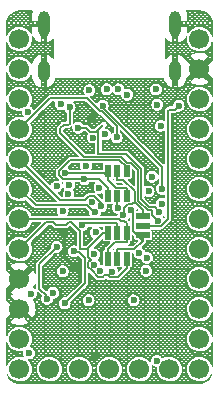
<source format=gbr>
%TF.GenerationSoftware,KiCad,Pcbnew,(6.0.1)*%
%TF.CreationDate,2022-06-22T23:32:04-04:00*%
%TF.ProjectId,stemcell,7374656d-6365-46c6-9c2e-6b696361645f,1.0.0*%
%TF.SameCoordinates,Original*%
%TF.FileFunction,Copper,L4,Bot*%
%TF.FilePolarity,Positive*%
%FSLAX46Y46*%
G04 Gerber Fmt 4.6, Leading zero omitted, Abs format (unit mm)*
G04 Created by KiCad (PCBNEW (6.0.1)) date 2022-06-22 23:32:04*
%MOMM*%
%LPD*%
G01*
G04 APERTURE LIST*
%TA.AperFunction,ComponentPad*%
%ADD10O,1.000000X1.800000*%
%TD*%
%TA.AperFunction,ComponentPad*%
%ADD11O,1.000000X2.200000*%
%TD*%
%TA.AperFunction,ComponentPad*%
%ADD12C,1.700000*%
%TD*%
%TA.AperFunction,SMDPad,CuDef*%
%ADD13R,1.200000X0.600000*%
%TD*%
%TA.AperFunction,SMDPad,CuDef*%
%ADD14R,0.600000X1.200000*%
%TD*%
%TA.AperFunction,SMDPad,CuDef*%
%ADD15R,0.600000X1.000000*%
%TD*%
%TA.AperFunction,ViaPad*%
%ADD16C,0.600000*%
%TD*%
%TA.AperFunction,Conductor*%
%ADD17C,0.254000*%
%TD*%
%TA.AperFunction,Conductor*%
%ADD18C,0.127000*%
%TD*%
G04 APERTURE END LIST*
D10*
%TO.P,J1,S1,SHIELD*%
%TO.N,GND*%
X105689400Y-54472000D03*
X94539400Y-54472000D03*
D11*
X105689400Y-50472000D03*
X94539400Y-50472000D03*
%TD*%
D12*
%TO.P,J4,1,Pin_1*%
%TO.N,/PC13*%
X105181400Y-79705200D03*
%TO.P,J4,2,Pin_2*%
%TO.N,/PC14*%
X102641400Y-79705200D03*
%TO.P,J4,3,Pin_3*%
%TO.N,/PC15*%
X100101400Y-79705200D03*
%TO.P,J4,4,Pin_4*%
%TO.N,/PA0*%
X97561400Y-79705200D03*
%TO.P,J4,5,Pin_5*%
%TO.N,/PA1*%
X95021400Y-79705200D03*
%TD*%
%TO.P,J2,1,Pin_1*%
%TO.N,/TX0*%
X92481400Y-79705200D03*
%TO.P,J2,2,Pin_2*%
%TO.N,/RX0*%
X92481400Y-77165200D03*
%TO.P,J2,3,Pin_3*%
%TO.N,GND*%
X92481400Y-74625200D03*
%TO.P,J2,4,Pin_4*%
X92481400Y-72085200D03*
%TO.P,J2,5,Pin_5*%
%TO.N,/SDA*%
X92481400Y-69545200D03*
%TO.P,J2,6,Pin_6*%
%TO.N,/SCL*%
X92481400Y-67005200D03*
%TO.P,J2,7,Pin_7*%
%TO.N,/PA15*%
X92481400Y-64465200D03*
%TO.P,J2,8,Pin_8*%
%TO.N,/PB3*%
X92481400Y-61925200D03*
%TO.P,J2,9,Pin_9*%
%TO.N,/PB4*%
X92481400Y-59385200D03*
%TO.P,J2,10,Pin_10*%
%TO.N,/PB5*%
X92481400Y-56845200D03*
%TO.P,J2,11,Pin_11*%
%TO.N,/PB8*%
X92481400Y-54305200D03*
%TO.P,J2,12,Pin_12*%
%TO.N,/PB9*%
X92481400Y-51765200D03*
%TD*%
%TO.P,J3,1,Pin_1*%
%TO.N,VBUS*%
X107721400Y-51765200D03*
%TO.P,J3,2,Pin_2*%
%TO.N,GND*%
X107721400Y-54305200D03*
%TO.P,J3,3,Pin_3*%
%TO.N,/NRST*%
X107721400Y-56845200D03*
%TO.P,J3,4,Pin_4*%
%TO.N,VDD*%
X107721400Y-59385200D03*
%TO.P,J3,5,Pin_5*%
%TO.N,/PB10*%
X107721400Y-61925200D03*
%TO.P,J3,6,Pin_6*%
%TO.N,/PB2*%
X107721400Y-64465200D03*
%TO.P,J3,7,Pin_7*%
%TO.N,/PB1*%
X107721400Y-67005200D03*
%TO.P,J3,8,Pin_8*%
%TO.N,/PB0*%
X107721400Y-69545200D03*
%TO.P,J3,9,Pin_9*%
%TO.N,/PA7*%
X107721400Y-72085200D03*
%TO.P,J3,10,Pin_10*%
%TO.N,/PA6*%
X107721400Y-74625200D03*
%TO.P,J3,11,Pin_11*%
%TO.N,/PA5*%
X107721400Y-77165200D03*
%TO.P,J3,12,Pin_12*%
%TO.N,/PA4*%
X107721400Y-79705200D03*
%TD*%
D13*
%TO.P,JP5,1,A*%
%TO.N,/PA2*%
X102946200Y-66764000D03*
%TO.P,JP5,2,C*%
%TO.N,/TX_PULLUP*%
X102946200Y-67564000D03*
%TO.P,JP5,3,B*%
%TO.N,/PB6*%
X102946200Y-68364000D03*
%TD*%
D14*
%TO.P,JP3,1,A*%
%TO.N,/SCL*%
X101561800Y-68174800D03*
%TO.P,JP3,2,C*%
%TO.N,/PB7*%
X100761800Y-68174800D03*
%TO.P,JP3,3,B*%
%TO.N,/SDA*%
X99961800Y-68174800D03*
%TD*%
D15*
%TO.P,JP1,1,A*%
%TO.N,/RX0*%
X101561800Y-62974800D03*
%TO.P,JP1,2,C*%
%TO.N,/PA2*%
X100761800Y-62974800D03*
%TO.P,JP1,3,B*%
%TO.N,/TX0*%
X99961800Y-62974800D03*
%TD*%
%TO.P,JP2,1,A*%
%TO.N,/RX0*%
X99961800Y-65074800D03*
%TO.P,JP2,2,C*%
%TO.N,/PA3*%
X100761800Y-65074800D03*
%TO.P,JP2,3,B*%
%TO.N,/TX0*%
X101561800Y-65074800D03*
%TD*%
D14*
%TO.P,JP4,1,A*%
%TO.N,/SCL*%
X99961800Y-70374800D03*
%TO.P,JP4,2,C*%
%TO.N,/PB6*%
X100761800Y-70374800D03*
%TO.P,JP4,3,B*%
%TO.N,/SDA*%
X101561800Y-70374800D03*
%TD*%
D16*
%TO.N,/PA1*%
X93443501Y-73312757D03*
X93304589Y-78351809D03*
%TO.N,VBUS*%
X104148438Y-57320068D03*
%TO.N,GND*%
X96189800Y-68072000D03*
X98882200Y-78587600D03*
X98532326Y-58410149D03*
X97146435Y-71097161D03*
%TO.N,VDD*%
X103415448Y-64668548D03*
X104437459Y-59128223D03*
%TO.N,/NRST*%
X96140600Y-66315000D03*
%TO.N,/CC1*%
X104040755Y-56032237D03*
X101593700Y-56488100D03*
%TO.N,/CC2*%
X98396359Y-56093884D03*
X95984097Y-57278000D03*
%TO.N,/TX0*%
X96372400Y-63135600D03*
%TO.N,/RX0*%
X97983900Y-63626400D03*
%TO.N,/HSE_IN*%
X96304700Y-74142200D03*
X97105700Y-69739100D03*
%TO.N,/PA2*%
X101279900Y-66683800D03*
X95621537Y-69363016D03*
X94821728Y-73755999D03*
%TO.N,/PB7*%
X98604500Y-65539800D03*
X97774700Y-67529500D03*
%TO.N,/PB6*%
X99255600Y-64348900D03*
X101884400Y-66258800D03*
%TO.N,/PA3*%
X96141320Y-71424800D03*
X100805000Y-66045700D03*
%TO.N,/PA9*%
X93218000Y-57955634D03*
X97458306Y-59283080D03*
X104311800Y-66403500D03*
%TO.N,/BOOT0*%
X98939000Y-68139700D03*
X104102234Y-79023397D03*
%TO.N,/PB9*%
X98676207Y-60110137D03*
%TO.N,/PB8*%
X98131100Y-62523300D03*
%TO.N,/PA15*%
X98889200Y-66438100D03*
%TO.N,/PB5*%
X99745800Y-59842400D03*
%TO.N,/PB4*%
X100713197Y-60097303D03*
%TO.N,/PB3*%
X99397800Y-65915900D03*
%TO.N,/PA7*%
X99337900Y-71396600D03*
%TO.N,/PA6*%
X98814500Y-70872800D03*
%TO.N,/PA5*%
X98337900Y-73889700D03*
%TO.N,/PA4*%
X98780600Y-70002400D03*
%TO.N,/PB10*%
X102140900Y-73886800D03*
%TO.N,/PB2*%
X102636100Y-69889900D03*
%TO.N,/PB1*%
X103272200Y-70282600D03*
%TO.N,/PB0*%
X100315800Y-71454400D03*
%TO.N,/PC15*%
X96631900Y-64878900D03*
%TO.N,/PC14*%
X95619200Y-64245400D03*
%TO.N,/PC13*%
X96667600Y-64131100D03*
%TO.N,/PA0*%
X95340900Y-73247800D03*
%TO.N,/PA8*%
X96729084Y-57547689D03*
X104224900Y-67139800D03*
%TO.N,/VCAP1*%
X103217700Y-71385100D03*
X103710438Y-63430456D03*
%TO.N,/USB_DP*%
X99522191Y-57410304D03*
X104551500Y-64444300D03*
%TO.N,/USB_DN*%
X104516215Y-65706350D03*
X99864401Y-56015728D03*
X100864400Y-56015728D03*
%TO.N,/TX_PULLUP*%
X105962815Y-57419117D03*
%TD*%
D17*
%TO.N,GND*%
X96248048Y-68130248D02*
X96248048Y-70198774D01*
X96189800Y-68072000D02*
X96248048Y-68130248D01*
X96248048Y-70198774D02*
X97146435Y-71097161D01*
D18*
%TO.N,/TX0*%
X99961800Y-63448200D02*
X99649200Y-63135600D01*
X99649200Y-63135600D02*
X96372400Y-63135600D01*
X101561800Y-64729400D02*
X101561800Y-65074800D01*
X101561800Y-64384000D02*
X100680200Y-64384000D01*
X99961800Y-63448200D02*
X99961800Y-63665600D01*
X100680200Y-64384000D02*
X99961800Y-63665600D01*
X101561800Y-64729400D02*
X101561800Y-64384000D01*
X99961800Y-62974800D02*
X99961800Y-63448200D01*
%TO.N,/RX0*%
X96169300Y-63626400D02*
X95818800Y-63275900D01*
X96771400Y-62005600D02*
X100929100Y-62005600D01*
X99961800Y-65074800D02*
X99961800Y-64384000D01*
X99227200Y-63626400D02*
X97983900Y-63626400D01*
X99961800Y-64384000D02*
X99961800Y-64361000D01*
X99961800Y-64361000D02*
X99227200Y-63626400D01*
X101561800Y-62638300D02*
X101561800Y-62974800D01*
X95818800Y-63275900D02*
X95818800Y-62958200D01*
X97983900Y-63626400D02*
X96169300Y-63626400D01*
X100929100Y-62005600D02*
X101561800Y-62638300D01*
X95818800Y-62958200D02*
X96771400Y-62005600D01*
%TO.N,/SDA*%
X98611530Y-71363211D02*
X98611530Y-71362811D01*
X96423008Y-67508989D02*
X95569689Y-67508989D01*
X97596500Y-68019511D02*
X97571730Y-68019511D01*
X99471000Y-68301800D02*
X99471000Y-68174800D01*
X99647081Y-71780400D02*
X99540870Y-71886611D01*
X95319420Y-67258720D02*
X94767880Y-67258720D01*
X98161600Y-69535800D02*
X97596500Y-69535800D01*
X100112830Y-71944411D02*
X99948819Y-71780400D01*
X99134930Y-71886611D02*
X98611530Y-71363211D01*
X98539769Y-70454550D02*
X98290589Y-70205370D01*
X100782989Y-71944411D02*
X100112830Y-71944411D01*
X94767880Y-67258720D02*
X92481400Y-69545200D01*
X96673277Y-67258720D02*
X96423008Y-67508989D01*
X98324489Y-70669830D02*
X98539769Y-70454550D01*
X95569689Y-67508989D02*
X95319420Y-67258720D01*
X98237000Y-69535800D02*
X99471000Y-68301800D01*
X98324489Y-71075770D02*
X98324489Y-70669830D01*
X101561800Y-71165600D02*
X100782989Y-71944411D01*
X98290589Y-70205370D02*
X98290589Y-69664789D01*
X99948819Y-71780400D02*
X99647081Y-71780400D01*
X101561800Y-70374800D02*
X101561800Y-71165600D01*
X99540870Y-71886611D02*
X99134930Y-71886611D01*
X98290589Y-69664789D02*
X98161600Y-69535800D01*
X98611530Y-71362811D02*
X98324489Y-71075770D01*
X97596500Y-69535800D02*
X97596500Y-68019511D01*
X97571730Y-68019511D02*
X96810939Y-67258720D01*
X96810939Y-67258720D02*
X96673277Y-67258720D01*
X99961800Y-68174800D02*
X99471000Y-68174800D01*
X97596500Y-69535800D02*
X98237000Y-69535800D01*
%TO.N,/SCL*%
X101561800Y-68174800D02*
X101561800Y-67384000D01*
X92481400Y-67005200D02*
X100875300Y-67005200D01*
X100875300Y-67005200D02*
X101060700Y-67190600D01*
X101561800Y-68174800D02*
X101561800Y-68965600D01*
X100580200Y-68965600D02*
X99961800Y-69584000D01*
X101060700Y-67190600D02*
X101368400Y-67190600D01*
X101368400Y-67190600D02*
X101561800Y-67384000D01*
X101561800Y-68965600D02*
X100580200Y-68965600D01*
X99961800Y-70374800D02*
X99961800Y-69584000D01*
%TO.N,/HSE_IN*%
X97551520Y-69789320D02*
X98037069Y-70274869D01*
X97155920Y-69789320D02*
X97551520Y-69789320D01*
X98037069Y-70274869D02*
X98037069Y-72409831D01*
X98037069Y-72409831D02*
X96304700Y-74142200D01*
X97105700Y-69739100D02*
X97155920Y-69789320D01*
%TO.N,/PA2*%
X101313800Y-66649900D02*
X101279900Y-66683800D01*
X100761800Y-63665600D02*
X101258400Y-63665600D01*
X101258400Y-63665600D02*
X102242300Y-64649500D01*
X94157800Y-72898000D02*
X94821728Y-73561928D01*
X101636900Y-65765700D02*
X101313800Y-66088800D01*
X102242300Y-65569300D02*
X102045900Y-65765700D01*
X101313800Y-66088800D02*
X101313800Y-66649900D01*
X102946200Y-66764000D02*
X102946200Y-66273200D01*
X94821728Y-73561928D02*
X94821728Y-73755999D01*
X95621537Y-69363016D02*
X94157800Y-70826753D01*
X94157800Y-70826753D02*
X94157800Y-72898000D01*
X102242300Y-64649500D02*
X102242300Y-65569300D01*
X100761800Y-62974800D02*
X100761800Y-63665600D01*
X102045900Y-65765700D02*
X101636900Y-65765700D01*
X102242300Y-65569300D02*
X102946200Y-66273200D01*
%TO.N,/PB7*%
X100761800Y-67384000D02*
X97920200Y-67384000D01*
X100761800Y-68174800D02*
X100761800Y-67384000D01*
X97920200Y-67384000D02*
X97774700Y-67529500D01*
%TO.N,/PB6*%
X102946200Y-68364000D02*
X102946200Y-68854800D01*
X102217000Y-69584000D02*
X102946200Y-68854800D01*
X100761800Y-70374800D02*
X100761800Y-69584000D01*
X102103800Y-68012400D02*
X102103800Y-66478200D01*
X100761800Y-69584000D02*
X102217000Y-69584000D01*
X102946200Y-68854800D02*
X102103800Y-68012400D01*
X102103800Y-66478200D02*
X101884400Y-66258800D01*
%TO.N,/PA3*%
X100761800Y-66002500D02*
X100805000Y-66045700D01*
X100761800Y-65074800D02*
X100761800Y-66002500D01*
%TO.N,/PA9*%
X98136191Y-59283080D02*
X98473237Y-59620126D01*
X98880672Y-59621621D02*
X98983554Y-59621621D01*
X103464101Y-66020469D02*
X103928769Y-66020469D01*
X97458306Y-59283080D02*
X98136191Y-59283080D01*
X98473237Y-59620126D02*
X98879177Y-59620126D01*
X103928769Y-66020469D02*
X104311800Y-66403500D01*
X99595267Y-59009908D02*
X99166218Y-59438957D01*
X102791200Y-65347568D02*
X103464101Y-66020469D01*
X99166218Y-59438957D02*
X99166218Y-61498560D01*
X98879177Y-59620126D02*
X98880672Y-59621621D01*
X98983554Y-59621621D02*
X99595267Y-59009908D01*
X102791200Y-62760469D02*
X102791200Y-65347568D01*
X101529291Y-61498560D02*
X102791200Y-62760469D01*
X99166218Y-61498560D02*
X101529291Y-61498560D01*
%TO.N,/PA15*%
X98789200Y-66438100D02*
X98889200Y-66438100D01*
X92481400Y-64465200D02*
X93840300Y-65824100D01*
X98175200Y-65824100D02*
X98789200Y-66438100D01*
X93840300Y-65824100D02*
X98175200Y-65824100D01*
%TO.N,/PB4*%
X95078600Y-56788000D02*
X92481400Y-59385200D01*
X98206906Y-56788000D02*
X95078600Y-56788000D01*
X99319221Y-57900315D02*
X98206906Y-56788000D01*
X99497783Y-57900315D02*
X99319221Y-57900315D01*
X100713197Y-59115729D02*
X99497783Y-57900315D01*
X100713197Y-60097303D02*
X100713197Y-59115729D01*
%TO.N,/PB3*%
X92481400Y-61925200D02*
X95929900Y-65373700D01*
X95929900Y-65373700D02*
X98021500Y-65373700D01*
X98816500Y-65046800D02*
X99397800Y-65628100D01*
X99397800Y-65628100D02*
X99397800Y-65915900D01*
X98348400Y-65046800D02*
X98816500Y-65046800D01*
X98021500Y-65373700D02*
X98348400Y-65046800D01*
%TO.N,/PA8*%
X103736211Y-66273989D02*
X103736211Y-66651111D01*
X101914300Y-62242100D02*
X102536800Y-62864600D01*
X96729084Y-58921875D02*
X96631770Y-59019189D01*
X102536800Y-65451700D02*
X103359089Y-66273989D01*
X95938789Y-59716689D02*
X97974180Y-61752080D01*
X96225830Y-59019189D02*
X95938789Y-59306230D01*
X101554500Y-62242100D02*
X101914300Y-62242100D01*
X103736211Y-66651111D02*
X104224900Y-67139800D01*
X97974180Y-61752080D02*
X101064480Y-61752080D01*
X96631770Y-59019189D02*
X96225830Y-59019189D01*
X95938789Y-59306230D02*
X95938789Y-59716689D01*
X103359089Y-66273989D02*
X103736211Y-66273989D01*
X96729084Y-57547689D02*
X96729084Y-58921875D01*
X102536800Y-62864600D02*
X102536800Y-65451700D01*
X101064480Y-61752080D02*
X101554500Y-62242100D01*
%TO.N,/USB_DP*%
X99522191Y-57566191D02*
X104551500Y-62595500D01*
X99522191Y-57410304D02*
X99522191Y-57566191D01*
X104551500Y-62595500D02*
X104551500Y-64444300D01*
%TO.N,/TX_PULLUP*%
X105041511Y-67016170D02*
X104427870Y-67629811D01*
X105953683Y-57419117D02*
X105638600Y-57734200D01*
X105041511Y-57846621D02*
X105041511Y-67016170D01*
X105638600Y-57734200D02*
X105153932Y-57734200D01*
X103012011Y-67629811D02*
X102946200Y-67564000D01*
X105153932Y-57734200D02*
X105041511Y-57846621D01*
X104427870Y-67629811D02*
X103012011Y-67629811D01*
X105962815Y-57419117D02*
X105953683Y-57419117D01*
%TD*%
%TA.AperFunction,Conductor*%
%TO.N,GND*%
G36*
X107712624Y-49341628D02*
G01*
X107721400Y-49343980D01*
X107729347Y-49341851D01*
X107737577Y-49341851D01*
X107737577Y-49342211D01*
X107744983Y-49341564D01*
X107914434Y-49356389D01*
X107925163Y-49358281D01*
X108055965Y-49393328D01*
X108107047Y-49407016D01*
X108117283Y-49410741D01*
X108287946Y-49490323D01*
X108297380Y-49495770D01*
X108451627Y-49603774D01*
X108459973Y-49610777D01*
X108593123Y-49743927D01*
X108600126Y-49752273D01*
X108708130Y-49906520D01*
X108713577Y-49915954D01*
X108793159Y-50086617D01*
X108796884Y-50096853D01*
X108799303Y-50105881D01*
X108845619Y-50278737D01*
X108847511Y-50289466D01*
X108862336Y-50458917D01*
X108861689Y-50466323D01*
X108862049Y-50466323D01*
X108862049Y-50474553D01*
X108859920Y-50482500D01*
X108862272Y-50491276D01*
X108864400Y-50507447D01*
X108864400Y-51493046D01*
X108846094Y-51537240D01*
X108801900Y-51555546D01*
X108757706Y-51537240D01*
X108742068Y-51511111D01*
X108698219Y-51365877D01*
X108697335Y-51362949D01*
X108631713Y-51239531D01*
X108602053Y-51183747D01*
X108602051Y-51183744D01*
X108600618Y-51181049D01*
X108470411Y-51021400D01*
X108336777Y-50910848D01*
X108659781Y-50910848D01*
X108726700Y-50977767D01*
X108726700Y-50843929D01*
X108659781Y-50910848D01*
X108336777Y-50910848D01*
X108311675Y-50890082D01*
X108130455Y-50792097D01*
X108038438Y-50763613D01*
X107936569Y-50732079D01*
X107936566Y-50732078D01*
X107933654Y-50731177D01*
X107930621Y-50730858D01*
X107930620Y-50730858D01*
X107927556Y-50730536D01*
X108479468Y-50730536D01*
X108570686Y-50821753D01*
X108661903Y-50730536D01*
X108570686Y-50639319D01*
X108479468Y-50730536D01*
X107927556Y-50730536D01*
X107873389Y-50724843D01*
X107728769Y-50709643D01*
X107725736Y-50709919D01*
X107725732Y-50709919D01*
X107612836Y-50720193D01*
X107523603Y-50728314D01*
X107520670Y-50729177D01*
X107520666Y-50729178D01*
X107370405Y-50773403D01*
X107325972Y-50786480D01*
X107143402Y-50881926D01*
X106982847Y-51011015D01*
X106850424Y-51168830D01*
X106848947Y-51171516D01*
X106848946Y-51171518D01*
X106804589Y-51252203D01*
X106767257Y-51282112D01*
X106719711Y-51276863D01*
X106689802Y-51239531D01*
X106687710Y-51215127D01*
X106697205Y-51130475D01*
X106697400Y-51126997D01*
X106697400Y-50910848D01*
X106856658Y-50910848D01*
X106873234Y-50927424D01*
X106877362Y-50922504D01*
X106879390Y-50920204D01*
X106880233Y-50919294D01*
X106882352Y-50917115D01*
X106891067Y-50908580D01*
X106893272Y-50906523D01*
X106894200Y-50905698D01*
X106896563Y-50903699D01*
X106971607Y-50843362D01*
X106947876Y-50819631D01*
X106856658Y-50910848D01*
X106697400Y-50910848D01*
X106697400Y-50738431D01*
X106693759Y-50729641D01*
X106684969Y-50726000D01*
X105955831Y-50726000D01*
X105947041Y-50729641D01*
X105943400Y-50738431D01*
X105943400Y-52035608D01*
X105947041Y-52044398D01*
X105950668Y-52045900D01*
X106065894Y-52011987D01*
X106071540Y-52009706D01*
X106104027Y-51992722D01*
X106496034Y-51992722D01*
X106572411Y-52069099D01*
X106550793Y-51993709D01*
X106550020Y-51990737D01*
X106549737Y-51989529D01*
X106549116Y-51986556D01*
X106546914Y-51974559D01*
X106546435Y-51971536D01*
X106546271Y-51970306D01*
X106545942Y-51967276D01*
X106544047Y-51944709D01*
X106496034Y-51992722D01*
X106104027Y-51992722D01*
X106241309Y-51920953D01*
X106246392Y-51917627D01*
X106395691Y-51797588D01*
X106400039Y-51793330D01*
X106523169Y-51646588D01*
X106526614Y-51641558D01*
X106564912Y-51571895D01*
X106602245Y-51541986D01*
X106649791Y-51547236D01*
X106679700Y-51584569D01*
X106681791Y-51608970D01*
X106665920Y-51750462D01*
X106667158Y-51765200D01*
X106682861Y-51952199D01*
X106683159Y-51955753D01*
X106693246Y-51990932D01*
X106734490Y-52134764D01*
X106739944Y-52153786D01*
X106834112Y-52337018D01*
X106836003Y-52339404D01*
X106836005Y-52339407D01*
X106890011Y-52407545D01*
X106962077Y-52498470D01*
X106964407Y-52500453D01*
X107079387Y-52598308D01*
X107118964Y-52631991D01*
X107298798Y-52732497D01*
X107301702Y-52733441D01*
X107301703Y-52733441D01*
X107491816Y-52795213D01*
X107491821Y-52795214D01*
X107494729Y-52796159D01*
X107497770Y-52796522D01*
X107497772Y-52796522D01*
X107559842Y-52803923D01*
X107699294Y-52820551D01*
X107702336Y-52820317D01*
X107702339Y-52820317D01*
X107901649Y-52804981D01*
X107901651Y-52804981D01*
X107904700Y-52804746D01*
X108016160Y-52773626D01*
X108358812Y-52773626D01*
X108390373Y-52805188D01*
X108481590Y-52713970D01*
X108659781Y-52713970D01*
X108726700Y-52780890D01*
X108726700Y-52647051D01*
X108659781Y-52713970D01*
X108481590Y-52713970D01*
X108462060Y-52694440D01*
X108371787Y-52764968D01*
X108369325Y-52766796D01*
X108368311Y-52767511D01*
X108365783Y-52769202D01*
X108358812Y-52773626D01*
X108016160Y-52773626D01*
X108103125Y-52749345D01*
X108105848Y-52747970D01*
X108105852Y-52747968D01*
X108284290Y-52657832D01*
X108287010Y-52656458D01*
X108289408Y-52654585D01*
X108289412Y-52654582D01*
X108342308Y-52613255D01*
X108559066Y-52613255D01*
X108570686Y-52624875D01*
X108661903Y-52533658D01*
X108643584Y-52515339D01*
X108559066Y-52613255D01*
X108342308Y-52613255D01*
X108412399Y-52558494D01*
X108449351Y-52529624D01*
X108461682Y-52515339D01*
X108522773Y-52444563D01*
X108549712Y-52413354D01*
X108719789Y-52413354D01*
X108726700Y-52420265D01*
X108726700Y-52401187D01*
X108719789Y-52413354D01*
X108549712Y-52413354D01*
X108583964Y-52373672D01*
X108661088Y-52237910D01*
X108684211Y-52197206D01*
X108684212Y-52197204D01*
X108685723Y-52194544D01*
X108736292Y-52042528D01*
X108742595Y-52023581D01*
X108773915Y-51987424D01*
X108821628Y-51984004D01*
X108857785Y-52015324D01*
X108864400Y-52043309D01*
X108864400Y-53495804D01*
X108846094Y-53539998D01*
X108843283Y-53542527D01*
X108089400Y-54296410D01*
X108085759Y-54305200D01*
X108089400Y-54313990D01*
X108844686Y-55069276D01*
X108841734Y-55072228D01*
X108859639Y-55090128D01*
X108864400Y-55114053D01*
X108864400Y-56573046D01*
X108846094Y-56617240D01*
X108801900Y-56635546D01*
X108757706Y-56617240D01*
X108742068Y-56591111D01*
X108741619Y-56589622D01*
X108697335Y-56442949D01*
X108635505Y-56326662D01*
X108602053Y-56263747D01*
X108602051Y-56263744D01*
X108600618Y-56261049D01*
X108470411Y-56101400D01*
X108311675Y-55970082D01*
X108292272Y-55959591D01*
X108659781Y-55959591D01*
X108726700Y-56026510D01*
X108726700Y-55892671D01*
X108659781Y-55959591D01*
X108292272Y-55959591D01*
X108130455Y-55872097D01*
X108040974Y-55844398D01*
X107936569Y-55812079D01*
X107936566Y-55812078D01*
X107933654Y-55811177D01*
X107930621Y-55810858D01*
X107930620Y-55810858D01*
X107868042Y-55804281D01*
X107728769Y-55789643D01*
X107725736Y-55789919D01*
X107725732Y-55789919D01*
X107612836Y-55800193D01*
X107523603Y-55808314D01*
X107520670Y-55809177D01*
X107520666Y-55809178D01*
X107412005Y-55841159D01*
X107325972Y-55866480D01*
X107143402Y-55961926D01*
X106982847Y-56091015D01*
X106850424Y-56248830D01*
X106795992Y-56347841D01*
X106754338Y-56423611D01*
X106751176Y-56429362D01*
X106688884Y-56625732D01*
X106688543Y-56628770D01*
X106688543Y-56628771D01*
X106666283Y-56827229D01*
X106665920Y-56830462D01*
X106668474Y-56860872D01*
X106682556Y-57028568D01*
X106683159Y-57035753D01*
X106693246Y-57070932D01*
X106727303Y-57189700D01*
X106739944Y-57233786D01*
X106834112Y-57417018D01*
X106836003Y-57419404D01*
X106836005Y-57419407D01*
X106891114Y-57488937D01*
X106962077Y-57578470D01*
X106964407Y-57580453D01*
X107110951Y-57705171D01*
X107118964Y-57711991D01*
X107298798Y-57812497D01*
X107301702Y-57813441D01*
X107301703Y-57813441D01*
X107491816Y-57875213D01*
X107491821Y-57875214D01*
X107494729Y-57876159D01*
X107497770Y-57876522D01*
X107497772Y-57876522D01*
X107611495Y-57890082D01*
X107699294Y-57900551D01*
X107702336Y-57900317D01*
X107702339Y-57900317D01*
X107901649Y-57884981D01*
X107901651Y-57884981D01*
X107904700Y-57884746D01*
X108062287Y-57840747D01*
X108377190Y-57840747D01*
X108390373Y-57853930D01*
X108481590Y-57762713D01*
X108659781Y-57762713D01*
X108726700Y-57829632D01*
X108726700Y-57695794D01*
X108659781Y-57762713D01*
X108481590Y-57762713D01*
X108479607Y-57760730D01*
X108377190Y-57840747D01*
X108062287Y-57840747D01*
X108103125Y-57829345D01*
X108105848Y-57827970D01*
X108105852Y-57827968D01*
X108284290Y-57737832D01*
X108287010Y-57736458D01*
X108289408Y-57734585D01*
X108289412Y-57734582D01*
X108383074Y-57661405D01*
X108417299Y-57634666D01*
X108609638Y-57634666D01*
X108661903Y-57582401D01*
X108658065Y-57578563D01*
X108609638Y-57634666D01*
X108417299Y-57634666D01*
X108449351Y-57609624D01*
X108455223Y-57602822D01*
X108516723Y-57531572D01*
X108583964Y-57453672D01*
X108663881Y-57312993D01*
X108684211Y-57277206D01*
X108684212Y-57277204D01*
X108685723Y-57274544D01*
X108742595Y-57103581D01*
X108773915Y-57067424D01*
X108821628Y-57064004D01*
X108857785Y-57095324D01*
X108864400Y-57123309D01*
X108864400Y-59113046D01*
X108846094Y-59157240D01*
X108801900Y-59175546D01*
X108757706Y-59157240D01*
X108742068Y-59131111D01*
X108740808Y-59126936D01*
X108697335Y-58982949D01*
X108652173Y-58898010D01*
X108602053Y-58803747D01*
X108602051Y-58803744D01*
X108600618Y-58801049D01*
X108470411Y-58641400D01*
X108311675Y-58510082D01*
X108263367Y-58483962D01*
X108659781Y-58483962D01*
X108726700Y-58550881D01*
X108726700Y-58417043D01*
X108659781Y-58483962D01*
X108263367Y-58483962D01*
X108130455Y-58412097D01*
X108076975Y-58395542D01*
X108387576Y-58395542D01*
X108393564Y-58399580D01*
X108396060Y-58401354D01*
X108397053Y-58402097D01*
X108399448Y-58403982D01*
X108411965Y-58414337D01*
X108390373Y-58392745D01*
X108387576Y-58395542D01*
X108076975Y-58395542D01*
X108067939Y-58392745D01*
X107936569Y-58352079D01*
X107936566Y-58352078D01*
X107933654Y-58351177D01*
X107930621Y-58350858D01*
X107930620Y-58350858D01*
X107845616Y-58341924D01*
X107728769Y-58329643D01*
X107725736Y-58329919D01*
X107725732Y-58329919D01*
X107612836Y-58340193D01*
X107523603Y-58348314D01*
X107520670Y-58349177D01*
X107520666Y-58349178D01*
X107430346Y-58375761D01*
X107325972Y-58406480D01*
X107143402Y-58501926D01*
X106982847Y-58631015D01*
X106850424Y-58788830D01*
X106799544Y-58881380D01*
X106761327Y-58950898D01*
X106751176Y-58969362D01*
X106688884Y-59165732D01*
X106688543Y-59168770D01*
X106688543Y-59168771D01*
X106667741Y-59354231D01*
X106665920Y-59370462D01*
X106667304Y-59386939D01*
X106682674Y-59569972D01*
X106683159Y-59575753D01*
X106697982Y-59627447D01*
X106737171Y-59764114D01*
X106739944Y-59773786D01*
X106834112Y-59957018D01*
X106836003Y-59959404D01*
X106836005Y-59959407D01*
X106888795Y-60026011D01*
X106962077Y-60118470D01*
X106964407Y-60120453D01*
X107094233Y-60230943D01*
X107118964Y-60251991D01*
X107298798Y-60352497D01*
X107301702Y-60353441D01*
X107301703Y-60353441D01*
X107491816Y-60415213D01*
X107491821Y-60415214D01*
X107494729Y-60416159D01*
X107497770Y-60416522D01*
X107497772Y-60416522D01*
X107559842Y-60423923D01*
X107699294Y-60440551D01*
X107702336Y-60440317D01*
X107702339Y-60440317D01*
X107901649Y-60424981D01*
X107901651Y-60424981D01*
X107904700Y-60424746D01*
X108086839Y-60373892D01*
X108385964Y-60373892D01*
X108390373Y-60378301D01*
X108426282Y-60342392D01*
X108385964Y-60373892D01*
X108086839Y-60373892D01*
X108100181Y-60370167D01*
X108103125Y-60369345D01*
X108105848Y-60367970D01*
X108105852Y-60367968D01*
X108265974Y-60287084D01*
X108659781Y-60287084D01*
X108726700Y-60354003D01*
X108726700Y-60220165D01*
X108659781Y-60287084D01*
X108265974Y-60287084D01*
X108284290Y-60277832D01*
X108287010Y-60276458D01*
X108289408Y-60274585D01*
X108289412Y-60274582D01*
X108416058Y-60175635D01*
X108449351Y-60149624D01*
X108464130Y-60132503D01*
X108522978Y-60064325D01*
X108583964Y-59993672D01*
X108636095Y-59901905D01*
X108684211Y-59817206D01*
X108684212Y-59817204D01*
X108685723Y-59814544D01*
X108742595Y-59643581D01*
X108773915Y-59607424D01*
X108821628Y-59604004D01*
X108857785Y-59635324D01*
X108864400Y-59663309D01*
X108864400Y-61653046D01*
X108846094Y-61697240D01*
X108801900Y-61715546D01*
X108757706Y-61697240D01*
X108742068Y-61671111D01*
X108698219Y-61525877D01*
X108697335Y-61522949D01*
X108652433Y-61438501D01*
X108602053Y-61343747D01*
X108602051Y-61343744D01*
X108600618Y-61341049D01*
X108470411Y-61181400D01*
X108427441Y-61145852D01*
X108619110Y-61145852D01*
X108657556Y-61192992D01*
X108661903Y-61188645D01*
X108619110Y-61145852D01*
X108427441Y-61145852D01*
X108311675Y-61050082D01*
X108130455Y-60952097D01*
X108057301Y-60929452D01*
X108378037Y-60929452D01*
X108379811Y-60930468D01*
X108380873Y-60931111D01*
X108383451Y-60932759D01*
X108393564Y-60939580D01*
X108396060Y-60941354D01*
X108397053Y-60942097D01*
X108399448Y-60943982D01*
X108479618Y-61010305D01*
X108481590Y-61008333D01*
X108659781Y-61008333D01*
X108726700Y-61075252D01*
X108726700Y-60941414D01*
X108659781Y-61008333D01*
X108481590Y-61008333D01*
X108390373Y-60917116D01*
X108378037Y-60929452D01*
X108057301Y-60929452D01*
X108024305Y-60919238D01*
X107936569Y-60892079D01*
X107936566Y-60892078D01*
X107933654Y-60891177D01*
X107930621Y-60890858D01*
X107930620Y-60890858D01*
X107878060Y-60885334D01*
X107728769Y-60869643D01*
X107725736Y-60869919D01*
X107725732Y-60869919D01*
X107612836Y-60880193D01*
X107523603Y-60888314D01*
X107520670Y-60889177D01*
X107520666Y-60889178D01*
X107462172Y-60906394D01*
X107325972Y-60946480D01*
X107143402Y-61041926D01*
X106982847Y-61171015D01*
X106850424Y-61328830D01*
X106838577Y-61350380D01*
X106772940Y-61469774D01*
X106751176Y-61509362D01*
X106688884Y-61705732D01*
X106688543Y-61708770D01*
X106688543Y-61708771D01*
X106686924Y-61723210D01*
X106665920Y-61910462D01*
X106667158Y-61925200D01*
X106681962Y-62101493D01*
X106683159Y-62115753D01*
X106739944Y-62313786D01*
X106834112Y-62497018D01*
X106836003Y-62499404D01*
X106836005Y-62499407D01*
X106910948Y-62593961D01*
X106962077Y-62658470D01*
X106964407Y-62660453D01*
X107103512Y-62778840D01*
X107118964Y-62791991D01*
X107298798Y-62892497D01*
X107301702Y-62893441D01*
X107301703Y-62893441D01*
X107491816Y-62955213D01*
X107491821Y-62955214D01*
X107494729Y-62956159D01*
X107497770Y-62956522D01*
X107497772Y-62956522D01*
X107566744Y-62964746D01*
X107699294Y-62980551D01*
X107702336Y-62980317D01*
X107702339Y-62980317D01*
X107901649Y-62964981D01*
X107901651Y-62964981D01*
X107904700Y-62964746D01*
X108103125Y-62909345D01*
X108105848Y-62907970D01*
X108105852Y-62907968D01*
X108284290Y-62817832D01*
X108287010Y-62816458D01*
X108289408Y-62814585D01*
X108289412Y-62814582D01*
X108293414Y-62811455D01*
X108659781Y-62811455D01*
X108726700Y-62878374D01*
X108726700Y-62744536D01*
X108659781Y-62811455D01*
X108293414Y-62811455D01*
X108392680Y-62733900D01*
X108449351Y-62689624D01*
X108454534Y-62683620D01*
X108518028Y-62610060D01*
X108583964Y-62533672D01*
X108641810Y-62431844D01*
X108684211Y-62357206D01*
X108684212Y-62357204D01*
X108685723Y-62354544D01*
X108742595Y-62183581D01*
X108773915Y-62147424D01*
X108821628Y-62144004D01*
X108857785Y-62175324D01*
X108864400Y-62203309D01*
X108864400Y-64193046D01*
X108846094Y-64237240D01*
X108801900Y-64255546D01*
X108757706Y-64237240D01*
X108742068Y-64211111D01*
X108740363Y-64205462D01*
X108697335Y-64062949D01*
X108648551Y-63971199D01*
X108602053Y-63883747D01*
X108602051Y-63883744D01*
X108600618Y-63881049D01*
X108470411Y-63721400D01*
X108353376Y-63624580D01*
X108567905Y-63624580D01*
X108572204Y-63628909D01*
X108574282Y-63631105D01*
X108575113Y-63632027D01*
X108577121Y-63634369D01*
X108650535Y-63724384D01*
X108661903Y-63713016D01*
X108570686Y-63621799D01*
X108567905Y-63624580D01*
X108353376Y-63624580D01*
X108311675Y-63590082D01*
X108130455Y-63492097D01*
X108045455Y-63465785D01*
X108039524Y-63463949D01*
X108367911Y-63463949D01*
X108377167Y-63468954D01*
X108379811Y-63470468D01*
X108380873Y-63471111D01*
X108383451Y-63472759D01*
X108393564Y-63479580D01*
X108396060Y-63481354D01*
X108397053Y-63482097D01*
X108399448Y-63483982D01*
X108471065Y-63543229D01*
X108481590Y-63532704D01*
X108659781Y-63532704D01*
X108726700Y-63599623D01*
X108726700Y-63465785D01*
X108659781Y-63532704D01*
X108481590Y-63532704D01*
X108390373Y-63441487D01*
X108367911Y-63463949D01*
X108039524Y-63463949D01*
X107936569Y-63432079D01*
X107936566Y-63432078D01*
X107933654Y-63431177D01*
X107930621Y-63430858D01*
X107930620Y-63430858D01*
X107868023Y-63424279D01*
X107728769Y-63409643D01*
X107725736Y-63409919D01*
X107725732Y-63409919D01*
X107616269Y-63419881D01*
X107523603Y-63428314D01*
X107520670Y-63429177D01*
X107520666Y-63429178D01*
X107385520Y-63468954D01*
X107325972Y-63486480D01*
X107143402Y-63581926D01*
X106982847Y-63711015D01*
X106850424Y-63868830D01*
X106797856Y-63964451D01*
X106760917Y-64031644D01*
X106751176Y-64049362D01*
X106688884Y-64245732D01*
X106688543Y-64248770D01*
X106688543Y-64248771D01*
X106666275Y-64447300D01*
X106665920Y-64450462D01*
X106667158Y-64465200D01*
X106682487Y-64647746D01*
X106683159Y-64655753D01*
X106704754Y-64731063D01*
X106739051Y-64850670D01*
X106739944Y-64853786D01*
X106834112Y-65037018D01*
X106836003Y-65039404D01*
X106836005Y-65039407D01*
X106910803Y-65133778D01*
X106962077Y-65198470D01*
X106964407Y-65200453D01*
X107106379Y-65321280D01*
X107118964Y-65331991D01*
X107298798Y-65432497D01*
X107301702Y-65433441D01*
X107301703Y-65433441D01*
X107491816Y-65495213D01*
X107491821Y-65495214D01*
X107494729Y-65496159D01*
X107497770Y-65496522D01*
X107497772Y-65496522D01*
X107559842Y-65503923D01*
X107699294Y-65520551D01*
X107702336Y-65520317D01*
X107702339Y-65520317D01*
X107901649Y-65504981D01*
X107901651Y-65504981D01*
X107904700Y-65504746D01*
X108103125Y-65449345D01*
X108105848Y-65447970D01*
X108105852Y-65447968D01*
X108284290Y-65357832D01*
X108287010Y-65356458D01*
X108289408Y-65354585D01*
X108289412Y-65354582D01*
X108313417Y-65335827D01*
X108659781Y-65335827D01*
X108726700Y-65402746D01*
X108726700Y-65268907D01*
X108659781Y-65335827D01*
X108313417Y-65335827D01*
X108414923Y-65256522D01*
X108449351Y-65229624D01*
X108462060Y-65214901D01*
X108533092Y-65132608D01*
X108583964Y-65073672D01*
X108657528Y-64944176D01*
X108684211Y-64897206D01*
X108684212Y-64897204D01*
X108685723Y-64894544D01*
X108742595Y-64723581D01*
X108773915Y-64687424D01*
X108821628Y-64684004D01*
X108857785Y-64715324D01*
X108864400Y-64743309D01*
X108864400Y-66733046D01*
X108846094Y-66777240D01*
X108801900Y-66795546D01*
X108757706Y-66777240D01*
X108742068Y-66751111D01*
X108741949Y-66750715D01*
X108697335Y-66602949D01*
X108616253Y-66450454D01*
X108602053Y-66423747D01*
X108602051Y-66423744D01*
X108600618Y-66421049D01*
X108547309Y-66355686D01*
X108721795Y-66355686D01*
X108722199Y-66356403D01*
X108726700Y-66364868D01*
X108726700Y-66350781D01*
X108721795Y-66355686D01*
X108547309Y-66355686D01*
X108470411Y-66261400D01*
X108344054Y-66156868D01*
X108559988Y-66156868D01*
X108560505Y-66157318D01*
X108561421Y-66158155D01*
X108563609Y-66160254D01*
X108572204Y-66168909D01*
X108574282Y-66171105D01*
X108575113Y-66172027D01*
X108577121Y-66174369D01*
X108643515Y-66255776D01*
X108661903Y-66237388D01*
X108570686Y-66146171D01*
X108559988Y-66156868D01*
X108344054Y-66156868D01*
X108311675Y-66130082D01*
X108130455Y-66032097D01*
X108038438Y-66003613D01*
X108021804Y-65998464D01*
X108357767Y-65998464D01*
X108377168Y-66008954D01*
X108379811Y-66010468D01*
X108380873Y-66011111D01*
X108383451Y-66012759D01*
X108393564Y-66019580D01*
X108396060Y-66021354D01*
X108397053Y-66022097D01*
X108399448Y-66023982D01*
X108462512Y-66076153D01*
X108481590Y-66057075D01*
X108659781Y-66057075D01*
X108726700Y-66123995D01*
X108726700Y-65990156D01*
X108659781Y-66057075D01*
X108481590Y-66057075D01*
X108390373Y-65965858D01*
X108357767Y-65998464D01*
X108021804Y-65998464D01*
X107936569Y-65972079D01*
X107936566Y-65972078D01*
X107933654Y-65971177D01*
X107930621Y-65970858D01*
X107930620Y-65970858D01*
X107878060Y-65965334D01*
X107728769Y-65949643D01*
X107725736Y-65949919D01*
X107725732Y-65949919D01*
X107612836Y-65960193D01*
X107523603Y-65968314D01*
X107520670Y-65969177D01*
X107520666Y-65969178D01*
X107411251Y-66001381D01*
X107325972Y-66026480D01*
X107143402Y-66121926D01*
X106982847Y-66251015D01*
X106850424Y-66408830D01*
X106795401Y-66508917D01*
X106753239Y-66585610D01*
X106751176Y-66589362D01*
X106688884Y-66785732D01*
X106688543Y-66788770D01*
X106688543Y-66788771D01*
X106668232Y-66969854D01*
X106665920Y-66990462D01*
X106666176Y-66993509D01*
X106682448Y-67187281D01*
X106683159Y-67195753D01*
X106688882Y-67215710D01*
X106734814Y-67375894D01*
X106739944Y-67393786D01*
X106834112Y-67577018D01*
X106836003Y-67579404D01*
X106836005Y-67579407D01*
X106893113Y-67651459D01*
X106962077Y-67738470D01*
X106964407Y-67740453D01*
X107110656Y-67864920D01*
X107118964Y-67871991D01*
X107298798Y-67972497D01*
X107301702Y-67973441D01*
X107301703Y-67973441D01*
X107491816Y-68035213D01*
X107491821Y-68035214D01*
X107494729Y-68036159D01*
X107497770Y-68036522D01*
X107497772Y-68036522D01*
X107582276Y-68046598D01*
X107699294Y-68060551D01*
X107702336Y-68060317D01*
X107702339Y-68060317D01*
X107901649Y-68044981D01*
X107901651Y-68044981D01*
X107904700Y-68044746D01*
X107919872Y-68040510D01*
X108479468Y-68040510D01*
X108570686Y-68131727D01*
X108661903Y-68040510D01*
X108570686Y-67949293D01*
X108479468Y-68040510D01*
X107919872Y-68040510D01*
X108083831Y-67994732D01*
X108100181Y-67990167D01*
X108103125Y-67989345D01*
X108105848Y-67987970D01*
X108105852Y-67987968D01*
X108284290Y-67897832D01*
X108287010Y-67896458D01*
X108289408Y-67894585D01*
X108289412Y-67894582D01*
X108333422Y-67860198D01*
X108659781Y-67860198D01*
X108726700Y-67927117D01*
X108726700Y-67793279D01*
X108659781Y-67860198D01*
X108333422Y-67860198D01*
X108395930Y-67811361D01*
X108449351Y-67769624D01*
X108458813Y-67758663D01*
X108509183Y-67700307D01*
X108583964Y-67613672D01*
X108635632Y-67522720D01*
X108684211Y-67437206D01*
X108684212Y-67437204D01*
X108685723Y-67434544D01*
X108742595Y-67263581D01*
X108773915Y-67227424D01*
X108821628Y-67224004D01*
X108857785Y-67255324D01*
X108864400Y-67283309D01*
X108864400Y-69273046D01*
X108846094Y-69317240D01*
X108801900Y-69335546D01*
X108757706Y-69317240D01*
X108742068Y-69291111D01*
X108726081Y-69238158D01*
X108697335Y-69142949D01*
X108630406Y-69017073D01*
X108602053Y-68963747D01*
X108602051Y-68963744D01*
X108600618Y-68961049D01*
X108539475Y-68886080D01*
X108715772Y-68886080D01*
X108718438Y-68890093D01*
X108720075Y-68892694D01*
X108720710Y-68893760D01*
X108722199Y-68896403D01*
X108726700Y-68904868D01*
X108726700Y-68875152D01*
X108715772Y-68886080D01*
X108539475Y-68886080D01*
X108470411Y-68801400D01*
X108335451Y-68689751D01*
X108551477Y-68689751D01*
X108558184Y-68695300D01*
X108560505Y-68697318D01*
X108561421Y-68698155D01*
X108563609Y-68700254D01*
X108572204Y-68708909D01*
X108574282Y-68711105D01*
X108575113Y-68712027D01*
X108577121Y-68714369D01*
X108636495Y-68787167D01*
X108661903Y-68761759D01*
X108570686Y-68670542D01*
X108551477Y-68689751D01*
X108335451Y-68689751D01*
X108311675Y-68670082D01*
X108130455Y-68572097D01*
X108038438Y-68543613D01*
X108004089Y-68532980D01*
X108347623Y-68532980D01*
X108377167Y-68548954D01*
X108379811Y-68550468D01*
X108380873Y-68551111D01*
X108383451Y-68552759D01*
X108393564Y-68559580D01*
X108396060Y-68561354D01*
X108397053Y-68562097D01*
X108399448Y-68563982D01*
X108453959Y-68609078D01*
X108481590Y-68581447D01*
X108659781Y-68581447D01*
X108726700Y-68648366D01*
X108726700Y-68514528D01*
X108659781Y-68581447D01*
X108481590Y-68581447D01*
X108390373Y-68490230D01*
X108347623Y-68532980D01*
X108004089Y-68532980D01*
X107936569Y-68512079D01*
X107936566Y-68512078D01*
X107933654Y-68511177D01*
X107930621Y-68510858D01*
X107930620Y-68510858D01*
X107878060Y-68505334D01*
X107728769Y-68489643D01*
X107725736Y-68489919D01*
X107725732Y-68489919D01*
X107612836Y-68500193D01*
X107523603Y-68508314D01*
X107520670Y-68509177D01*
X107520666Y-68509178D01*
X107461676Y-68526540D01*
X107325972Y-68566480D01*
X107143402Y-68661926D01*
X106982847Y-68791015D01*
X106850424Y-68948830D01*
X106815759Y-69011886D01*
X106752707Y-69126578D01*
X106751176Y-69129362D01*
X106688884Y-69325732D01*
X106688543Y-69328770D01*
X106688543Y-69328771D01*
X106667009Y-69520757D01*
X106665920Y-69530462D01*
X106667226Y-69546011D01*
X106682674Y-69729972D01*
X106683159Y-69735753D01*
X106696665Y-69782855D01*
X106730011Y-69899144D01*
X106739944Y-69933786D01*
X106834112Y-70117018D01*
X106836003Y-70119404D01*
X106836005Y-70119407D01*
X106899161Y-70199090D01*
X106962077Y-70278470D01*
X106964407Y-70280453D01*
X107110656Y-70404920D01*
X107118964Y-70411991D01*
X107298798Y-70512497D01*
X107301702Y-70513441D01*
X107301703Y-70513441D01*
X107491816Y-70575213D01*
X107491821Y-70575214D01*
X107494729Y-70576159D01*
X107497770Y-70576522D01*
X107497772Y-70576522D01*
X107559842Y-70583923D01*
X107699294Y-70600551D01*
X107702336Y-70600317D01*
X107702339Y-70600317D01*
X107901649Y-70584981D01*
X107901651Y-70584981D01*
X107904700Y-70584746D01*
X107975849Y-70564881D01*
X108479468Y-70564881D01*
X108570686Y-70656098D01*
X108661903Y-70564881D01*
X108570686Y-70473664D01*
X108479468Y-70564881D01*
X107975849Y-70564881D01*
X108103125Y-70529345D01*
X108105848Y-70527970D01*
X108105852Y-70527968D01*
X108284290Y-70437832D01*
X108287010Y-70436458D01*
X108289408Y-70434585D01*
X108289412Y-70434582D01*
X108353426Y-70384569D01*
X108659781Y-70384569D01*
X108726700Y-70451488D01*
X108726700Y-70317650D01*
X108659781Y-70384569D01*
X108353426Y-70384569D01*
X108388007Y-70357551D01*
X108449351Y-70309624D01*
X108463397Y-70293352D01*
X108523142Y-70224135D01*
X108583964Y-70153672D01*
X108640020Y-70054996D01*
X108684211Y-69977206D01*
X108684212Y-69977204D01*
X108685723Y-69974544D01*
X108742595Y-69803581D01*
X108773915Y-69767424D01*
X108821628Y-69764004D01*
X108857785Y-69795324D01*
X108864400Y-69823309D01*
X108864400Y-71813046D01*
X108846094Y-71857240D01*
X108801900Y-71875546D01*
X108757706Y-71857240D01*
X108742068Y-71831111D01*
X108735859Y-71810544D01*
X108697335Y-71682949D01*
X108635207Y-71566102D01*
X108602053Y-71503747D01*
X108602051Y-71503744D01*
X108600618Y-71501049D01*
X108531883Y-71416772D01*
X108709451Y-71416772D01*
X108709949Y-71417447D01*
X108711688Y-71419933D01*
X108718438Y-71430093D01*
X108720075Y-71432694D01*
X108720710Y-71433760D01*
X108722199Y-71436403D01*
X108726700Y-71444868D01*
X108726700Y-71399523D01*
X108709451Y-71416772D01*
X108531883Y-71416772D01*
X108470411Y-71341400D01*
X108326897Y-71222675D01*
X108542924Y-71222675D01*
X108558184Y-71235300D01*
X108560505Y-71237318D01*
X108561421Y-71238155D01*
X108563609Y-71240254D01*
X108572204Y-71248909D01*
X108574282Y-71251105D01*
X108575113Y-71252027D01*
X108577121Y-71254369D01*
X108629474Y-71318559D01*
X108661903Y-71286130D01*
X108570686Y-71194913D01*
X108542924Y-71222675D01*
X108326897Y-71222675D01*
X108311675Y-71210082D01*
X108130455Y-71112097D01*
X108041042Y-71084419D01*
X107986370Y-71067495D01*
X108337479Y-71067495D01*
X108377167Y-71088954D01*
X108379811Y-71090468D01*
X108380873Y-71091111D01*
X108383451Y-71092759D01*
X108393564Y-71099580D01*
X108396060Y-71101354D01*
X108397053Y-71102097D01*
X108399448Y-71103982D01*
X108445406Y-71142002D01*
X108481590Y-71105818D01*
X108659781Y-71105818D01*
X108726700Y-71172737D01*
X108726700Y-71038899D01*
X108659781Y-71105818D01*
X108481590Y-71105818D01*
X108390373Y-71014601D01*
X108337479Y-71067495D01*
X107986370Y-71067495D01*
X107936569Y-71052079D01*
X107936566Y-71052078D01*
X107933654Y-71051177D01*
X107930621Y-71050858D01*
X107930620Y-71050858D01*
X107878060Y-71045334D01*
X107728769Y-71029643D01*
X107725736Y-71029919D01*
X107725732Y-71029919D01*
X107617928Y-71039730D01*
X107523603Y-71048314D01*
X107520670Y-71049177D01*
X107520666Y-71049178D01*
X107385520Y-71088954D01*
X107325972Y-71106480D01*
X107143402Y-71201926D01*
X106982847Y-71331015D01*
X106850424Y-71488830D01*
X106801110Y-71578533D01*
X106765278Y-71643711D01*
X106751176Y-71669362D01*
X106688884Y-71865732D01*
X106688543Y-71868770D01*
X106688543Y-71868771D01*
X106668154Y-72050548D01*
X106665920Y-72070462D01*
X106669101Y-72108348D01*
X106682716Y-72270477D01*
X106683159Y-72275753D01*
X106686726Y-72288192D01*
X106735768Y-72459221D01*
X106739944Y-72473786D01*
X106834112Y-72657018D01*
X106836003Y-72659404D01*
X106836005Y-72659407D01*
X106875392Y-72709101D01*
X106962077Y-72818470D01*
X106964407Y-72820453D01*
X107104700Y-72939851D01*
X107118964Y-72951991D01*
X107298798Y-73052497D01*
X107301702Y-73053441D01*
X107301703Y-73053441D01*
X107491816Y-73115213D01*
X107491821Y-73115214D01*
X107494729Y-73116159D01*
X107497770Y-73116522D01*
X107497772Y-73116522D01*
X107559842Y-73123923D01*
X107699294Y-73140551D01*
X107702336Y-73140317D01*
X107702339Y-73140317D01*
X107901649Y-73124981D01*
X107901651Y-73124981D01*
X107904700Y-73124746D01*
X108031826Y-73089252D01*
X108479468Y-73089252D01*
X108570686Y-73180470D01*
X108661903Y-73089252D01*
X108570686Y-72998035D01*
X108479468Y-73089252D01*
X108031826Y-73089252D01*
X108103125Y-73069345D01*
X108105848Y-73067970D01*
X108105852Y-73067968D01*
X108284290Y-72977832D01*
X108287010Y-72976458D01*
X108289408Y-72974585D01*
X108289412Y-72974582D01*
X108373430Y-72908940D01*
X108659781Y-72908940D01*
X108726700Y-72975859D01*
X108726700Y-72842021D01*
X108659781Y-72908940D01*
X108373430Y-72908940D01*
X108391596Y-72894747D01*
X108449351Y-72849624D01*
X108459178Y-72838240D01*
X108524329Y-72762760D01*
X108583964Y-72693672D01*
X108649602Y-72578129D01*
X108684211Y-72517206D01*
X108684212Y-72517204D01*
X108685723Y-72514544D01*
X108742595Y-72343581D01*
X108773915Y-72307424D01*
X108821628Y-72304004D01*
X108857785Y-72335324D01*
X108864400Y-72363309D01*
X108864400Y-74353046D01*
X108846094Y-74397240D01*
X108801900Y-74415546D01*
X108757706Y-74397240D01*
X108742068Y-74371111D01*
X108731892Y-74337405D01*
X108697335Y-74222949D01*
X108631490Y-74099111D01*
X108602053Y-74043747D01*
X108602051Y-74043744D01*
X108600618Y-74041049D01*
X108524807Y-73948096D01*
X108702498Y-73948096D01*
X108707328Y-73954018D01*
X108709213Y-73956448D01*
X108709949Y-73957447D01*
X108711688Y-73959933D01*
X108718438Y-73970093D01*
X108720075Y-73972694D01*
X108720710Y-73973760D01*
X108722199Y-73976403D01*
X108726700Y-73984868D01*
X108726700Y-73923895D01*
X108702498Y-73948096D01*
X108524807Y-73948096D01*
X108470411Y-73881400D01*
X108318344Y-73755599D01*
X108534370Y-73755599D01*
X108558184Y-73775300D01*
X108560505Y-73777318D01*
X108561421Y-73778155D01*
X108563609Y-73780254D01*
X108572204Y-73788909D01*
X108574282Y-73791105D01*
X108575113Y-73792027D01*
X108577121Y-73794369D01*
X108622453Y-73849951D01*
X108661903Y-73810501D01*
X108570686Y-73719284D01*
X108534370Y-73755599D01*
X108318344Y-73755599D01*
X108311675Y-73750082D01*
X108130455Y-73652097D01*
X108051667Y-73627708D01*
X107968651Y-73602010D01*
X108327335Y-73602010D01*
X108377167Y-73628954D01*
X108379811Y-73630468D01*
X108380873Y-73631111D01*
X108383451Y-73632759D01*
X108393564Y-73639580D01*
X108396060Y-73641354D01*
X108397053Y-73642097D01*
X108399448Y-73643982D01*
X108436853Y-73674926D01*
X108481590Y-73630189D01*
X108659781Y-73630189D01*
X108726700Y-73697108D01*
X108726700Y-73563270D01*
X108659781Y-73630189D01*
X108481590Y-73630189D01*
X108390373Y-73538972D01*
X108327335Y-73602010D01*
X107968651Y-73602010D01*
X107936569Y-73592079D01*
X107936566Y-73592078D01*
X107933654Y-73591177D01*
X107930621Y-73590858D01*
X107930620Y-73590858D01*
X107878060Y-73585334D01*
X107728769Y-73569643D01*
X107725736Y-73569919D01*
X107725732Y-73569919D01*
X107615401Y-73579960D01*
X107523603Y-73588314D01*
X107520670Y-73589177D01*
X107520666Y-73589178D01*
X107389754Y-73627708D01*
X107325972Y-73646480D01*
X107143402Y-73741926D01*
X106982847Y-73871015D01*
X106850424Y-74028830D01*
X106822343Y-74079909D01*
X106773061Y-74169554D01*
X106751176Y-74209362D01*
X106688884Y-74405732D01*
X106688543Y-74408770D01*
X106688543Y-74408771D01*
X106667103Y-74599918D01*
X106665920Y-74610462D01*
X106666792Y-74620845D01*
X106682112Y-74803280D01*
X106683159Y-74815753D01*
X106684001Y-74818689D01*
X106730678Y-74981470D01*
X106739944Y-75013786D01*
X106834112Y-75197018D01*
X106836003Y-75199404D01*
X106836005Y-75199407D01*
X106864998Y-75235987D01*
X106962077Y-75358470D01*
X107118964Y-75491991D01*
X107298798Y-75592497D01*
X107301702Y-75593441D01*
X107301703Y-75593441D01*
X107491816Y-75655213D01*
X107491821Y-75655214D01*
X107494729Y-75656159D01*
X107497770Y-75656522D01*
X107497772Y-75656522D01*
X107559842Y-75663923D01*
X107699294Y-75680551D01*
X107702336Y-75680317D01*
X107702339Y-75680317D01*
X107901649Y-75664981D01*
X107901651Y-75664981D01*
X107904700Y-75664746D01*
X108087799Y-75613624D01*
X108479468Y-75613624D01*
X108570686Y-75704841D01*
X108661903Y-75613624D01*
X108570686Y-75522406D01*
X108479468Y-75613624D01*
X108087799Y-75613624D01*
X108103125Y-75609345D01*
X108105848Y-75607970D01*
X108105852Y-75607968D01*
X108284290Y-75517832D01*
X108287010Y-75516458D01*
X108289408Y-75514585D01*
X108289412Y-75514582D01*
X108393434Y-75433311D01*
X108659781Y-75433311D01*
X108726700Y-75500230D01*
X108726700Y-75366392D01*
X108659781Y-75433311D01*
X108393434Y-75433311D01*
X108408426Y-75421598D01*
X108449351Y-75389624D01*
X108455980Y-75381945D01*
X108541773Y-75282551D01*
X108583964Y-75233672D01*
X108675339Y-75072824D01*
X108684211Y-75057206D01*
X108684212Y-75057204D01*
X108685723Y-75054544D01*
X108742595Y-74883581D01*
X108773915Y-74847424D01*
X108821628Y-74844004D01*
X108857785Y-74875324D01*
X108864400Y-74903309D01*
X108864400Y-76893046D01*
X108846094Y-76937240D01*
X108801900Y-76955546D01*
X108757706Y-76937240D01*
X108742068Y-76911111D01*
X108698219Y-76765877D01*
X108697335Y-76762949D01*
X108652433Y-76678501D01*
X108602053Y-76583747D01*
X108602051Y-76583744D01*
X108600618Y-76581049D01*
X108517787Y-76479488D01*
X108695478Y-76479488D01*
X108707328Y-76494018D01*
X108709213Y-76496448D01*
X108709949Y-76497447D01*
X108711688Y-76499933D01*
X108718438Y-76510093D01*
X108720075Y-76512694D01*
X108720710Y-76513760D01*
X108722199Y-76516403D01*
X108726700Y-76524868D01*
X108726700Y-76448266D01*
X108695478Y-76479488D01*
X108517787Y-76479488D01*
X108470411Y-76421400D01*
X108311675Y-76290082D01*
X108308794Y-76288524D01*
X108525817Y-76288524D01*
X108558184Y-76315300D01*
X108560505Y-76317318D01*
X108561421Y-76318155D01*
X108563609Y-76320254D01*
X108572204Y-76328909D01*
X108574282Y-76331105D01*
X108575113Y-76332027D01*
X108577121Y-76334369D01*
X108615433Y-76381343D01*
X108661903Y-76334873D01*
X108570686Y-76243655D01*
X108525817Y-76288524D01*
X108308794Y-76288524D01*
X108130455Y-76192097D01*
X108038438Y-76163613D01*
X107950932Y-76136525D01*
X108317191Y-76136525D01*
X108377167Y-76168954D01*
X108379811Y-76170468D01*
X108380873Y-76171111D01*
X108383451Y-76172759D01*
X108393564Y-76179580D01*
X108396060Y-76181354D01*
X108397053Y-76182097D01*
X108399448Y-76183982D01*
X108428300Y-76207850D01*
X108481590Y-76154560D01*
X108659781Y-76154560D01*
X108726700Y-76221479D01*
X108726700Y-76087641D01*
X108659781Y-76154560D01*
X108481590Y-76154560D01*
X108390373Y-76063343D01*
X108317191Y-76136525D01*
X107950932Y-76136525D01*
X107936569Y-76132079D01*
X107936566Y-76132078D01*
X107933654Y-76131177D01*
X107930621Y-76130858D01*
X107930620Y-76130858D01*
X107878060Y-76125334D01*
X107728769Y-76109643D01*
X107725736Y-76109919D01*
X107725732Y-76109919D01*
X107612836Y-76120193D01*
X107523603Y-76128314D01*
X107520670Y-76129177D01*
X107520666Y-76129178D01*
X107416300Y-76159895D01*
X107325972Y-76186480D01*
X107143402Y-76281926D01*
X106982847Y-76411015D01*
X106850424Y-76568830D01*
X106751176Y-76749362D01*
X106688884Y-76945732D01*
X106688543Y-76948770D01*
X106688543Y-76948771D01*
X106686496Y-76967026D01*
X106665920Y-77150462D01*
X106667158Y-77165200D01*
X106675629Y-77266077D01*
X106683159Y-77355753D01*
X106739944Y-77553786D01*
X106834112Y-77737018D01*
X106836003Y-77739404D01*
X106836005Y-77739407D01*
X106883999Y-77799960D01*
X106962077Y-77898470D01*
X107118964Y-78031991D01*
X107298798Y-78132497D01*
X107301702Y-78133441D01*
X107301703Y-78133441D01*
X107491816Y-78195213D01*
X107491821Y-78195214D01*
X107494729Y-78196159D01*
X107497770Y-78196522D01*
X107497772Y-78196522D01*
X107587291Y-78207196D01*
X107699294Y-78220551D01*
X107702336Y-78220317D01*
X107702339Y-78220317D01*
X107901649Y-78204981D01*
X107901651Y-78204981D01*
X107904700Y-78204746D01*
X108103125Y-78149345D01*
X108105848Y-78147970D01*
X108105852Y-78147968D01*
X108125595Y-78137995D01*
X108479468Y-78137995D01*
X108570686Y-78229212D01*
X108661903Y-78137995D01*
X108570686Y-78046778D01*
X108479468Y-78137995D01*
X108125595Y-78137995D01*
X108284290Y-78057832D01*
X108287010Y-78056458D01*
X108289408Y-78054585D01*
X108289412Y-78054582D01*
X108374414Y-77988171D01*
X108413437Y-77957683D01*
X108659781Y-77957683D01*
X108726700Y-78024602D01*
X108726700Y-77890763D01*
X108659781Y-77957683D01*
X108413437Y-77957683D01*
X108449351Y-77929624D01*
X108473592Y-77901541D01*
X108541774Y-77822550D01*
X108583964Y-77773672D01*
X108659393Y-77640893D01*
X108684211Y-77597206D01*
X108684212Y-77597204D01*
X108685723Y-77594544D01*
X108742595Y-77423581D01*
X108773915Y-77387424D01*
X108821628Y-77384004D01*
X108857785Y-77415324D01*
X108864400Y-77443309D01*
X108864400Y-79433046D01*
X108846094Y-79477240D01*
X108801900Y-79495546D01*
X108757706Y-79477240D01*
X108742068Y-79451111D01*
X108698219Y-79305877D01*
X108697335Y-79302949D01*
X108620997Y-79159376D01*
X108602053Y-79123747D01*
X108602051Y-79123744D01*
X108600618Y-79121049D01*
X108510766Y-79010880D01*
X108688457Y-79010880D01*
X108707328Y-79034018D01*
X108709213Y-79036448D01*
X108709949Y-79037447D01*
X108711688Y-79039933D01*
X108718438Y-79050093D01*
X108720075Y-79052694D01*
X108720710Y-79053760D01*
X108722199Y-79056403D01*
X108726700Y-79064868D01*
X108726700Y-78972637D01*
X108688457Y-79010880D01*
X108510766Y-79010880D01*
X108470411Y-78961400D01*
X108311675Y-78830082D01*
X108295707Y-78821448D01*
X108517264Y-78821448D01*
X108558184Y-78855300D01*
X108560505Y-78857318D01*
X108561421Y-78858155D01*
X108563609Y-78860254D01*
X108572204Y-78868909D01*
X108574282Y-78871105D01*
X108575113Y-78872027D01*
X108577121Y-78874369D01*
X108608412Y-78912735D01*
X108661903Y-78859244D01*
X108570686Y-78768027D01*
X108517264Y-78821448D01*
X108295707Y-78821448D01*
X108130455Y-78732097D01*
X108038438Y-78703613D01*
X107936569Y-78672079D01*
X107936566Y-78672078D01*
X107933654Y-78671177D01*
X107932351Y-78671040D01*
X108307047Y-78671040D01*
X108377167Y-78708954D01*
X108379811Y-78710468D01*
X108380873Y-78711111D01*
X108383451Y-78712759D01*
X108393564Y-78719580D01*
X108396060Y-78721354D01*
X108397053Y-78722097D01*
X108399448Y-78723982D01*
X108419747Y-78740774D01*
X108481590Y-78678931D01*
X108659781Y-78678931D01*
X108726700Y-78745851D01*
X108726700Y-78612012D01*
X108659781Y-78678931D01*
X108481590Y-78678931D01*
X108390373Y-78587714D01*
X108307047Y-78671040D01*
X107932351Y-78671040D01*
X107930621Y-78670858D01*
X107930620Y-78670858D01*
X107878060Y-78665334D01*
X107728769Y-78649643D01*
X107725736Y-78649919D01*
X107725732Y-78649919D01*
X107612836Y-78660193D01*
X107523603Y-78668314D01*
X107520670Y-78669177D01*
X107520666Y-78669178D01*
X107385520Y-78708954D01*
X107325972Y-78726480D01*
X107143402Y-78821926D01*
X106982847Y-78951015D01*
X106850424Y-79108830D01*
X106751176Y-79289362D01*
X106688884Y-79485732D01*
X106688543Y-79488770D01*
X106688543Y-79488771D01*
X106672150Y-79634924D01*
X106665920Y-79690462D01*
X106669485Y-79732921D01*
X106679309Y-79849900D01*
X106683159Y-79895753D01*
X106694043Y-79933709D01*
X106737791Y-80086276D01*
X106739944Y-80093786D01*
X106834112Y-80277018D01*
X106836003Y-80279404D01*
X106836005Y-80279407D01*
X106864998Y-80315987D01*
X106962077Y-80438470D01*
X107118964Y-80571991D01*
X107298798Y-80672497D01*
X107301702Y-80673441D01*
X107301703Y-80673441D01*
X107491816Y-80735213D01*
X107491821Y-80735214D01*
X107494729Y-80736159D01*
X107497770Y-80736522D01*
X107497772Y-80736522D01*
X107559842Y-80743923D01*
X107699294Y-80760551D01*
X107702336Y-80760317D01*
X107702339Y-80760317D01*
X107901649Y-80744981D01*
X107901651Y-80744981D01*
X107904700Y-80744746D01*
X108103125Y-80689345D01*
X108105848Y-80687970D01*
X108105852Y-80687968D01*
X108284290Y-80597832D01*
X108287010Y-80596458D01*
X108289408Y-80594585D01*
X108289412Y-80594582D01*
X108433441Y-80482054D01*
X108449351Y-80469624D01*
X108478310Y-80436075D01*
X108517217Y-80391000D01*
X108583964Y-80313672D01*
X108645513Y-80205327D01*
X108684211Y-80137206D01*
X108684212Y-80137204D01*
X108685723Y-80134544D01*
X108689752Y-80122432D01*
X108721072Y-80086276D01*
X108768785Y-80082855D01*
X108804941Y-80114175D01*
X108809428Y-80158334D01*
X108796883Y-80205153D01*
X108793159Y-80215383D01*
X108713577Y-80386046D01*
X108708130Y-80395480D01*
X108600126Y-80549727D01*
X108593123Y-80558073D01*
X108459973Y-80691223D01*
X108451627Y-80698226D01*
X108297380Y-80806230D01*
X108287946Y-80811677D01*
X108117283Y-80891259D01*
X108107047Y-80894984D01*
X108055965Y-80908672D01*
X107925163Y-80943719D01*
X107914434Y-80945611D01*
X107744983Y-80960436D01*
X107737577Y-80959789D01*
X107737577Y-80960149D01*
X107729347Y-80960149D01*
X107721400Y-80958020D01*
X107712624Y-80960372D01*
X107696453Y-80962500D01*
X92506346Y-80962500D01*
X92490175Y-80960372D01*
X92481399Y-80958020D01*
X92473452Y-80960149D01*
X92465222Y-80960149D01*
X92465222Y-80959789D01*
X92457816Y-80960436D01*
X92322049Y-80948559D01*
X92288369Y-80945613D01*
X92277641Y-80943721D01*
X92095747Y-80894984D01*
X92085509Y-80891258D01*
X92056243Y-80877611D01*
X91942990Y-80824800D01*
X92890029Y-80824800D01*
X92956861Y-80824800D01*
X93170807Y-80824800D01*
X93317485Y-80824800D01*
X93531431Y-80824800D01*
X93678110Y-80824800D01*
X93892056Y-80824800D01*
X94038734Y-80824800D01*
X94252680Y-80824800D01*
X94399359Y-80824800D01*
X94613305Y-80824800D01*
X94621932Y-80824800D01*
X95430029Y-80824800D01*
X95481232Y-80824800D01*
X95695178Y-80824800D01*
X95841856Y-80824800D01*
X96055803Y-80824800D01*
X96202481Y-80824800D01*
X96416427Y-80824800D01*
X96563105Y-80824800D01*
X96777052Y-80824800D01*
X96923730Y-80824800D01*
X97137676Y-80824800D01*
X97161932Y-80824800D01*
X97970029Y-80824800D01*
X98005603Y-80824800D01*
X98219549Y-80824800D01*
X98366228Y-80824800D01*
X98580174Y-80824800D01*
X98726852Y-80824800D01*
X98940798Y-80824800D01*
X99087477Y-80824800D01*
X99301423Y-80824800D01*
X99448101Y-80824800D01*
X99662047Y-80824800D01*
X99701932Y-80824800D01*
X100510029Y-80824800D01*
X100529974Y-80824800D01*
X100743921Y-80824800D01*
X100890599Y-80824800D01*
X101104545Y-80824800D01*
X101251223Y-80824800D01*
X101465170Y-80824800D01*
X101611848Y-80824800D01*
X101825794Y-80824800D01*
X101972472Y-80824800D01*
X102186419Y-80824800D01*
X102241932Y-80824800D01*
X103050029Y-80824800D01*
X103054346Y-80824800D01*
X103268292Y-80824800D01*
X103414970Y-80824800D01*
X103628916Y-80824800D01*
X103775594Y-80824800D01*
X103989541Y-80824800D01*
X104136219Y-80824800D01*
X104350165Y-80824800D01*
X104496843Y-80824800D01*
X104710790Y-80824800D01*
X104781931Y-80824800D01*
X105792663Y-80824800D01*
X105939341Y-80824800D01*
X106153287Y-80824800D01*
X106299966Y-80824800D01*
X106513912Y-80824800D01*
X106660590Y-80824800D01*
X106874536Y-80824800D01*
X107021215Y-80824800D01*
X107235161Y-80824800D01*
X107321932Y-80824800D01*
X107256440Y-80803521D01*
X107235161Y-80824800D01*
X107021215Y-80824800D01*
X106947876Y-80751461D01*
X106874536Y-80824800D01*
X106660590Y-80824800D01*
X106587251Y-80751461D01*
X106513912Y-80824800D01*
X106299966Y-80824800D01*
X106226627Y-80751461D01*
X106153287Y-80824800D01*
X105939341Y-80824800D01*
X105866002Y-80751461D01*
X105792663Y-80824800D01*
X104781931Y-80824800D01*
X104728237Y-80807353D01*
X104710790Y-80824800D01*
X104496843Y-80824800D01*
X104423504Y-80751461D01*
X104350165Y-80824800D01*
X104136219Y-80824800D01*
X104062880Y-80751461D01*
X103989541Y-80824800D01*
X103775594Y-80824800D01*
X103702255Y-80751461D01*
X103628916Y-80824800D01*
X103414970Y-80824800D01*
X103341631Y-80751461D01*
X103268292Y-80824800D01*
X103054346Y-80824800D01*
X103053404Y-80823858D01*
X103050029Y-80824800D01*
X102241932Y-80824800D01*
X102200033Y-80811186D01*
X102186419Y-80824800D01*
X101972472Y-80824800D01*
X101899133Y-80751461D01*
X101825794Y-80824800D01*
X101611848Y-80824800D01*
X101538509Y-80751461D01*
X101465170Y-80824800D01*
X101251223Y-80824800D01*
X101177884Y-80751461D01*
X101104545Y-80824800D01*
X100890599Y-80824800D01*
X100817260Y-80751461D01*
X100743921Y-80824800D01*
X100529974Y-80824800D01*
X100525436Y-80820262D01*
X100524228Y-80820697D01*
X100523051Y-80821088D01*
X100520154Y-80821973D01*
X100510029Y-80824800D01*
X99701932Y-80824800D01*
X99671828Y-80815019D01*
X99662047Y-80824800D01*
X99448101Y-80824800D01*
X99374762Y-80751461D01*
X99301423Y-80824800D01*
X99087477Y-80824800D01*
X99014137Y-80751461D01*
X98940798Y-80824800D01*
X98726852Y-80824800D01*
X98653513Y-80751461D01*
X98580174Y-80824800D01*
X98366228Y-80824800D01*
X98292888Y-80751461D01*
X98219549Y-80824800D01*
X98005603Y-80824800D01*
X97996732Y-80815929D01*
X97987124Y-80819655D01*
X97984228Y-80820697D01*
X97983051Y-80821088D01*
X97980154Y-80821973D01*
X97970029Y-80824800D01*
X97161932Y-80824800D01*
X97143625Y-80818851D01*
X97137676Y-80824800D01*
X96923730Y-80824800D01*
X96850391Y-80751461D01*
X96777052Y-80824800D01*
X96563105Y-80824800D01*
X96489766Y-80751461D01*
X96416427Y-80824800D01*
X96202481Y-80824800D01*
X96129142Y-80751461D01*
X96055803Y-80824800D01*
X95841856Y-80824800D01*
X95768517Y-80751461D01*
X95695178Y-80824800D01*
X95481232Y-80824800D01*
X95467520Y-80811088D01*
X95465211Y-80812255D01*
X95462457Y-80813563D01*
X95461323Y-80814068D01*
X95458497Y-80815244D01*
X95447124Y-80819655D01*
X95444228Y-80820697D01*
X95443051Y-80821088D01*
X95440154Y-80821973D01*
X95430029Y-80824800D01*
X94621932Y-80824800D01*
X94615421Y-80822684D01*
X94613305Y-80824800D01*
X94399359Y-80824800D01*
X94326019Y-80751461D01*
X94252680Y-80824800D01*
X94038734Y-80824800D01*
X93965395Y-80751461D01*
X93892056Y-80824800D01*
X93678110Y-80824800D01*
X93604771Y-80751461D01*
X93531431Y-80824800D01*
X93317485Y-80824800D01*
X93244146Y-80751461D01*
X93170807Y-80824800D01*
X92956861Y-80824800D01*
X92937904Y-80805843D01*
X92925210Y-80812255D01*
X92922457Y-80813563D01*
X92921323Y-80814068D01*
X92918497Y-80815244D01*
X92907124Y-80819655D01*
X92904228Y-80820697D01*
X92903051Y-80821088D01*
X92900154Y-80821973D01*
X92890029Y-80824800D01*
X91942990Y-80824800D01*
X91914848Y-80811677D01*
X91905424Y-80806236D01*
X91751168Y-80698225D01*
X91742823Y-80691222D01*
X91609678Y-80558077D01*
X91602675Y-80549732D01*
X91547899Y-80471504D01*
X91494664Y-80395476D01*
X91489220Y-80386046D01*
X91409642Y-80215391D01*
X91405916Y-80205153D01*
X91392509Y-80155118D01*
X91398752Y-80107692D01*
X91436703Y-80078572D01*
X91484129Y-80084815D01*
X91508468Y-80110373D01*
X91552478Y-80196006D01*
X91594112Y-80277018D01*
X91596003Y-80279404D01*
X91596005Y-80279407D01*
X91624998Y-80315987D01*
X91722077Y-80438470D01*
X91878964Y-80571991D01*
X92058798Y-80672497D01*
X92061702Y-80673441D01*
X92061703Y-80673441D01*
X92251816Y-80735213D01*
X92251821Y-80735214D01*
X92254729Y-80736159D01*
X92257770Y-80736522D01*
X92257772Y-80736522D01*
X92319842Y-80743923D01*
X92459294Y-80760551D01*
X92462336Y-80760317D01*
X92462339Y-80760317D01*
X92647873Y-80746041D01*
X93056292Y-80746041D01*
X93063834Y-80753583D01*
X93086773Y-80730644D01*
X93056292Y-80746041D01*
X92647873Y-80746041D01*
X92661649Y-80744981D01*
X92661651Y-80744981D01*
X92664700Y-80744746D01*
X92863125Y-80689345D01*
X92865848Y-80687970D01*
X92865852Y-80687968D01*
X92916535Y-80662366D01*
X93333241Y-80662366D01*
X93424458Y-80753583D01*
X93515675Y-80662366D01*
X93693866Y-80662366D01*
X93785083Y-80753583D01*
X93876300Y-80662366D01*
X94054490Y-80662366D01*
X94145707Y-80753583D01*
X94236924Y-80662366D01*
X94145707Y-80571149D01*
X94054490Y-80662366D01*
X93876300Y-80662366D01*
X93785083Y-80571149D01*
X93693866Y-80662366D01*
X93515675Y-80662366D01*
X93424458Y-80571149D01*
X93333241Y-80662366D01*
X92916535Y-80662366D01*
X93044290Y-80597832D01*
X93047010Y-80596458D01*
X93049408Y-80594585D01*
X93049412Y-80594582D01*
X93193441Y-80482054D01*
X93513553Y-80482054D01*
X93604771Y-80573271D01*
X93695988Y-80482054D01*
X93874178Y-80482054D01*
X93965395Y-80573271D01*
X94056612Y-80482054D01*
X93965395Y-80390837D01*
X93874178Y-80482054D01*
X93695988Y-80482054D01*
X93604771Y-80390837D01*
X93513553Y-80482054D01*
X93193441Y-80482054D01*
X93209351Y-80469624D01*
X93238310Y-80436075D01*
X93277217Y-80391000D01*
X93341138Y-80316946D01*
X93500471Y-80316946D01*
X93515675Y-80301742D01*
X93693866Y-80301742D01*
X93785083Y-80392959D01*
X93876300Y-80301742D01*
X93785083Y-80210524D01*
X93693866Y-80301742D01*
X93515675Y-80301742D01*
X93511487Y-80297554D01*
X93500471Y-80316946D01*
X93341138Y-80316946D01*
X93343964Y-80313672D01*
X93405513Y-80205327D01*
X93418446Y-80182560D01*
X93574684Y-80182560D01*
X93604771Y-80212646D01*
X93695988Y-80121429D01*
X93874178Y-80121429D01*
X93925921Y-80173172D01*
X93917470Y-80156728D01*
X93916130Y-80153954D01*
X93915618Y-80152824D01*
X93914435Y-80150035D01*
X93909945Y-80138693D01*
X93908897Y-80135845D01*
X93908497Y-80134671D01*
X93907578Y-80131741D01*
X93897837Y-80097770D01*
X93874178Y-80121429D01*
X93695988Y-80121429D01*
X93620363Y-80045804D01*
X93576384Y-80178009D01*
X93575345Y-80180893D01*
X93574896Y-80182050D01*
X93574684Y-80182560D01*
X93418446Y-80182560D01*
X93444211Y-80137206D01*
X93444212Y-80137204D01*
X93445723Y-80134544D01*
X93510068Y-79941117D01*
X93693866Y-79941117D01*
X93785083Y-80032334D01*
X93858128Y-79959289D01*
X93850793Y-79933709D01*
X93850020Y-79930737D01*
X93849737Y-79929529D01*
X93849116Y-79926556D01*
X93846914Y-79914559D01*
X93846435Y-79911536D01*
X93846391Y-79911208D01*
X93785083Y-79849900D01*
X93693866Y-79941117D01*
X93510068Y-79941117D01*
X93510751Y-79939063D01*
X93511428Y-79933709D01*
X93529811Y-79788188D01*
X93668605Y-79788188D01*
X93695988Y-79760805D01*
X93674181Y-79738998D01*
X93674178Y-79739077D01*
X93674082Y-79740798D01*
X93673595Y-79747757D01*
X93673450Y-79749482D01*
X93673381Y-79750187D01*
X93673185Y-79751932D01*
X93668605Y-79788188D01*
X93529811Y-79788188D01*
X93536351Y-79736416D01*
X93536351Y-79736415D01*
X93536571Y-79734674D01*
X93536983Y-79705200D01*
X93536814Y-79703480D01*
X93536814Y-79703471D01*
X93535538Y-79690462D01*
X93965920Y-79690462D01*
X93969485Y-79732921D01*
X93979309Y-79849900D01*
X93983159Y-79895753D01*
X93994043Y-79933709D01*
X94037791Y-80086276D01*
X94039944Y-80093786D01*
X94134112Y-80277018D01*
X94136003Y-80279404D01*
X94136005Y-80279407D01*
X94164998Y-80315987D01*
X94262077Y-80438470D01*
X94418964Y-80571991D01*
X94598798Y-80672497D01*
X94601702Y-80673441D01*
X94601703Y-80673441D01*
X94791816Y-80735213D01*
X94791821Y-80735214D01*
X94794729Y-80736159D01*
X94797770Y-80736522D01*
X94797772Y-80736522D01*
X94859842Y-80743923D01*
X94999294Y-80760551D01*
X95002336Y-80760317D01*
X95002339Y-80760317D01*
X95119708Y-80751286D01*
X95585908Y-80751286D01*
X95588205Y-80753583D01*
X95595191Y-80746597D01*
X95585908Y-80751286D01*
X95119708Y-80751286D01*
X95201649Y-80744981D01*
X95201651Y-80744981D01*
X95204700Y-80744746D01*
X95403125Y-80689345D01*
X95405848Y-80687970D01*
X95405852Y-80687968D01*
X95456535Y-80662366D01*
X95857612Y-80662366D01*
X95948830Y-80753583D01*
X96040047Y-80662366D01*
X96218237Y-80662366D01*
X96309454Y-80753583D01*
X96400671Y-80662366D01*
X96578861Y-80662366D01*
X96670078Y-80753583D01*
X96761296Y-80662366D01*
X96670078Y-80571149D01*
X96578861Y-80662366D01*
X96400671Y-80662366D01*
X96309454Y-80571149D01*
X96218237Y-80662366D01*
X96040047Y-80662366D01*
X95948830Y-80571149D01*
X95857612Y-80662366D01*
X95456535Y-80662366D01*
X95584290Y-80597832D01*
X95587010Y-80596458D01*
X95589408Y-80594585D01*
X95589412Y-80594582D01*
X95733441Y-80482054D01*
X96037925Y-80482054D01*
X96129142Y-80573271D01*
X96220359Y-80482054D01*
X96398549Y-80482054D01*
X96489766Y-80573271D01*
X96580983Y-80482054D01*
X96489766Y-80390837D01*
X96398549Y-80482054D01*
X96220359Y-80482054D01*
X96129142Y-80390837D01*
X96037925Y-80482054D01*
X95733441Y-80482054D01*
X95749351Y-80469624D01*
X95778310Y-80436075D01*
X95817217Y-80391000D01*
X95883964Y-80313672D01*
X95890741Y-80301742D01*
X96218237Y-80301742D01*
X96309454Y-80392959D01*
X96400671Y-80301742D01*
X96309454Y-80210524D01*
X96218237Y-80301742D01*
X95890741Y-80301742D01*
X95945513Y-80205327D01*
X95952278Y-80193419D01*
X96109915Y-80193419D01*
X96129142Y-80212646D01*
X96220359Y-80121429D01*
X96398549Y-80121429D01*
X96482447Y-80205327D01*
X96457471Y-80156729D01*
X96456130Y-80153954D01*
X96455618Y-80152824D01*
X96454435Y-80150035D01*
X96449945Y-80138693D01*
X96448897Y-80135845D01*
X96448497Y-80134671D01*
X96447578Y-80131741D01*
X96434354Y-80085624D01*
X96398549Y-80121429D01*
X96220359Y-80121429D01*
X96156462Y-80057532D01*
X96116384Y-80178009D01*
X96115345Y-80180893D01*
X96114896Y-80182050D01*
X96113725Y-80184863D01*
X96109915Y-80193419D01*
X95952278Y-80193419D01*
X95984211Y-80137206D01*
X95984212Y-80137204D01*
X95985723Y-80134544D01*
X96050068Y-79941117D01*
X96218237Y-79941117D01*
X96309454Y-80032334D01*
X96394645Y-79947143D01*
X96390793Y-79933709D01*
X96390020Y-79930737D01*
X96389937Y-79930383D01*
X96309454Y-79849900D01*
X96218237Y-79941117D01*
X96050068Y-79941117D01*
X96050751Y-79939063D01*
X96051428Y-79933709D01*
X96072071Y-79770299D01*
X96210865Y-79770299D01*
X96220359Y-79760805D01*
X96212994Y-79753440D01*
X96210865Y-79770299D01*
X96072071Y-79770299D01*
X96076351Y-79736416D01*
X96076351Y-79736415D01*
X96076571Y-79734674D01*
X96076983Y-79705200D01*
X96076814Y-79703480D01*
X96076814Y-79703471D01*
X96075538Y-79690462D01*
X96505920Y-79690462D01*
X96509485Y-79732921D01*
X96519309Y-79849900D01*
X96523159Y-79895753D01*
X96534043Y-79933709D01*
X96577791Y-80086276D01*
X96579944Y-80093786D01*
X96674112Y-80277018D01*
X96676003Y-80279404D01*
X96676005Y-80279407D01*
X96704998Y-80315987D01*
X96802077Y-80438470D01*
X96958964Y-80571991D01*
X97138798Y-80672497D01*
X97141702Y-80673441D01*
X97141703Y-80673441D01*
X97331816Y-80735213D01*
X97331821Y-80735214D01*
X97334729Y-80736159D01*
X97337770Y-80736522D01*
X97337772Y-80736522D01*
X97399842Y-80743923D01*
X97539294Y-80760551D01*
X97542336Y-80760317D01*
X97542339Y-80760317D01*
X97741649Y-80744981D01*
X97741651Y-80744981D01*
X97744700Y-80744746D01*
X97943125Y-80689345D01*
X97945848Y-80687970D01*
X97945852Y-80687968D01*
X97996535Y-80662366D01*
X98381984Y-80662366D01*
X98473201Y-80753583D01*
X98564418Y-80662366D01*
X98742608Y-80662366D01*
X98833825Y-80753583D01*
X98925042Y-80662366D01*
X99103233Y-80662366D01*
X99194450Y-80753583D01*
X99285667Y-80662366D01*
X99194450Y-80571149D01*
X99103233Y-80662366D01*
X98925042Y-80662366D01*
X98833825Y-80571149D01*
X98742608Y-80662366D01*
X98564418Y-80662366D01*
X98473201Y-80571149D01*
X98381984Y-80662366D01*
X97996535Y-80662366D01*
X98124290Y-80597832D01*
X98127010Y-80596458D01*
X98129408Y-80594585D01*
X98129412Y-80594582D01*
X98273441Y-80482054D01*
X98562296Y-80482054D01*
X98653513Y-80573271D01*
X98744730Y-80482054D01*
X98922920Y-80482054D01*
X99014137Y-80573271D01*
X99105355Y-80482054D01*
X99014137Y-80390837D01*
X98922920Y-80482054D01*
X98744730Y-80482054D01*
X98653513Y-80390837D01*
X98562296Y-80482054D01*
X98273441Y-80482054D01*
X98289351Y-80469624D01*
X98318310Y-80436075D01*
X98357217Y-80391000D01*
X98423964Y-80313672D01*
X98430741Y-80301742D01*
X98742608Y-80301742D01*
X98833825Y-80392959D01*
X98925042Y-80301742D01*
X98833825Y-80210524D01*
X98742608Y-80301742D01*
X98430741Y-80301742D01*
X98485513Y-80205327D01*
X98486351Y-80203851D01*
X98644718Y-80203851D01*
X98653513Y-80212646D01*
X98744730Y-80121429D01*
X98922920Y-80121429D01*
X99014137Y-80212646D01*
X99022110Y-80204673D01*
X98997470Y-80156728D01*
X98996130Y-80153954D01*
X98995618Y-80152824D01*
X98994435Y-80150035D01*
X98989945Y-80138693D01*
X98988897Y-80135845D01*
X98988497Y-80134671D01*
X98987578Y-80131741D01*
X98970871Y-80073478D01*
X98922920Y-80121429D01*
X98744730Y-80121429D01*
X98692560Y-80069259D01*
X98656384Y-80178009D01*
X98655345Y-80180893D01*
X98654896Y-80182050D01*
X98653725Y-80184863D01*
X98648763Y-80196006D01*
X98647458Y-80198753D01*
X98646899Y-80199860D01*
X98645452Y-80202560D01*
X98644718Y-80203851D01*
X98486351Y-80203851D01*
X98524211Y-80137206D01*
X98524212Y-80137204D01*
X98525723Y-80134544D01*
X98590068Y-79941117D01*
X98742608Y-79941117D01*
X98833825Y-80032334D01*
X98925042Y-79941117D01*
X98833825Y-79849900D01*
X98742608Y-79941117D01*
X98590068Y-79941117D01*
X98590751Y-79939063D01*
X98591428Y-79933709D01*
X98616351Y-79736416D01*
X98616351Y-79736415D01*
X98616571Y-79734674D01*
X98616983Y-79705200D01*
X98616814Y-79703480D01*
X98616814Y-79703471D01*
X98615538Y-79690462D01*
X99045920Y-79690462D01*
X99049485Y-79732921D01*
X99059309Y-79849900D01*
X99063159Y-79895753D01*
X99074043Y-79933709D01*
X99117791Y-80086276D01*
X99119944Y-80093786D01*
X99214112Y-80277018D01*
X99216003Y-80279404D01*
X99216005Y-80279407D01*
X99244998Y-80315987D01*
X99342077Y-80438470D01*
X99498964Y-80571991D01*
X99678798Y-80672497D01*
X99681702Y-80673441D01*
X99681703Y-80673441D01*
X99871816Y-80735213D01*
X99871821Y-80735214D01*
X99874729Y-80736159D01*
X99877770Y-80736522D01*
X99877772Y-80736522D01*
X99939842Y-80743923D01*
X100079294Y-80760551D01*
X100082336Y-80760317D01*
X100082339Y-80760317D01*
X100281649Y-80744981D01*
X100281651Y-80744981D01*
X100284700Y-80744746D01*
X100483125Y-80689345D01*
X100485848Y-80687970D01*
X100485852Y-80687968D01*
X100536535Y-80662366D01*
X100906355Y-80662366D01*
X100997572Y-80753583D01*
X101088789Y-80662366D01*
X101266979Y-80662366D01*
X101358196Y-80753583D01*
X101449414Y-80662366D01*
X101627604Y-80662366D01*
X101718821Y-80753583D01*
X101721590Y-80750814D01*
X102076676Y-80750814D01*
X102079445Y-80753583D01*
X102080228Y-80752800D01*
X102076676Y-80750814D01*
X101721590Y-80750814D01*
X101810038Y-80662366D01*
X101718821Y-80571149D01*
X101627604Y-80662366D01*
X101449414Y-80662366D01*
X101358196Y-80571149D01*
X101266979Y-80662366D01*
X101088789Y-80662366D01*
X100997572Y-80571149D01*
X100906355Y-80662366D01*
X100536535Y-80662366D01*
X100664290Y-80597832D01*
X100667010Y-80596458D01*
X100669408Y-80594585D01*
X100669412Y-80594582D01*
X100813441Y-80482054D01*
X101086667Y-80482054D01*
X101177884Y-80573271D01*
X101269101Y-80482054D01*
X101447292Y-80482054D01*
X101538509Y-80573271D01*
X101629726Y-80482054D01*
X101538509Y-80390837D01*
X101447292Y-80482054D01*
X101269101Y-80482054D01*
X101177884Y-80390837D01*
X101086667Y-80482054D01*
X100813441Y-80482054D01*
X100829351Y-80469624D01*
X100858310Y-80436075D01*
X100897217Y-80391000D01*
X100963964Y-80313672D01*
X100970741Y-80301742D01*
X101266979Y-80301742D01*
X101358196Y-80392959D01*
X101449414Y-80301742D01*
X101358196Y-80210524D01*
X101266979Y-80301742D01*
X100970741Y-80301742D01*
X101023773Y-80208390D01*
X101182140Y-80208390D01*
X101269101Y-80121429D01*
X101447292Y-80121429D01*
X101538509Y-80212646D01*
X101556805Y-80194350D01*
X101537470Y-80156728D01*
X101536130Y-80153954D01*
X101535618Y-80152824D01*
X101534435Y-80150035D01*
X101529945Y-80138693D01*
X101528897Y-80135845D01*
X101528497Y-80134671D01*
X101527578Y-80131742D01*
X101507388Y-80061333D01*
X101447292Y-80121429D01*
X101269101Y-80121429D01*
X101228659Y-80080987D01*
X101196384Y-80178009D01*
X101195345Y-80180893D01*
X101194896Y-80182050D01*
X101193725Y-80184863D01*
X101188763Y-80196006D01*
X101187458Y-80198753D01*
X101186899Y-80199860D01*
X101185452Y-80202560D01*
X101182140Y-80208390D01*
X101023773Y-80208390D01*
X101025513Y-80205327D01*
X101064211Y-80137206D01*
X101064212Y-80137204D01*
X101065723Y-80134544D01*
X101129386Y-79943165D01*
X101269027Y-79943165D01*
X101358196Y-80032334D01*
X101449414Y-79941117D01*
X101358196Y-79849900D01*
X101269619Y-79938477D01*
X101269027Y-79943165D01*
X101129386Y-79943165D01*
X101130751Y-79939063D01*
X101131428Y-79933709D01*
X101153270Y-79760805D01*
X101447292Y-79760805D01*
X101454224Y-79767737D01*
X101453150Y-79754947D01*
X101447292Y-79760805D01*
X101153270Y-79760805D01*
X101156351Y-79736416D01*
X101156351Y-79736415D01*
X101156571Y-79734674D01*
X101156983Y-79705200D01*
X101156814Y-79703480D01*
X101156814Y-79703471D01*
X101155538Y-79690462D01*
X101585920Y-79690462D01*
X101589485Y-79732921D01*
X101599309Y-79849900D01*
X101603159Y-79895753D01*
X101614043Y-79933709D01*
X101657791Y-80086276D01*
X101659944Y-80093786D01*
X101754112Y-80277018D01*
X101756003Y-80279404D01*
X101756005Y-80279407D01*
X101784998Y-80315987D01*
X101882077Y-80438470D01*
X102038964Y-80571991D01*
X102218798Y-80672497D01*
X102221702Y-80673441D01*
X102221703Y-80673441D01*
X102411816Y-80735213D01*
X102411821Y-80735214D01*
X102414729Y-80736159D01*
X102417770Y-80736522D01*
X102417772Y-80736522D01*
X102479842Y-80743923D01*
X102619294Y-80760551D01*
X102622336Y-80760317D01*
X102622339Y-80760317D01*
X102821649Y-80744981D01*
X102821651Y-80744981D01*
X102824700Y-80744746D01*
X103023125Y-80689345D01*
X103025848Y-80687970D01*
X103025852Y-80687968D01*
X103076535Y-80662366D01*
X103430726Y-80662366D01*
X103521943Y-80753583D01*
X103613160Y-80662366D01*
X103791350Y-80662366D01*
X103882568Y-80753583D01*
X103973785Y-80662366D01*
X104151975Y-80662366D01*
X104243192Y-80753583D01*
X104265762Y-80731013D01*
X104581247Y-80731013D01*
X104603817Y-80753583D01*
X104610204Y-80747196D01*
X104581247Y-80731013D01*
X104265762Y-80731013D01*
X104334409Y-80662366D01*
X104243192Y-80571149D01*
X104151975Y-80662366D01*
X103973785Y-80662366D01*
X103882568Y-80571149D01*
X103791350Y-80662366D01*
X103613160Y-80662366D01*
X103521943Y-80571149D01*
X103430726Y-80662366D01*
X103076535Y-80662366D01*
X103204290Y-80597832D01*
X103207010Y-80596458D01*
X103209408Y-80594585D01*
X103209412Y-80594582D01*
X103353441Y-80482054D01*
X103611038Y-80482054D01*
X103702255Y-80573271D01*
X103793472Y-80482054D01*
X103971663Y-80482054D01*
X104062880Y-80573271D01*
X104154097Y-80482054D01*
X104062880Y-80390837D01*
X103971663Y-80482054D01*
X103793472Y-80482054D01*
X103702255Y-80390837D01*
X103611038Y-80482054D01*
X103353441Y-80482054D01*
X103369351Y-80469624D01*
X103398310Y-80436075D01*
X103437217Y-80391000D01*
X103503964Y-80313672D01*
X103510741Y-80301742D01*
X103791350Y-80301742D01*
X103882568Y-80392959D01*
X103973785Y-80301742D01*
X104151975Y-80301742D01*
X104152020Y-80301787D01*
X104151989Y-80301728D01*
X104151975Y-80301742D01*
X103973785Y-80301742D01*
X103882568Y-80210524D01*
X103791350Y-80301742D01*
X103510741Y-80301742D01*
X103565513Y-80205327D01*
X103580581Y-80178803D01*
X103736098Y-80178803D01*
X103793472Y-80121429D01*
X103971663Y-80121429D01*
X104062880Y-80212646D01*
X104091500Y-80184026D01*
X104077471Y-80156729D01*
X104076130Y-80153954D01*
X104075618Y-80152824D01*
X104074435Y-80150035D01*
X104069945Y-80138693D01*
X104068897Y-80135845D01*
X104068497Y-80134671D01*
X104067578Y-80131741D01*
X104043906Y-80049186D01*
X103971663Y-80121429D01*
X103793472Y-80121429D01*
X103764758Y-80092715D01*
X103736384Y-80178009D01*
X103736098Y-80178803D01*
X103580581Y-80178803D01*
X103604211Y-80137206D01*
X103604212Y-80137204D01*
X103605723Y-80134544D01*
X103664776Y-79957025D01*
X103807259Y-79957025D01*
X103882568Y-80032334D01*
X103973785Y-79941117D01*
X103882568Y-79849900D01*
X103811879Y-79920588D01*
X103807365Y-79956321D01*
X103807259Y-79957025D01*
X103664776Y-79957025D01*
X103670751Y-79939063D01*
X103671428Y-79933709D01*
X103693270Y-79760805D01*
X103971663Y-79760805D01*
X103995657Y-79784799D01*
X103991940Y-79740528D01*
X103971663Y-79760805D01*
X103693270Y-79760805D01*
X103696351Y-79736416D01*
X103696351Y-79736415D01*
X103696571Y-79734674D01*
X103696983Y-79705200D01*
X103696814Y-79703480D01*
X103696814Y-79703471D01*
X103687004Y-79603420D01*
X103825364Y-79603420D01*
X103826569Y-79615712D01*
X103882568Y-79671710D01*
X103919354Y-79634924D01*
X103843484Y-79611221D01*
X103839299Y-79609749D01*
X103837619Y-79609090D01*
X103833536Y-79607318D01*
X103825364Y-79603420D01*
X103687004Y-79603420D01*
X103677178Y-79503210D01*
X103676880Y-79500170D01*
X103666854Y-79466963D01*
X103671604Y-79419365D01*
X103708621Y-79389067D01*
X103756220Y-79393817D01*
X103764718Y-79399767D01*
X103765204Y-79400345D01*
X103768907Y-79402810D01*
X103782990Y-79412185D01*
X103884547Y-79479787D01*
X103888798Y-79481115D01*
X104017139Y-79521211D01*
X104017142Y-79521211D01*
X104021391Y-79522539D01*
X104075891Y-79523538D01*
X104119739Y-79542650D01*
X104137232Y-79587173D01*
X104136852Y-79592994D01*
X104126260Y-79687418D01*
X104126260Y-79687433D01*
X104125920Y-79690462D01*
X104131335Y-79754947D01*
X104139309Y-79849900D01*
X104143159Y-79895753D01*
X104154043Y-79933709D01*
X104197791Y-80086276D01*
X104199944Y-80093786D01*
X104294112Y-80277018D01*
X104296003Y-80279404D01*
X104296005Y-80279407D01*
X104324998Y-80315987D01*
X104422077Y-80438470D01*
X104578964Y-80571991D01*
X104758798Y-80672497D01*
X104761702Y-80673441D01*
X104761703Y-80673441D01*
X104951816Y-80735213D01*
X104951821Y-80735214D01*
X104954729Y-80736159D01*
X104957770Y-80736522D01*
X104957772Y-80736522D01*
X105019842Y-80743923D01*
X105159294Y-80760551D01*
X105162336Y-80760317D01*
X105162339Y-80760317D01*
X105361649Y-80744981D01*
X105361651Y-80744981D01*
X105364700Y-80744746D01*
X105563125Y-80689345D01*
X105565848Y-80687970D01*
X105565852Y-80687968D01*
X105616535Y-80662366D01*
X105955097Y-80662366D01*
X106046314Y-80753583D01*
X106137531Y-80662366D01*
X106315722Y-80662366D01*
X106406939Y-80753583D01*
X106498156Y-80662366D01*
X106676346Y-80662366D01*
X106767563Y-80753583D01*
X106809933Y-80711213D01*
X107085818Y-80711213D01*
X107128188Y-80753583D01*
X107140178Y-80741593D01*
X107085818Y-80711213D01*
X106809933Y-80711213D01*
X106858780Y-80662366D01*
X106767563Y-80571149D01*
X106676346Y-80662366D01*
X106498156Y-80662366D01*
X106406939Y-80571149D01*
X106315722Y-80662366D01*
X106137531Y-80662366D01*
X106046314Y-80571149D01*
X105955097Y-80662366D01*
X105616535Y-80662366D01*
X105744290Y-80597832D01*
X105747010Y-80596458D01*
X105749408Y-80594585D01*
X105749412Y-80594582D01*
X105893441Y-80482054D01*
X106135409Y-80482054D01*
X106226627Y-80573271D01*
X106317844Y-80482054D01*
X106496034Y-80482054D01*
X106587251Y-80573271D01*
X106678468Y-80482054D01*
X106587251Y-80390837D01*
X106496034Y-80482054D01*
X106317844Y-80482054D01*
X106226627Y-80390837D01*
X106135409Y-80482054D01*
X105893441Y-80482054D01*
X105909351Y-80469624D01*
X105938310Y-80436075D01*
X105977217Y-80391000D01*
X106043964Y-80313672D01*
X106050741Y-80301742D01*
X106315722Y-80301742D01*
X106406939Y-80392959D01*
X106498156Y-80301742D01*
X106676346Y-80301742D01*
X106708543Y-80333939D01*
X106686683Y-80291404D01*
X106676346Y-80301742D01*
X106498156Y-80301742D01*
X106406939Y-80210524D01*
X106315722Y-80301742D01*
X106050741Y-80301742D01*
X106105513Y-80205327D01*
X106133903Y-80155352D01*
X106283921Y-80155352D01*
X106317844Y-80121429D01*
X106496034Y-80121429D01*
X106587251Y-80212646D01*
X106626194Y-80173703D01*
X106617470Y-80156729D01*
X106616130Y-80153954D01*
X106615618Y-80152824D01*
X106614435Y-80150035D01*
X106609945Y-80138693D01*
X106608897Y-80135845D01*
X106608497Y-80134671D01*
X106607578Y-80131741D01*
X106580423Y-80037040D01*
X106496034Y-80121429D01*
X106317844Y-80121429D01*
X106300857Y-80104442D01*
X106283921Y-80155352D01*
X106133903Y-80155352D01*
X106144211Y-80137206D01*
X106144212Y-80137204D01*
X106145723Y-80134544D01*
X106200454Y-79970017D01*
X106344622Y-79970017D01*
X106406939Y-80032334D01*
X106498156Y-79941117D01*
X106406939Y-79849900D01*
X106354139Y-79902700D01*
X106347365Y-79956321D01*
X106346911Y-79959327D01*
X106346696Y-79960548D01*
X106346090Y-79963553D01*
X106344622Y-79970017D01*
X106200454Y-79970017D01*
X106210751Y-79939063D01*
X106211428Y-79933709D01*
X106233270Y-79760805D01*
X106496034Y-79760805D01*
X106537090Y-79801861D01*
X106530729Y-79726110D01*
X106496034Y-79760805D01*
X106233270Y-79760805D01*
X106236351Y-79736416D01*
X106236351Y-79736415D01*
X106236571Y-79734674D01*
X106236983Y-79705200D01*
X106236814Y-79703480D01*
X106236814Y-79703471D01*
X106220524Y-79537331D01*
X106358884Y-79537331D01*
X106368268Y-79633039D01*
X106406939Y-79671710D01*
X106498156Y-79580493D01*
X106406939Y-79489276D01*
X106358884Y-79537331D01*
X106220524Y-79537331D01*
X106217178Y-79503210D01*
X106216880Y-79500170D01*
X106186691Y-79400180D01*
X106496034Y-79400180D01*
X106554229Y-79458375D01*
X106555754Y-79451200D01*
X106556448Y-79448278D01*
X106556764Y-79447078D01*
X106557630Y-79444096D01*
X106597307Y-79319019D01*
X106587251Y-79308963D01*
X106496034Y-79400180D01*
X106186691Y-79400180D01*
X106157335Y-79302949D01*
X106113161Y-79219868D01*
X106315722Y-79219868D01*
X106406939Y-79311085D01*
X106498156Y-79219868D01*
X106406939Y-79128651D01*
X106315722Y-79219868D01*
X106113161Y-79219868D01*
X106080997Y-79159376D01*
X106062053Y-79123747D01*
X106062051Y-79123744D01*
X106060618Y-79121049D01*
X105977787Y-79019488D01*
X106155478Y-79019488D01*
X106167328Y-79034018D01*
X106169213Y-79036448D01*
X106169949Y-79037447D01*
X106171688Y-79039933D01*
X106178438Y-79050093D01*
X106180075Y-79052694D01*
X106180710Y-79053760D01*
X106182199Y-79056403D01*
X106216196Y-79120342D01*
X106226627Y-79130773D01*
X106317844Y-79039556D01*
X106496034Y-79039556D01*
X106587251Y-79130773D01*
X106678468Y-79039556D01*
X106587251Y-78948339D01*
X106496034Y-79039556D01*
X106317844Y-79039556D01*
X106226627Y-78948339D01*
X106155478Y-79019488D01*
X105977787Y-79019488D01*
X105930411Y-78961400D01*
X105771675Y-78830082D01*
X105768794Y-78828524D01*
X105985817Y-78828524D01*
X106018184Y-78855300D01*
X106020505Y-78857318D01*
X106021421Y-78858155D01*
X106023609Y-78860254D01*
X106032204Y-78868909D01*
X106034282Y-78871105D01*
X106035113Y-78872027D01*
X106037121Y-78874369D01*
X106075432Y-78921343D01*
X106137531Y-78859244D01*
X106315722Y-78859244D01*
X106406939Y-78950461D01*
X106498156Y-78859244D01*
X106676346Y-78859244D01*
X106767563Y-78950461D01*
X106858780Y-78859244D01*
X106767563Y-78768027D01*
X106676346Y-78859244D01*
X106498156Y-78859244D01*
X106406939Y-78768027D01*
X106315722Y-78859244D01*
X106137531Y-78859244D01*
X106046314Y-78768027D01*
X105985817Y-78828524D01*
X105768794Y-78828524D01*
X105590455Y-78732097D01*
X105498438Y-78703613D01*
X105410932Y-78676525D01*
X105777191Y-78676525D01*
X105837167Y-78708954D01*
X105839811Y-78710468D01*
X105840873Y-78711111D01*
X105843451Y-78712759D01*
X105853564Y-78719580D01*
X105856060Y-78721354D01*
X105857053Y-78722097D01*
X105859448Y-78723982D01*
X105888300Y-78747850D01*
X105957219Y-78678931D01*
X106135409Y-78678931D01*
X106226627Y-78770149D01*
X106317844Y-78678931D01*
X106496034Y-78678931D01*
X106587251Y-78770149D01*
X106678468Y-78678931D01*
X106856658Y-78678931D01*
X106947876Y-78770149D01*
X107039093Y-78678931D01*
X106947876Y-78587714D01*
X106856658Y-78678931D01*
X106678468Y-78678931D01*
X106587251Y-78587714D01*
X106496034Y-78678931D01*
X106317844Y-78678931D01*
X106226627Y-78587714D01*
X106135409Y-78678931D01*
X105957219Y-78678931D01*
X105866002Y-78587714D01*
X105777191Y-78676525D01*
X105410932Y-78676525D01*
X105396569Y-78672079D01*
X105396566Y-78672078D01*
X105393654Y-78671177D01*
X105390621Y-78670858D01*
X105390620Y-78670858D01*
X105338060Y-78665334D01*
X105188769Y-78649643D01*
X105185736Y-78649919D01*
X105185732Y-78649919D01*
X105072836Y-78660193D01*
X104983603Y-78668314D01*
X104980670Y-78669177D01*
X104980666Y-78669178D01*
X104845520Y-78708954D01*
X104785972Y-78726480D01*
X104627241Y-78809463D01*
X104579596Y-78813715D01*
X104541392Y-78779945D01*
X104528218Y-78750969D01*
X104525316Y-78747601D01*
X104525314Y-78747598D01*
X104437537Y-78645729D01*
X104434634Y-78642360D01*
X104314329Y-78564382D01*
X104301690Y-78560602D01*
X104257812Y-78547480D01*
X104176973Y-78523304D01*
X104105291Y-78522866D01*
X104038063Y-78522455D01*
X104038062Y-78522455D01*
X104033610Y-78522428D01*
X103895763Y-78561825D01*
X103774514Y-78638327D01*
X103771571Y-78641659D01*
X103771569Y-78641661D01*
X103683966Y-78740854D01*
X103679611Y-78745785D01*
X103618681Y-78875560D01*
X103596625Y-79017220D01*
X103598797Y-79033827D01*
X103598813Y-79033950D01*
X103586390Y-79080144D01*
X103544942Y-79104025D01*
X103498748Y-79091602D01*
X103488409Y-79081557D01*
X103390411Y-78961400D01*
X103238345Y-78835600D01*
X103454370Y-78835600D01*
X103478184Y-78855300D01*
X103480505Y-78857318D01*
X103481421Y-78858155D01*
X103481952Y-78858665D01*
X103482620Y-78854376D01*
X103483462Y-78850001D01*
X103483866Y-78848242D01*
X103485011Y-78843959D01*
X103490192Y-78827012D01*
X103491642Y-78822809D01*
X103492291Y-78821125D01*
X103494035Y-78817039D01*
X103512713Y-78777257D01*
X103454370Y-78835600D01*
X103238345Y-78835600D01*
X103231675Y-78830082D01*
X103050455Y-78732097D01*
X102958438Y-78703613D01*
X102878704Y-78678931D01*
X103250414Y-78678931D01*
X103260741Y-78689258D01*
X103297168Y-78708954D01*
X103299811Y-78710468D01*
X103300873Y-78711111D01*
X103303451Y-78712759D01*
X103313564Y-78719580D01*
X103316060Y-78721354D01*
X103317053Y-78722097D01*
X103319448Y-78723982D01*
X103356853Y-78754926D01*
X103432848Y-78678931D01*
X103341631Y-78587714D01*
X103250414Y-78678931D01*
X102878704Y-78678931D01*
X102856569Y-78672079D01*
X102856566Y-78672078D01*
X102853654Y-78671177D01*
X102850621Y-78670858D01*
X102850620Y-78670858D01*
X102798060Y-78665334D01*
X102648769Y-78649643D01*
X102645736Y-78649919D01*
X102645732Y-78649919D01*
X102532836Y-78660193D01*
X102443603Y-78668314D01*
X102440670Y-78669177D01*
X102440666Y-78669178D01*
X102305520Y-78708954D01*
X102245972Y-78726480D01*
X102063402Y-78821926D01*
X101902847Y-78951015D01*
X101770424Y-79108830D01*
X101671176Y-79289362D01*
X101608884Y-79485732D01*
X101608543Y-79488770D01*
X101608543Y-79488771D01*
X101592150Y-79634924D01*
X101585920Y-79690462D01*
X101155538Y-79690462D01*
X101143315Y-79565797D01*
X101281675Y-79565797D01*
X101284870Y-79598384D01*
X101358196Y-79671710D01*
X101449413Y-79580493D01*
X101358196Y-79489276D01*
X101281675Y-79565797D01*
X101143315Y-79565797D01*
X101137178Y-79503210D01*
X101136880Y-79500170D01*
X101098659Y-79373577D01*
X101242498Y-79373577D01*
X101254837Y-79414445D01*
X101269101Y-79400180D01*
X101447292Y-79400180D01*
X101480900Y-79433788D01*
X101512129Y-79335343D01*
X101447292Y-79400180D01*
X101269101Y-79400180D01*
X101242498Y-79373577D01*
X101098659Y-79373577D01*
X101077335Y-79302949D01*
X101033161Y-79219868D01*
X101266979Y-79219868D01*
X101358196Y-79311085D01*
X101449414Y-79219868D01*
X101358196Y-79128651D01*
X101266979Y-79219868D01*
X101033161Y-79219868D01*
X101000997Y-79159376D01*
X100982053Y-79123747D01*
X100982051Y-79123744D01*
X100980618Y-79121049D01*
X100911883Y-79036772D01*
X101089451Y-79036772D01*
X101089949Y-79037447D01*
X101091688Y-79039933D01*
X101098438Y-79050093D01*
X101100075Y-79052694D01*
X101100473Y-79053362D01*
X101177884Y-79130773D01*
X101269101Y-79039556D01*
X101447292Y-79039556D01*
X101538509Y-79130773D01*
X101629726Y-79039556D01*
X101538509Y-78948339D01*
X101447292Y-79039556D01*
X101269101Y-79039556D01*
X101177884Y-78948339D01*
X101089451Y-79036772D01*
X100911883Y-79036772D01*
X100850411Y-78961400D01*
X100706897Y-78842675D01*
X100922924Y-78842675D01*
X100938184Y-78855300D01*
X100940505Y-78857318D01*
X100941421Y-78858155D01*
X100943609Y-78860254D01*
X100952204Y-78868909D01*
X100954282Y-78871105D01*
X100955113Y-78872027D01*
X100957121Y-78874369D01*
X101009474Y-78938559D01*
X101088789Y-78859244D01*
X101266979Y-78859244D01*
X101358196Y-78950461D01*
X101449414Y-78859244D01*
X101627604Y-78859244D01*
X101718821Y-78950461D01*
X101748256Y-78921026D01*
X101797362Y-78862504D01*
X101799390Y-78860204D01*
X101800233Y-78859294D01*
X101802352Y-78857115D01*
X101805159Y-78854365D01*
X101718821Y-78768027D01*
X101627604Y-78859244D01*
X101449414Y-78859244D01*
X101358196Y-78768027D01*
X101266979Y-78859244D01*
X101088789Y-78859244D01*
X100997572Y-78768027D01*
X100922924Y-78842675D01*
X100706897Y-78842675D01*
X100691675Y-78830082D01*
X100510455Y-78732097D01*
X100418438Y-78703613D01*
X100338704Y-78678931D01*
X100726043Y-78678931D01*
X100754768Y-78707657D01*
X100757165Y-78708953D01*
X100759811Y-78710468D01*
X100760873Y-78711111D01*
X100763451Y-78712759D01*
X100773564Y-78719580D01*
X100776060Y-78721354D01*
X100777053Y-78722097D01*
X100779448Y-78723982D01*
X100825406Y-78762002D01*
X100908477Y-78678931D01*
X101086667Y-78678931D01*
X101177884Y-78770149D01*
X101269101Y-78678931D01*
X101447292Y-78678931D01*
X101538509Y-78770149D01*
X101629726Y-78678931D01*
X101807916Y-78678931D01*
X101899133Y-78770149D01*
X101990350Y-78678931D01*
X101899133Y-78587714D01*
X101807916Y-78678931D01*
X101629726Y-78678931D01*
X101538509Y-78587714D01*
X101447292Y-78678931D01*
X101269101Y-78678931D01*
X101177884Y-78587714D01*
X101086667Y-78678931D01*
X100908477Y-78678931D01*
X100817260Y-78587714D01*
X100726043Y-78678931D01*
X100338704Y-78678931D01*
X100316569Y-78672079D01*
X100316566Y-78672078D01*
X100313654Y-78671177D01*
X100310621Y-78670858D01*
X100310620Y-78670858D01*
X100258060Y-78665334D01*
X100108769Y-78649643D01*
X100105736Y-78649919D01*
X100105732Y-78649919D01*
X99992836Y-78660193D01*
X99903603Y-78668314D01*
X99900670Y-78669177D01*
X99900666Y-78669178D01*
X99765520Y-78708954D01*
X99705972Y-78726480D01*
X99523402Y-78821926D01*
X99362847Y-78951015D01*
X99230424Y-79108830D01*
X99131176Y-79289362D01*
X99068884Y-79485732D01*
X99068543Y-79488770D01*
X99068543Y-79488771D01*
X99052150Y-79634924D01*
X99045920Y-79690462D01*
X98615538Y-79690462D01*
X98604710Y-79580030D01*
X98743071Y-79580030D01*
X98743171Y-79581056D01*
X98833825Y-79671710D01*
X98919017Y-79586518D01*
X98920232Y-79575683D01*
X98833825Y-79489276D01*
X98743071Y-79580030D01*
X98604710Y-79580030D01*
X98597178Y-79503210D01*
X98596880Y-79500170D01*
X98551899Y-79351188D01*
X98695738Y-79351188D01*
X98718461Y-79426449D01*
X98744730Y-79400180D01*
X98922920Y-79400180D01*
X98944663Y-79421924D01*
X98964867Y-79358233D01*
X98922920Y-79400180D01*
X98744730Y-79400180D01*
X98695738Y-79351188D01*
X98551899Y-79351188D01*
X98537335Y-79302949D01*
X98493161Y-79219868D01*
X98742608Y-79219868D01*
X98833825Y-79311085D01*
X98925042Y-79219868D01*
X98833825Y-79128651D01*
X98742608Y-79219868D01*
X98493161Y-79219868D01*
X98460997Y-79159376D01*
X98442053Y-79123747D01*
X98442051Y-79123744D01*
X98440618Y-79121049D01*
X98374154Y-79039556D01*
X98562296Y-79039556D01*
X98653513Y-79130773D01*
X98744730Y-79039556D01*
X98922920Y-79039556D01*
X99014137Y-79130773D01*
X99105355Y-79039556D01*
X99014137Y-78948339D01*
X98922920Y-79039556D01*
X98744730Y-79039556D01*
X98653513Y-78948339D01*
X98562296Y-79039556D01*
X98374154Y-79039556D01*
X98310411Y-78961400D01*
X98175451Y-78849751D01*
X98391477Y-78849751D01*
X98398184Y-78855300D01*
X98400505Y-78857318D01*
X98401421Y-78858155D01*
X98403609Y-78860254D01*
X98412204Y-78868909D01*
X98414282Y-78871105D01*
X98415113Y-78872027D01*
X98417121Y-78874369D01*
X98476494Y-78947168D01*
X98485565Y-78938097D01*
X98821461Y-78938097D01*
X98833825Y-78950461D01*
X98844486Y-78939800D01*
X98831118Y-78939800D01*
X98821461Y-78938097D01*
X98485565Y-78938097D01*
X98562976Y-78860686D01*
X99104675Y-78860686D01*
X99188527Y-78944538D01*
X99257362Y-78862504D01*
X99259390Y-78860204D01*
X99260233Y-78859294D01*
X99262352Y-78857115D01*
X99271067Y-78848580D01*
X99273103Y-78846680D01*
X99194450Y-78768027D01*
X99171420Y-78791057D01*
X99161674Y-78807938D01*
X99147721Y-78824566D01*
X99104675Y-78860686D01*
X98562976Y-78860686D01*
X98564418Y-78859244D01*
X98473201Y-78768027D01*
X98391477Y-78849751D01*
X98175451Y-78849751D01*
X98151675Y-78830082D01*
X97970455Y-78732097D01*
X97878438Y-78703613D01*
X97798704Y-78678931D01*
X98201671Y-78678931D01*
X98281556Y-78758817D01*
X98293959Y-78769078D01*
X98384106Y-78678931D01*
X99283545Y-78678931D01*
X99371767Y-78767153D01*
X99402332Y-78742578D01*
X99465979Y-78678931D01*
X99374762Y-78587714D01*
X99283545Y-78678931D01*
X98384106Y-78678931D01*
X98292888Y-78587714D01*
X98201671Y-78678931D01*
X97798704Y-78678931D01*
X97776569Y-78672079D01*
X97776566Y-78672078D01*
X97773654Y-78671177D01*
X97770621Y-78670858D01*
X97770620Y-78670858D01*
X97718060Y-78665334D01*
X97568769Y-78649643D01*
X97565736Y-78649919D01*
X97565732Y-78649919D01*
X97452836Y-78660193D01*
X97363603Y-78668314D01*
X97360670Y-78669177D01*
X97360666Y-78669178D01*
X97225520Y-78708954D01*
X97165972Y-78726480D01*
X96983402Y-78821926D01*
X96822847Y-78951015D01*
X96690424Y-79108830D01*
X96591176Y-79289362D01*
X96528884Y-79485732D01*
X96528543Y-79488770D01*
X96528543Y-79488771D01*
X96512150Y-79634924D01*
X96505920Y-79690462D01*
X96075538Y-79690462D01*
X96064756Y-79580493D01*
X96218237Y-79580493D01*
X96309454Y-79671710D01*
X96377042Y-79604122D01*
X96381808Y-79561630D01*
X96309454Y-79489276D01*
X96218237Y-79580493D01*
X96064756Y-79580493D01*
X96057178Y-79503210D01*
X96056880Y-79500170D01*
X96005140Y-79328800D01*
X96148979Y-79328800D01*
X96182085Y-79438454D01*
X96220359Y-79400180D01*
X96398549Y-79400180D01*
X96408427Y-79410058D01*
X96417606Y-79381123D01*
X96398549Y-79400180D01*
X96220359Y-79400180D01*
X96148979Y-79328800D01*
X96005140Y-79328800D01*
X95997335Y-79302949D01*
X95953161Y-79219868D01*
X96218237Y-79219868D01*
X96309454Y-79311085D01*
X96400671Y-79219868D01*
X96309454Y-79128651D01*
X96218237Y-79219868D01*
X95953161Y-79219868D01*
X95920997Y-79159376D01*
X95902053Y-79123747D01*
X95902051Y-79123744D01*
X95900618Y-79121049D01*
X95834154Y-79039556D01*
X96037925Y-79039556D01*
X96129142Y-79130773D01*
X96220359Y-79039556D01*
X96398549Y-79039556D01*
X96489766Y-79130773D01*
X96559635Y-79060904D01*
X96569757Y-79042492D01*
X96571287Y-79039863D01*
X96571937Y-79038806D01*
X96573606Y-79036234D01*
X96575254Y-79033827D01*
X96489766Y-78948339D01*
X96398549Y-79039556D01*
X96220359Y-79039556D01*
X96129142Y-78948339D01*
X96037925Y-79039556D01*
X95834154Y-79039556D01*
X95770411Y-78961400D01*
X95644054Y-78856868D01*
X95859988Y-78856868D01*
X95860505Y-78857318D01*
X95861421Y-78858155D01*
X95863609Y-78860254D01*
X95872204Y-78868909D01*
X95874282Y-78871105D01*
X95875113Y-78872027D01*
X95877121Y-78874370D01*
X95896503Y-78898135D01*
X95948830Y-78950461D01*
X96040047Y-78859244D01*
X96218237Y-78859244D01*
X96309454Y-78950461D01*
X96400671Y-78859244D01*
X96578861Y-78859244D01*
X96655658Y-78936041D01*
X96717362Y-78862504D01*
X96719390Y-78860204D01*
X96720233Y-78859294D01*
X96722352Y-78857115D01*
X96731067Y-78848580D01*
X96733272Y-78846523D01*
X96734200Y-78845698D01*
X96736564Y-78843699D01*
X96741656Y-78839605D01*
X96670078Y-78768027D01*
X96578861Y-78859244D01*
X96400671Y-78859244D01*
X96309454Y-78768027D01*
X96218237Y-78859244D01*
X96040047Y-78859244D01*
X95948830Y-78768027D01*
X95859988Y-78856868D01*
X95644054Y-78856868D01*
X95611675Y-78830082D01*
X95430455Y-78732097D01*
X95338438Y-78703613D01*
X95258704Y-78678931D01*
X95677300Y-78678931D01*
X95768517Y-78770149D01*
X95859734Y-78678931D01*
X96037925Y-78678931D01*
X96129142Y-78770149D01*
X96220359Y-78678931D01*
X96398549Y-78678931D01*
X96489766Y-78770149D01*
X96580983Y-78678931D01*
X96759174Y-78678931D01*
X96840431Y-78760188D01*
X96897118Y-78714610D01*
X96899559Y-78712745D01*
X96900563Y-78712016D01*
X96903063Y-78710292D01*
X96913270Y-78703613D01*
X96915856Y-78702009D01*
X96916926Y-78701381D01*
X96919605Y-78699896D01*
X96921780Y-78698759D01*
X96941608Y-78678931D01*
X96850391Y-78587714D01*
X96759174Y-78678931D01*
X96580983Y-78678931D01*
X96489766Y-78587714D01*
X96398549Y-78678931D01*
X96220359Y-78678931D01*
X96129142Y-78587714D01*
X96037925Y-78678931D01*
X95859734Y-78678931D01*
X95768517Y-78587714D01*
X95677300Y-78678931D01*
X95258704Y-78678931D01*
X95236569Y-78672079D01*
X95236566Y-78672078D01*
X95233654Y-78671177D01*
X95230621Y-78670858D01*
X95230620Y-78670858D01*
X95178060Y-78665334D01*
X95028769Y-78649643D01*
X95025736Y-78649919D01*
X95025732Y-78649919D01*
X94912836Y-78660193D01*
X94823603Y-78668314D01*
X94820670Y-78669177D01*
X94820666Y-78669178D01*
X94685520Y-78708954D01*
X94625972Y-78726480D01*
X94443402Y-78821926D01*
X94282847Y-78951015D01*
X94150424Y-79108830D01*
X94051176Y-79289362D01*
X93988884Y-79485732D01*
X93988543Y-79488770D01*
X93988543Y-79488771D01*
X93972150Y-79634924D01*
X93965920Y-79690462D01*
X93535538Y-79690462D01*
X93524756Y-79580493D01*
X93693866Y-79580493D01*
X93785083Y-79671710D01*
X93835067Y-79621726D01*
X93843384Y-79547577D01*
X93785083Y-79489276D01*
X93693866Y-79580493D01*
X93524756Y-79580493D01*
X93517178Y-79503210D01*
X93516880Y-79500170D01*
X93459564Y-79310331D01*
X93603403Y-79310331D01*
X93645710Y-79450459D01*
X93695988Y-79400180D01*
X93604771Y-79308963D01*
X93603403Y-79310331D01*
X93459564Y-79310331D01*
X93457335Y-79302949D01*
X93413161Y-79219868D01*
X93693866Y-79219868D01*
X93785083Y-79311085D01*
X93876300Y-79219868D01*
X93785083Y-79128651D01*
X93693866Y-79219868D01*
X93413161Y-79219868D01*
X93380997Y-79159376D01*
X93362053Y-79123747D01*
X93362051Y-79123744D01*
X93360618Y-79121049D01*
X93294154Y-79039556D01*
X93513553Y-79039556D01*
X93604771Y-79130773D01*
X93695988Y-79039556D01*
X93874178Y-79039556D01*
X93965395Y-79130773D01*
X94000552Y-79095616D01*
X94029757Y-79042492D01*
X94031287Y-79039863D01*
X94031937Y-79038806D01*
X94033606Y-79036234D01*
X94040497Y-79026170D01*
X94041641Y-79024585D01*
X93965395Y-78948339D01*
X93874178Y-79039556D01*
X93695988Y-79039556D01*
X93604771Y-78948339D01*
X93513553Y-79039556D01*
X93294154Y-79039556D01*
X93230411Y-78961400D01*
X93228055Y-78959451D01*
X93226984Y-78958372D01*
X93208833Y-78914113D01*
X93227294Y-78869984D01*
X93250192Y-78860791D01*
X93695413Y-78860791D01*
X93785083Y-78950461D01*
X93876300Y-78859244D01*
X94054490Y-78859244D01*
X94122788Y-78927542D01*
X94177362Y-78862504D01*
X94179390Y-78860204D01*
X94180233Y-78859294D01*
X94182352Y-78857115D01*
X94191067Y-78848580D01*
X94193272Y-78846523D01*
X94194200Y-78845698D01*
X94196564Y-78843699D01*
X94210319Y-78832639D01*
X94145707Y-78768027D01*
X94054490Y-78859244D01*
X93876300Y-78859244D01*
X93786990Y-78769934D01*
X93729670Y-78833261D01*
X93726564Y-78836456D01*
X93725261Y-78837704D01*
X93721955Y-78840653D01*
X93708321Y-78851973D01*
X93704802Y-78854689D01*
X93703334Y-78855741D01*
X93699630Y-78858201D01*
X93695413Y-78860791D01*
X93250192Y-78860791D01*
X93272478Y-78851844D01*
X93367088Y-78853579D01*
X93505406Y-78815869D01*
X93627580Y-78740854D01*
X93662741Y-78702009D01*
X93683630Y-78678931D01*
X93874178Y-78678931D01*
X93965395Y-78770149D01*
X94056612Y-78678931D01*
X94234802Y-78678931D01*
X94309093Y-78753223D01*
X94357119Y-78714610D01*
X94359559Y-78712745D01*
X94360563Y-78712016D01*
X94363063Y-78710292D01*
X94373270Y-78703613D01*
X94375856Y-78702009D01*
X94376926Y-78701381D01*
X94379606Y-78699895D01*
X94414532Y-78681636D01*
X94417237Y-78678931D01*
X94326019Y-78587714D01*
X94234802Y-78678931D01*
X94056612Y-78678931D01*
X93965395Y-78587714D01*
X93874178Y-78678931D01*
X93683630Y-78678931D01*
X93720802Y-78637863D01*
X93723789Y-78634563D01*
X93786299Y-78505542D01*
X93787464Y-78498619D01*
X94054490Y-78498619D01*
X94145707Y-78589836D01*
X94236924Y-78498619D01*
X94415115Y-78498619D01*
X94506332Y-78589836D01*
X94597549Y-78498619D01*
X94775739Y-78498619D01*
X94808593Y-78531473D01*
X94811124Y-78531180D01*
X94937074Y-78519718D01*
X94958173Y-78498619D01*
X95136363Y-78498619D01*
X95163041Y-78525296D01*
X95248047Y-78534231D01*
X95251029Y-78534618D01*
X95252256Y-78534807D01*
X95255309Y-78535355D01*
X95267258Y-78537808D01*
X95270263Y-78538502D01*
X95271464Y-78538811D01*
X95274373Y-78539635D01*
X95276976Y-78540441D01*
X95318798Y-78498619D01*
X95496988Y-78498619D01*
X95588205Y-78589836D01*
X95679422Y-78498619D01*
X95857612Y-78498619D01*
X95948830Y-78589836D01*
X96040047Y-78498619D01*
X96218237Y-78498619D01*
X96309454Y-78589836D01*
X96400671Y-78498619D01*
X96578861Y-78498619D01*
X96670078Y-78589836D01*
X96761296Y-78498619D01*
X96939486Y-78498619D01*
X97030703Y-78589836D01*
X97121920Y-78498619D01*
X97300110Y-78498619D01*
X97335321Y-78533830D01*
X97343846Y-78532203D01*
X97346847Y-78531706D01*
X97348076Y-78531533D01*
X97351124Y-78531180D01*
X97459880Y-78521283D01*
X97482544Y-78498619D01*
X97660735Y-78498619D01*
X97685577Y-78523461D01*
X97788047Y-78534231D01*
X97791029Y-78534618D01*
X97792256Y-78534807D01*
X97795309Y-78535355D01*
X97804538Y-78537250D01*
X97843169Y-78498619D01*
X98021359Y-78498619D01*
X98112576Y-78589836D01*
X98203793Y-78498619D01*
X98381984Y-78498619D01*
X98473201Y-78589836D01*
X98535085Y-78527952D01*
X98543879Y-78478080D01*
X98479288Y-78413489D01*
X99188363Y-78413489D01*
X99212755Y-78455738D01*
X99220178Y-78476135D01*
X99233365Y-78550921D01*
X99285667Y-78498619D01*
X99463857Y-78498619D01*
X99555074Y-78589836D01*
X99646291Y-78498619D01*
X99824481Y-78498619D01*
X99862681Y-78536819D01*
X99864725Y-78536217D01*
X99867663Y-78535429D01*
X99868869Y-78535137D01*
X99871864Y-78534489D01*
X99883846Y-78532203D01*
X99886847Y-78531706D01*
X99888076Y-78531533D01*
X99891124Y-78531180D01*
X99982688Y-78522847D01*
X100006916Y-78498619D01*
X100185106Y-78498619D01*
X100208112Y-78521625D01*
X100328047Y-78534231D01*
X100331029Y-78534618D01*
X100331473Y-78534686D01*
X100367540Y-78498619D01*
X100545730Y-78498619D01*
X100636947Y-78589836D01*
X100728165Y-78498619D01*
X100906355Y-78498619D01*
X100997572Y-78589836D01*
X101088789Y-78498619D01*
X101266979Y-78498619D01*
X101358196Y-78589836D01*
X101449414Y-78498619D01*
X101627604Y-78498619D01*
X101718821Y-78589836D01*
X101810038Y-78498619D01*
X101988228Y-78498619D01*
X102079445Y-78589836D01*
X102170662Y-78498619D01*
X102348853Y-78498619D01*
X102390606Y-78540372D01*
X102404724Y-78536217D01*
X102407663Y-78535429D01*
X102408869Y-78535137D01*
X102411864Y-78534489D01*
X102423846Y-78532203D01*
X102426847Y-78531706D01*
X102428076Y-78531533D01*
X102431124Y-78531180D01*
X102505494Y-78524412D01*
X102531287Y-78498619D01*
X102709477Y-78498619D01*
X102730648Y-78519790D01*
X102857416Y-78533114D01*
X102891911Y-78498619D01*
X103070102Y-78498619D01*
X103161319Y-78589836D01*
X103252536Y-78498619D01*
X103430726Y-78498619D01*
X103521943Y-78589836D01*
X103613160Y-78498619D01*
X104512599Y-78498619D01*
X104603817Y-78589836D01*
X104695034Y-78498619D01*
X104873224Y-78498619D01*
X104918531Y-78543926D01*
X104944724Y-78536217D01*
X104947663Y-78535429D01*
X104948869Y-78535137D01*
X104951864Y-78534489D01*
X104963846Y-78532203D01*
X104966847Y-78531706D01*
X104968076Y-78531533D01*
X104971123Y-78531180D01*
X105028301Y-78525976D01*
X105055658Y-78498619D01*
X105233848Y-78498619D01*
X105253183Y-78517954D01*
X105383274Y-78531627D01*
X105416283Y-78498619D01*
X105594473Y-78498619D01*
X105685690Y-78589836D01*
X105776907Y-78498619D01*
X105955097Y-78498619D01*
X106046314Y-78589836D01*
X106137531Y-78498619D01*
X106315722Y-78498619D01*
X106406939Y-78589836D01*
X106498156Y-78498619D01*
X106676346Y-78498619D01*
X106767563Y-78589836D01*
X106858780Y-78498619D01*
X107036971Y-78498619D01*
X107128188Y-78589836D01*
X107129787Y-78588237D01*
X107307977Y-78588237D01*
X107308785Y-78587999D01*
X107308500Y-78587714D01*
X107307977Y-78588237D01*
X107129787Y-78588237D01*
X107219405Y-78498619D01*
X107397595Y-78498619D01*
X107446456Y-78547480D01*
X107484724Y-78536217D01*
X107487663Y-78535429D01*
X107488869Y-78535137D01*
X107491864Y-78534489D01*
X107503846Y-78532203D01*
X107506847Y-78531706D01*
X107508076Y-78531533D01*
X107511124Y-78531180D01*
X107551107Y-78527541D01*
X107580029Y-78498619D01*
X107758220Y-78498619D01*
X107775720Y-78516119D01*
X107909132Y-78530141D01*
X107940654Y-78498619D01*
X108118844Y-78498619D01*
X108210061Y-78589836D01*
X108301278Y-78498619D01*
X108479468Y-78498619D01*
X108570686Y-78589836D01*
X108661903Y-78498619D01*
X108570686Y-78407402D01*
X108479468Y-78498619D01*
X108301278Y-78498619D01*
X108210061Y-78407402D01*
X108118844Y-78498619D01*
X107940654Y-78498619D01*
X107849437Y-78407402D01*
X107758220Y-78498619D01*
X107580029Y-78498619D01*
X107488812Y-78407402D01*
X107397595Y-78498619D01*
X107219405Y-78498619D01*
X107128188Y-78407402D01*
X107036971Y-78498619D01*
X106858780Y-78498619D01*
X106767563Y-78407402D01*
X106676346Y-78498619D01*
X106498156Y-78498619D01*
X106406939Y-78407402D01*
X106315722Y-78498619D01*
X106137531Y-78498619D01*
X106046314Y-78407402D01*
X105955097Y-78498619D01*
X105776907Y-78498619D01*
X105685690Y-78407402D01*
X105594473Y-78498619D01*
X105416283Y-78498619D01*
X105325065Y-78407402D01*
X105233848Y-78498619D01*
X105055658Y-78498619D01*
X104964441Y-78407402D01*
X104873224Y-78498619D01*
X104695034Y-78498619D01*
X104603817Y-78407402D01*
X104512599Y-78498619D01*
X103613160Y-78498619D01*
X103542918Y-78428377D01*
X103861592Y-78428377D01*
X103894219Y-78419053D01*
X103882568Y-78407402D01*
X103861592Y-78428377D01*
X103542918Y-78428377D01*
X103521943Y-78407402D01*
X103430726Y-78498619D01*
X103252536Y-78498619D01*
X103161319Y-78407402D01*
X103070102Y-78498619D01*
X102891911Y-78498619D01*
X102800694Y-78407402D01*
X102709477Y-78498619D01*
X102531287Y-78498619D01*
X102440070Y-78407402D01*
X102348853Y-78498619D01*
X102170662Y-78498619D01*
X102079445Y-78407402D01*
X101988228Y-78498619D01*
X101810038Y-78498619D01*
X101718821Y-78407402D01*
X101627604Y-78498619D01*
X101449414Y-78498619D01*
X101358196Y-78407402D01*
X101266979Y-78498619D01*
X101088789Y-78498619D01*
X100997572Y-78407402D01*
X100906355Y-78498619D01*
X100728165Y-78498619D01*
X100636947Y-78407402D01*
X100545730Y-78498619D01*
X100367540Y-78498619D01*
X100276323Y-78407402D01*
X100185106Y-78498619D01*
X100006916Y-78498619D01*
X99915699Y-78407402D01*
X99824481Y-78498619D01*
X99646291Y-78498619D01*
X99555074Y-78407402D01*
X99463857Y-78498619D01*
X99285667Y-78498619D01*
X99194450Y-78407402D01*
X99188363Y-78413489D01*
X98479288Y-78413489D01*
X98473201Y-78407402D01*
X98381984Y-78498619D01*
X98203793Y-78498619D01*
X98112576Y-78407402D01*
X98021359Y-78498619D01*
X97843169Y-78498619D01*
X97751952Y-78407402D01*
X97660735Y-78498619D01*
X97482544Y-78498619D01*
X97391327Y-78407402D01*
X97300110Y-78498619D01*
X97121920Y-78498619D01*
X97030703Y-78407402D01*
X96939486Y-78498619D01*
X96761296Y-78498619D01*
X96670078Y-78407402D01*
X96578861Y-78498619D01*
X96400671Y-78498619D01*
X96309454Y-78407402D01*
X96218237Y-78498619D01*
X96040047Y-78498619D01*
X95948830Y-78407402D01*
X95857612Y-78498619D01*
X95679422Y-78498619D01*
X95588205Y-78407402D01*
X95496988Y-78498619D01*
X95318798Y-78498619D01*
X95227581Y-78407402D01*
X95136363Y-78498619D01*
X94958173Y-78498619D01*
X94866956Y-78407402D01*
X94775739Y-78498619D01*
X94597549Y-78498619D01*
X94506332Y-78407402D01*
X94415115Y-78498619D01*
X94236924Y-78498619D01*
X94145707Y-78407402D01*
X94054490Y-78498619D01*
X93787464Y-78498619D01*
X93788601Y-78491863D01*
X93802810Y-78407402D01*
X93810085Y-78364163D01*
X93810236Y-78351809D01*
X93796624Y-78256756D01*
X93935729Y-78256756D01*
X93946546Y-78332289D01*
X93946845Y-78334716D01*
X93946946Y-78335692D01*
X93947146Y-78338068D01*
X93947772Y-78347692D01*
X93947882Y-78350090D01*
X93947908Y-78351069D01*
X93947925Y-78353492D01*
X93947774Y-78365846D01*
X93947698Y-78368270D01*
X93947648Y-78369249D01*
X93947479Y-78371641D01*
X93946618Y-78381246D01*
X93946359Y-78383630D01*
X93946234Y-78384603D01*
X93945877Y-78387009D01*
X93945445Y-78389574D01*
X93965395Y-78409524D01*
X94056612Y-78318307D01*
X94234802Y-78318307D01*
X94326019Y-78409524D01*
X94417237Y-78318307D01*
X94595427Y-78318307D01*
X94686644Y-78409524D01*
X94777861Y-78318307D01*
X94956051Y-78318307D01*
X95047268Y-78409524D01*
X95138485Y-78318307D01*
X95316676Y-78318307D01*
X95407893Y-78409524D01*
X95499110Y-78318307D01*
X95677300Y-78318307D01*
X95768517Y-78409524D01*
X95859734Y-78318307D01*
X96037925Y-78318307D01*
X96129142Y-78409524D01*
X96220359Y-78318307D01*
X96398549Y-78318307D01*
X96489766Y-78409524D01*
X96580983Y-78318307D01*
X96759174Y-78318307D01*
X96850391Y-78409524D01*
X96941608Y-78318307D01*
X97119798Y-78318307D01*
X97211015Y-78409524D01*
X97302232Y-78318307D01*
X97480422Y-78318307D01*
X97571640Y-78409524D01*
X97662857Y-78318307D01*
X97841047Y-78318307D01*
X97932264Y-78409524D01*
X98023481Y-78318307D01*
X98201671Y-78318307D01*
X98292888Y-78409524D01*
X98384106Y-78318307D01*
X98562296Y-78318307D01*
X98606616Y-78362627D01*
X98616679Y-78350634D01*
X98655205Y-78318307D01*
X99283545Y-78318307D01*
X99374762Y-78409524D01*
X99465979Y-78318307D01*
X99644169Y-78318307D01*
X99735386Y-78409524D01*
X99826603Y-78318307D01*
X100004794Y-78318307D01*
X100096011Y-78409524D01*
X100187228Y-78318307D01*
X100365418Y-78318307D01*
X100456635Y-78409524D01*
X100547852Y-78318307D01*
X100726043Y-78318307D01*
X100817260Y-78409524D01*
X100908477Y-78318307D01*
X101086667Y-78318307D01*
X101177884Y-78409524D01*
X101269101Y-78318307D01*
X101447292Y-78318307D01*
X101538509Y-78409524D01*
X101629726Y-78318307D01*
X101807916Y-78318307D01*
X101899133Y-78409524D01*
X101990350Y-78318307D01*
X102168540Y-78318307D01*
X102259758Y-78409524D01*
X102350975Y-78318307D01*
X102529165Y-78318307D01*
X102620382Y-78409524D01*
X102711599Y-78318307D01*
X102889789Y-78318307D01*
X102981006Y-78409524D01*
X103072224Y-78318307D01*
X103250414Y-78318307D01*
X103341631Y-78409524D01*
X103432848Y-78318307D01*
X103611038Y-78318307D01*
X103702255Y-78409524D01*
X103793472Y-78318307D01*
X103971663Y-78318307D01*
X104038108Y-78384752D01*
X104087351Y-78385053D01*
X104154097Y-78318307D01*
X104332287Y-78318307D01*
X104423504Y-78409524D01*
X104514721Y-78318307D01*
X104692912Y-78318307D01*
X104784129Y-78409524D01*
X104875346Y-78318307D01*
X105053536Y-78318307D01*
X105144753Y-78409524D01*
X105235970Y-78318307D01*
X105414161Y-78318307D01*
X105505378Y-78409524D01*
X105596595Y-78318307D01*
X105774785Y-78318307D01*
X105866002Y-78409524D01*
X105957219Y-78318307D01*
X106135409Y-78318307D01*
X106226627Y-78409524D01*
X106317844Y-78318307D01*
X106496034Y-78318307D01*
X106587251Y-78409524D01*
X106678468Y-78318307D01*
X106856658Y-78318307D01*
X106947876Y-78409524D01*
X107039093Y-78318307D01*
X107217283Y-78318307D01*
X107308500Y-78409524D01*
X107369691Y-78348333D01*
X107607933Y-78348333D01*
X107669124Y-78409524D01*
X107721715Y-78356934D01*
X107709858Y-78357846D01*
X107706775Y-78358007D01*
X107705534Y-78358041D01*
X107702510Y-78358050D01*
X107690315Y-78357794D01*
X107687292Y-78357657D01*
X107686055Y-78357571D01*
X107682990Y-78357282D01*
X107607933Y-78348333D01*
X107369691Y-78348333D01*
X107384114Y-78333910D01*
X107954135Y-78333910D01*
X108029749Y-78409524D01*
X108120966Y-78318307D01*
X108299156Y-78318307D01*
X108390373Y-78409524D01*
X108481590Y-78318307D01*
X108659781Y-78318307D01*
X108726700Y-78385226D01*
X108726700Y-78251388D01*
X108659781Y-78318307D01*
X108481590Y-78318307D01*
X108390373Y-78227090D01*
X108299156Y-78318307D01*
X108120966Y-78318307D01*
X108096750Y-78294091D01*
X107954135Y-78333910D01*
X107384114Y-78333910D01*
X107399717Y-78318307D01*
X107387522Y-78306112D01*
X107268237Y-78267353D01*
X107217283Y-78318307D01*
X107039093Y-78318307D01*
X106947876Y-78227090D01*
X106856658Y-78318307D01*
X106678468Y-78318307D01*
X106587251Y-78227090D01*
X106496034Y-78318307D01*
X106317844Y-78318307D01*
X106226627Y-78227090D01*
X106135409Y-78318307D01*
X105957219Y-78318307D01*
X105866002Y-78227090D01*
X105774785Y-78318307D01*
X105596595Y-78318307D01*
X105505378Y-78227090D01*
X105414161Y-78318307D01*
X105235970Y-78318307D01*
X105144753Y-78227090D01*
X105053536Y-78318307D01*
X104875346Y-78318307D01*
X104784129Y-78227090D01*
X104692912Y-78318307D01*
X104514721Y-78318307D01*
X104423504Y-78227090D01*
X104332287Y-78318307D01*
X104154097Y-78318307D01*
X104062880Y-78227090D01*
X103971663Y-78318307D01*
X103793472Y-78318307D01*
X103702255Y-78227090D01*
X103611038Y-78318307D01*
X103432848Y-78318307D01*
X103341631Y-78227090D01*
X103250414Y-78318307D01*
X103072224Y-78318307D01*
X102981006Y-78227090D01*
X102889789Y-78318307D01*
X102711599Y-78318307D01*
X102620382Y-78227090D01*
X102529165Y-78318307D01*
X102350975Y-78318307D01*
X102259758Y-78227090D01*
X102168540Y-78318307D01*
X101990350Y-78318307D01*
X101899133Y-78227090D01*
X101807916Y-78318307D01*
X101629726Y-78318307D01*
X101538509Y-78227090D01*
X101447292Y-78318307D01*
X101269101Y-78318307D01*
X101177884Y-78227090D01*
X101086667Y-78318307D01*
X100908477Y-78318307D01*
X100817260Y-78227090D01*
X100726043Y-78318307D01*
X100547852Y-78318307D01*
X100456635Y-78227090D01*
X100365418Y-78318307D01*
X100187228Y-78318307D01*
X100096011Y-78227090D01*
X100004794Y-78318307D01*
X99826603Y-78318307D01*
X99735386Y-78227090D01*
X99644169Y-78318307D01*
X99465979Y-78318307D01*
X99374762Y-78227090D01*
X99283545Y-78318307D01*
X98655205Y-78318307D01*
X98694942Y-78284964D01*
X98705368Y-78278945D01*
X98678240Y-78251817D01*
X98989410Y-78251817D01*
X99050661Y-78274111D01*
X99069459Y-78284964D01*
X99085324Y-78298277D01*
X99014137Y-78227090D01*
X98989410Y-78251817D01*
X98678240Y-78251817D01*
X98653513Y-78227090D01*
X98562296Y-78318307D01*
X98384106Y-78318307D01*
X98292888Y-78227090D01*
X98201671Y-78318307D01*
X98023481Y-78318307D01*
X97932264Y-78227090D01*
X97841047Y-78318307D01*
X97662857Y-78318307D01*
X97571640Y-78227090D01*
X97480422Y-78318307D01*
X97302232Y-78318307D01*
X97211015Y-78227090D01*
X97119798Y-78318307D01*
X96941608Y-78318307D01*
X96850391Y-78227090D01*
X96759174Y-78318307D01*
X96580983Y-78318307D01*
X96489766Y-78227090D01*
X96398549Y-78318307D01*
X96220359Y-78318307D01*
X96129142Y-78227090D01*
X96037925Y-78318307D01*
X95859734Y-78318307D01*
X95768517Y-78227090D01*
X95677300Y-78318307D01*
X95499110Y-78318307D01*
X95407893Y-78227090D01*
X95316676Y-78318307D01*
X95138485Y-78318307D01*
X95047268Y-78227090D01*
X94956051Y-78318307D01*
X94777861Y-78318307D01*
X94686644Y-78227090D01*
X94595427Y-78318307D01*
X94417237Y-78318307D01*
X94326019Y-78227090D01*
X94234802Y-78318307D01*
X94056612Y-78318307D01*
X93965395Y-78227090D01*
X93935729Y-78256756D01*
X93796624Y-78256756D01*
X93789912Y-78209891D01*
X93757223Y-78137995D01*
X94054490Y-78137995D01*
X94145707Y-78229212D01*
X94236924Y-78137995D01*
X94415115Y-78137995D01*
X94506332Y-78229212D01*
X94597549Y-78137995D01*
X94775739Y-78137995D01*
X94866956Y-78229212D01*
X94958173Y-78137995D01*
X95136363Y-78137995D01*
X95227581Y-78229212D01*
X95318798Y-78137995D01*
X95496988Y-78137995D01*
X95588205Y-78229212D01*
X95679422Y-78137995D01*
X95857612Y-78137995D01*
X95948830Y-78229212D01*
X96040047Y-78137995D01*
X96218237Y-78137995D01*
X96309454Y-78229212D01*
X96400671Y-78137995D01*
X96578861Y-78137995D01*
X96670078Y-78229212D01*
X96761296Y-78137995D01*
X96939486Y-78137995D01*
X97030703Y-78229212D01*
X97121920Y-78137995D01*
X97300110Y-78137995D01*
X97391327Y-78229212D01*
X97482544Y-78137995D01*
X97660735Y-78137995D01*
X97751952Y-78229212D01*
X97843169Y-78137995D01*
X98021359Y-78137995D01*
X98112576Y-78229212D01*
X98203793Y-78137995D01*
X98381984Y-78137995D01*
X98473201Y-78229212D01*
X98564418Y-78137995D01*
X98742608Y-78137995D01*
X98833825Y-78229212D01*
X98925042Y-78137995D01*
X99103233Y-78137995D01*
X99194450Y-78229212D01*
X99285667Y-78137995D01*
X99463857Y-78137995D01*
X99555074Y-78229212D01*
X99646291Y-78137995D01*
X99824481Y-78137995D01*
X99915699Y-78229212D01*
X100006916Y-78137995D01*
X100185106Y-78137995D01*
X100276323Y-78229212D01*
X100367540Y-78137995D01*
X100545730Y-78137995D01*
X100636947Y-78229212D01*
X100728165Y-78137995D01*
X100906355Y-78137995D01*
X100997572Y-78229212D01*
X101088789Y-78137995D01*
X101266979Y-78137995D01*
X101358196Y-78229212D01*
X101449414Y-78137995D01*
X101627604Y-78137995D01*
X101718821Y-78229212D01*
X101810038Y-78137995D01*
X101988228Y-78137995D01*
X102079445Y-78229212D01*
X102170662Y-78137995D01*
X102348853Y-78137995D01*
X102440070Y-78229212D01*
X102531287Y-78137995D01*
X102709477Y-78137995D01*
X102800694Y-78229212D01*
X102891911Y-78137995D01*
X103070102Y-78137995D01*
X103161319Y-78229212D01*
X103252536Y-78137995D01*
X103430726Y-78137995D01*
X103521943Y-78229212D01*
X103613160Y-78137995D01*
X103791350Y-78137995D01*
X103882568Y-78229212D01*
X103973785Y-78137995D01*
X104151975Y-78137995D01*
X104243192Y-78229212D01*
X104334409Y-78137995D01*
X104512599Y-78137995D01*
X104603817Y-78229212D01*
X104695034Y-78137995D01*
X104873224Y-78137995D01*
X104964441Y-78229212D01*
X105055658Y-78137995D01*
X105233848Y-78137995D01*
X105325065Y-78229212D01*
X105416283Y-78137995D01*
X105594473Y-78137995D01*
X105685690Y-78229212D01*
X105776907Y-78137995D01*
X105955097Y-78137995D01*
X106046314Y-78229212D01*
X106137531Y-78137995D01*
X106315722Y-78137995D01*
X106406939Y-78229212D01*
X106498156Y-78137995D01*
X106676346Y-78137995D01*
X106767563Y-78229212D01*
X106845475Y-78151300D01*
X107050276Y-78151300D01*
X107128188Y-78229212D01*
X107150204Y-78207196D01*
X107051786Y-78152193D01*
X107050276Y-78151300D01*
X106845475Y-78151300D01*
X106858780Y-78137995D01*
X106767563Y-78046778D01*
X106676346Y-78137995D01*
X106498156Y-78137995D01*
X106406939Y-78046778D01*
X106315722Y-78137995D01*
X106137531Y-78137995D01*
X106046314Y-78046778D01*
X105955097Y-78137995D01*
X105776907Y-78137995D01*
X105685690Y-78046778D01*
X105594473Y-78137995D01*
X105416283Y-78137995D01*
X105325065Y-78046778D01*
X105233848Y-78137995D01*
X105055658Y-78137995D01*
X104964441Y-78046778D01*
X104873224Y-78137995D01*
X104695034Y-78137995D01*
X104603817Y-78046778D01*
X104512599Y-78137995D01*
X104334409Y-78137995D01*
X104243192Y-78046778D01*
X104151975Y-78137995D01*
X103973785Y-78137995D01*
X103882568Y-78046778D01*
X103791350Y-78137995D01*
X103613160Y-78137995D01*
X103521943Y-78046778D01*
X103430726Y-78137995D01*
X103252536Y-78137995D01*
X103161319Y-78046778D01*
X103070102Y-78137995D01*
X102891911Y-78137995D01*
X102800694Y-78046778D01*
X102709477Y-78137995D01*
X102531287Y-78137995D01*
X102440070Y-78046778D01*
X102348853Y-78137995D01*
X102170662Y-78137995D01*
X102079445Y-78046778D01*
X101988228Y-78137995D01*
X101810038Y-78137995D01*
X101718821Y-78046778D01*
X101627604Y-78137995D01*
X101449414Y-78137995D01*
X101358196Y-78046778D01*
X101266979Y-78137995D01*
X101088789Y-78137995D01*
X100997572Y-78046778D01*
X100906355Y-78137995D01*
X100728165Y-78137995D01*
X100636947Y-78046778D01*
X100545730Y-78137995D01*
X100367540Y-78137995D01*
X100276323Y-78046778D01*
X100185106Y-78137995D01*
X100006916Y-78137995D01*
X99915699Y-78046778D01*
X99824481Y-78137995D01*
X99646291Y-78137995D01*
X99555074Y-78046778D01*
X99463857Y-78137995D01*
X99285667Y-78137995D01*
X99194450Y-78046778D01*
X99103233Y-78137995D01*
X98925042Y-78137995D01*
X98833825Y-78046778D01*
X98742608Y-78137995D01*
X98564418Y-78137995D01*
X98473201Y-78046778D01*
X98381984Y-78137995D01*
X98203793Y-78137995D01*
X98112576Y-78046778D01*
X98021359Y-78137995D01*
X97843169Y-78137995D01*
X97751952Y-78046778D01*
X97660735Y-78137995D01*
X97482544Y-78137995D01*
X97391327Y-78046778D01*
X97300110Y-78137995D01*
X97121920Y-78137995D01*
X97030703Y-78046778D01*
X96939486Y-78137995D01*
X96761296Y-78137995D01*
X96670078Y-78046778D01*
X96578861Y-78137995D01*
X96400671Y-78137995D01*
X96309454Y-78046778D01*
X96218237Y-78137995D01*
X96040047Y-78137995D01*
X95948830Y-78046778D01*
X95857612Y-78137995D01*
X95679422Y-78137995D01*
X95588205Y-78046778D01*
X95496988Y-78137995D01*
X95318798Y-78137995D01*
X95227581Y-78046778D01*
X95136363Y-78137995D01*
X94958173Y-78137995D01*
X94866956Y-78046778D01*
X94775739Y-78137995D01*
X94597549Y-78137995D01*
X94506332Y-78046778D01*
X94415115Y-78137995D01*
X94236924Y-78137995D01*
X94145707Y-78046778D01*
X94054490Y-78137995D01*
X93757223Y-78137995D01*
X93730573Y-78079381D01*
X93636989Y-77970772D01*
X93616795Y-77957683D01*
X93874178Y-77957683D01*
X93965395Y-78048900D01*
X94056612Y-77957683D01*
X94234802Y-77957683D01*
X94326019Y-78048900D01*
X94417237Y-77957683D01*
X94595427Y-77957683D01*
X94686644Y-78048900D01*
X94777861Y-77957683D01*
X94956051Y-77957683D01*
X95047268Y-78048900D01*
X95138485Y-77957683D01*
X95316676Y-77957683D01*
X95407893Y-78048900D01*
X95499110Y-77957683D01*
X95677300Y-77957683D01*
X95768517Y-78048900D01*
X95859734Y-77957683D01*
X96037925Y-77957683D01*
X96129142Y-78048900D01*
X96220359Y-77957683D01*
X96398549Y-77957683D01*
X96489766Y-78048900D01*
X96580983Y-77957683D01*
X96759174Y-77957683D01*
X96850391Y-78048900D01*
X96941608Y-77957683D01*
X97119798Y-77957683D01*
X97211015Y-78048900D01*
X97302232Y-77957683D01*
X97480422Y-77957683D01*
X97571640Y-78048900D01*
X97662857Y-77957683D01*
X97841047Y-77957683D01*
X97932264Y-78048900D01*
X98023481Y-77957683D01*
X98201671Y-77957683D01*
X98292888Y-78048900D01*
X98384106Y-77957683D01*
X98562296Y-77957683D01*
X98653513Y-78048900D01*
X98744730Y-77957683D01*
X98922920Y-77957683D01*
X99014137Y-78048900D01*
X99105355Y-77957683D01*
X99283545Y-77957683D01*
X99374762Y-78048900D01*
X99465979Y-77957683D01*
X99644169Y-77957683D01*
X99735386Y-78048900D01*
X99826603Y-77957683D01*
X100004794Y-77957683D01*
X100096011Y-78048900D01*
X100187228Y-77957683D01*
X100365418Y-77957683D01*
X100456635Y-78048900D01*
X100547852Y-77957683D01*
X100726043Y-77957683D01*
X100817260Y-78048900D01*
X100908477Y-77957683D01*
X101086667Y-77957683D01*
X101177884Y-78048900D01*
X101269101Y-77957683D01*
X101447292Y-77957683D01*
X101538509Y-78048900D01*
X101629726Y-77957683D01*
X101807916Y-77957683D01*
X101899133Y-78048900D01*
X101990350Y-77957683D01*
X102168540Y-77957683D01*
X102259758Y-78048900D01*
X102350975Y-77957683D01*
X102529165Y-77957683D01*
X102620382Y-78048900D01*
X102711599Y-77957683D01*
X102889789Y-77957683D01*
X102981006Y-78048900D01*
X103072224Y-77957683D01*
X103250414Y-77957683D01*
X103341631Y-78048900D01*
X103432848Y-77957683D01*
X103611038Y-77957683D01*
X103702255Y-78048900D01*
X103793472Y-77957683D01*
X103971663Y-77957683D01*
X104062880Y-78048900D01*
X104154097Y-77957683D01*
X104332287Y-77957683D01*
X104423504Y-78048900D01*
X104514721Y-77957683D01*
X104692912Y-77957683D01*
X104784129Y-78048900D01*
X104875346Y-77957683D01*
X105053536Y-77957683D01*
X105144753Y-78048900D01*
X105235970Y-77957683D01*
X105414161Y-77957683D01*
X105505378Y-78048900D01*
X105596595Y-77957683D01*
X105774785Y-77957683D01*
X105866002Y-78048900D01*
X105957219Y-77957683D01*
X106135409Y-77957683D01*
X106226627Y-78048900D01*
X106317844Y-77957683D01*
X106496034Y-77957683D01*
X106587251Y-78048900D01*
X106678468Y-77957683D01*
X106587251Y-77866465D01*
X106496034Y-77957683D01*
X106317844Y-77957683D01*
X106226627Y-77866465D01*
X106135409Y-77957683D01*
X105957219Y-77957683D01*
X105866002Y-77866465D01*
X105774785Y-77957683D01*
X105596595Y-77957683D01*
X105505378Y-77866465D01*
X105414161Y-77957683D01*
X105235970Y-77957683D01*
X105144753Y-77866465D01*
X105053536Y-77957683D01*
X104875346Y-77957683D01*
X104784129Y-77866465D01*
X104692912Y-77957683D01*
X104514721Y-77957683D01*
X104423504Y-77866465D01*
X104332287Y-77957683D01*
X104154097Y-77957683D01*
X104062880Y-77866465D01*
X103971663Y-77957683D01*
X103793472Y-77957683D01*
X103702255Y-77866465D01*
X103611038Y-77957683D01*
X103432848Y-77957683D01*
X103341631Y-77866465D01*
X103250414Y-77957683D01*
X103072224Y-77957683D01*
X102981006Y-77866465D01*
X102889789Y-77957683D01*
X102711599Y-77957683D01*
X102620382Y-77866465D01*
X102529165Y-77957683D01*
X102350975Y-77957683D01*
X102259758Y-77866465D01*
X102168540Y-77957683D01*
X101990350Y-77957683D01*
X101899133Y-77866465D01*
X101807916Y-77957683D01*
X101629726Y-77957683D01*
X101538509Y-77866465D01*
X101447292Y-77957683D01*
X101269101Y-77957683D01*
X101177884Y-77866465D01*
X101086667Y-77957683D01*
X100908477Y-77957683D01*
X100817260Y-77866465D01*
X100726043Y-77957683D01*
X100547852Y-77957683D01*
X100456635Y-77866465D01*
X100365418Y-77957683D01*
X100187228Y-77957683D01*
X100096011Y-77866465D01*
X100004794Y-77957683D01*
X99826603Y-77957683D01*
X99735386Y-77866465D01*
X99644169Y-77957683D01*
X99465979Y-77957683D01*
X99374762Y-77866465D01*
X99283545Y-77957683D01*
X99105355Y-77957683D01*
X99014137Y-77866465D01*
X98922920Y-77957683D01*
X98744730Y-77957683D01*
X98653513Y-77866465D01*
X98562296Y-77957683D01*
X98384106Y-77957683D01*
X98292888Y-77866465D01*
X98201671Y-77957683D01*
X98023481Y-77957683D01*
X97932264Y-77866465D01*
X97841047Y-77957683D01*
X97662857Y-77957683D01*
X97571640Y-77866465D01*
X97480422Y-77957683D01*
X97302232Y-77957683D01*
X97211015Y-77866465D01*
X97119798Y-77957683D01*
X96941608Y-77957683D01*
X96850391Y-77866465D01*
X96759174Y-77957683D01*
X96580983Y-77957683D01*
X96489766Y-77866465D01*
X96398549Y-77957683D01*
X96220359Y-77957683D01*
X96129142Y-77866465D01*
X96037925Y-77957683D01*
X95859734Y-77957683D01*
X95768517Y-77866465D01*
X95677300Y-77957683D01*
X95499110Y-77957683D01*
X95407893Y-77866465D01*
X95316676Y-77957683D01*
X95138485Y-77957683D01*
X95047268Y-77866465D01*
X94956051Y-77957683D01*
X94777861Y-77957683D01*
X94686644Y-77866465D01*
X94595427Y-77957683D01*
X94417237Y-77957683D01*
X94326019Y-77866465D01*
X94234802Y-77957683D01*
X94056612Y-77957683D01*
X93965395Y-77866465D01*
X93874178Y-77957683D01*
X93616795Y-77957683D01*
X93516684Y-77892794D01*
X93435741Y-77868587D01*
X93386414Y-77853835D01*
X93349318Y-77823634D01*
X93344578Y-77777370D01*
X93693866Y-77777370D01*
X93785083Y-77868587D01*
X93876300Y-77777370D01*
X94054490Y-77777370D01*
X94145707Y-77868587D01*
X94236924Y-77777370D01*
X94415115Y-77777370D01*
X94506332Y-77868587D01*
X94597549Y-77777370D01*
X94775739Y-77777370D01*
X94866956Y-77868587D01*
X94958173Y-77777370D01*
X95136363Y-77777370D01*
X95227581Y-77868587D01*
X95318798Y-77777370D01*
X95496988Y-77777370D01*
X95588205Y-77868587D01*
X95679422Y-77777370D01*
X95857612Y-77777370D01*
X95948830Y-77868587D01*
X96040047Y-77777370D01*
X96218237Y-77777370D01*
X96309454Y-77868587D01*
X96400671Y-77777370D01*
X96578861Y-77777370D01*
X96670078Y-77868587D01*
X96761296Y-77777370D01*
X96939486Y-77777370D01*
X97030703Y-77868587D01*
X97121920Y-77777370D01*
X97300110Y-77777370D01*
X97391327Y-77868587D01*
X97482544Y-77777370D01*
X97660735Y-77777370D01*
X97751952Y-77868587D01*
X97843169Y-77777370D01*
X98021359Y-77777370D01*
X98112576Y-77868587D01*
X98203793Y-77777370D01*
X98381984Y-77777370D01*
X98473201Y-77868587D01*
X98564418Y-77777370D01*
X98742608Y-77777370D01*
X98833825Y-77868587D01*
X98925042Y-77777370D01*
X99103233Y-77777370D01*
X99194450Y-77868587D01*
X99285667Y-77777370D01*
X99463857Y-77777370D01*
X99555074Y-77868587D01*
X99646291Y-77777370D01*
X99824481Y-77777370D01*
X99915699Y-77868587D01*
X100006916Y-77777370D01*
X100185106Y-77777370D01*
X100276323Y-77868587D01*
X100367540Y-77777370D01*
X100545730Y-77777370D01*
X100636947Y-77868587D01*
X100728165Y-77777370D01*
X100906355Y-77777370D01*
X100997572Y-77868587D01*
X101088789Y-77777370D01*
X101266979Y-77777370D01*
X101358196Y-77868587D01*
X101449414Y-77777370D01*
X101627604Y-77777370D01*
X101718821Y-77868587D01*
X101810038Y-77777370D01*
X101988228Y-77777370D01*
X102079445Y-77868587D01*
X102170662Y-77777370D01*
X102348853Y-77777370D01*
X102440070Y-77868587D01*
X102531287Y-77777370D01*
X102709477Y-77777370D01*
X102800694Y-77868587D01*
X102891911Y-77777370D01*
X103070102Y-77777370D01*
X103161319Y-77868587D01*
X103252536Y-77777370D01*
X103430726Y-77777370D01*
X103521943Y-77868587D01*
X103613160Y-77777370D01*
X103791350Y-77777370D01*
X103882568Y-77868587D01*
X103973785Y-77777370D01*
X104151975Y-77777370D01*
X104243192Y-77868587D01*
X104334409Y-77777370D01*
X104512599Y-77777370D01*
X104603817Y-77868587D01*
X104695034Y-77777370D01*
X104873224Y-77777370D01*
X104964441Y-77868587D01*
X105055658Y-77777370D01*
X105233848Y-77777370D01*
X105325065Y-77868587D01*
X105416283Y-77777370D01*
X105594473Y-77777370D01*
X105685690Y-77868587D01*
X105776907Y-77777370D01*
X105955097Y-77777370D01*
X106046314Y-77868587D01*
X106137531Y-77777370D01*
X106315722Y-77777370D01*
X106406939Y-77868587D01*
X106498156Y-77777370D01*
X106676346Y-77777370D01*
X106744046Y-77845070D01*
X106726197Y-77822550D01*
X106724350Y-77820099D01*
X106723628Y-77819090D01*
X106721922Y-77816578D01*
X106715314Y-77806325D01*
X106713729Y-77803730D01*
X106713108Y-77802655D01*
X106711638Y-77799960D01*
X106691989Y-77761727D01*
X106676346Y-77777370D01*
X106498156Y-77777370D01*
X106406939Y-77686153D01*
X106315722Y-77777370D01*
X106137531Y-77777370D01*
X106046314Y-77686153D01*
X105955097Y-77777370D01*
X105776907Y-77777370D01*
X105685690Y-77686153D01*
X105594473Y-77777370D01*
X105416283Y-77777370D01*
X105325065Y-77686153D01*
X105233848Y-77777370D01*
X105055658Y-77777370D01*
X104964441Y-77686153D01*
X104873224Y-77777370D01*
X104695034Y-77777370D01*
X104603817Y-77686153D01*
X104512599Y-77777370D01*
X104334409Y-77777370D01*
X104243192Y-77686153D01*
X104151975Y-77777370D01*
X103973785Y-77777370D01*
X103882568Y-77686153D01*
X103791350Y-77777370D01*
X103613160Y-77777370D01*
X103521943Y-77686153D01*
X103430726Y-77777370D01*
X103252536Y-77777370D01*
X103161319Y-77686153D01*
X103070102Y-77777370D01*
X102891911Y-77777370D01*
X102800694Y-77686153D01*
X102709477Y-77777370D01*
X102531287Y-77777370D01*
X102440070Y-77686153D01*
X102348853Y-77777370D01*
X102170662Y-77777370D01*
X102079445Y-77686153D01*
X101988228Y-77777370D01*
X101810038Y-77777370D01*
X101718821Y-77686153D01*
X101627604Y-77777370D01*
X101449414Y-77777370D01*
X101358196Y-77686153D01*
X101266979Y-77777370D01*
X101088789Y-77777370D01*
X100997572Y-77686153D01*
X100906355Y-77777370D01*
X100728165Y-77777370D01*
X100636947Y-77686153D01*
X100545730Y-77777370D01*
X100367540Y-77777370D01*
X100276323Y-77686153D01*
X100185106Y-77777370D01*
X100006916Y-77777370D01*
X99915699Y-77686153D01*
X99824481Y-77777370D01*
X99646291Y-77777370D01*
X99555074Y-77686153D01*
X99463857Y-77777370D01*
X99285667Y-77777370D01*
X99194450Y-77686153D01*
X99103233Y-77777370D01*
X98925042Y-77777370D01*
X98833825Y-77686153D01*
X98742608Y-77777370D01*
X98564418Y-77777370D01*
X98473201Y-77686153D01*
X98381984Y-77777370D01*
X98203793Y-77777370D01*
X98112576Y-77686153D01*
X98021359Y-77777370D01*
X97843169Y-77777370D01*
X97751952Y-77686153D01*
X97660735Y-77777370D01*
X97482544Y-77777370D01*
X97391327Y-77686153D01*
X97300110Y-77777370D01*
X97121920Y-77777370D01*
X97030703Y-77686153D01*
X96939486Y-77777370D01*
X96761296Y-77777370D01*
X96670078Y-77686153D01*
X96578861Y-77777370D01*
X96400671Y-77777370D01*
X96309454Y-77686153D01*
X96218237Y-77777370D01*
X96040047Y-77777370D01*
X95948830Y-77686153D01*
X95857612Y-77777370D01*
X95679422Y-77777370D01*
X95588205Y-77686153D01*
X95496988Y-77777370D01*
X95318798Y-77777370D01*
X95227581Y-77686153D01*
X95136363Y-77777370D01*
X94958173Y-77777370D01*
X94866956Y-77686153D01*
X94775739Y-77777370D01*
X94597549Y-77777370D01*
X94506332Y-77686153D01*
X94415115Y-77777370D01*
X94236924Y-77777370D01*
X94145707Y-77686153D01*
X94054490Y-77777370D01*
X93876300Y-77777370D01*
X93785083Y-77686153D01*
X93693866Y-77777370D01*
X93344578Y-77777370D01*
X93344442Y-77776047D01*
X93349979Y-77763084D01*
X93412278Y-77653419D01*
X93569915Y-77653419D01*
X93604771Y-77688275D01*
X93695988Y-77597058D01*
X93874178Y-77597058D01*
X93965395Y-77688275D01*
X94056612Y-77597058D01*
X94234802Y-77597058D01*
X94326019Y-77688275D01*
X94417237Y-77597058D01*
X94595427Y-77597058D01*
X94686644Y-77688275D01*
X94777861Y-77597058D01*
X94956051Y-77597058D01*
X95047268Y-77688275D01*
X95138485Y-77597058D01*
X95316676Y-77597058D01*
X95407893Y-77688275D01*
X95499110Y-77597058D01*
X95677300Y-77597058D01*
X95768517Y-77688275D01*
X95859734Y-77597058D01*
X96037925Y-77597058D01*
X96129142Y-77688275D01*
X96220359Y-77597058D01*
X96398549Y-77597058D01*
X96489766Y-77688275D01*
X96580983Y-77597058D01*
X96759174Y-77597058D01*
X96850391Y-77688275D01*
X96941608Y-77597058D01*
X97119798Y-77597058D01*
X97211015Y-77688275D01*
X97302232Y-77597058D01*
X97480422Y-77597058D01*
X97571640Y-77688275D01*
X97662857Y-77597058D01*
X97841047Y-77597058D01*
X97932264Y-77688275D01*
X98023481Y-77597058D01*
X98201671Y-77597058D01*
X98292888Y-77688275D01*
X98384106Y-77597058D01*
X98562296Y-77597058D01*
X98653513Y-77688275D01*
X98744730Y-77597058D01*
X98922920Y-77597058D01*
X99014137Y-77688275D01*
X99105355Y-77597058D01*
X99283545Y-77597058D01*
X99374762Y-77688275D01*
X99465979Y-77597058D01*
X99644169Y-77597058D01*
X99735386Y-77688275D01*
X99826603Y-77597058D01*
X100004794Y-77597058D01*
X100096011Y-77688275D01*
X100187228Y-77597058D01*
X100365418Y-77597058D01*
X100456635Y-77688275D01*
X100547852Y-77597058D01*
X100726043Y-77597058D01*
X100817260Y-77688275D01*
X100908477Y-77597058D01*
X101086667Y-77597058D01*
X101177884Y-77688275D01*
X101269101Y-77597058D01*
X101447292Y-77597058D01*
X101538509Y-77688275D01*
X101629726Y-77597058D01*
X101807916Y-77597058D01*
X101899133Y-77688275D01*
X101990350Y-77597058D01*
X102168540Y-77597058D01*
X102259758Y-77688275D01*
X102350975Y-77597058D01*
X102529165Y-77597058D01*
X102620382Y-77688275D01*
X102711599Y-77597058D01*
X102889789Y-77597058D01*
X102981006Y-77688275D01*
X103072224Y-77597058D01*
X103250414Y-77597058D01*
X103341631Y-77688275D01*
X103432848Y-77597058D01*
X103611038Y-77597058D01*
X103702255Y-77688275D01*
X103793472Y-77597058D01*
X103971663Y-77597058D01*
X104062880Y-77688275D01*
X104154097Y-77597058D01*
X104332287Y-77597058D01*
X104423504Y-77688275D01*
X104514721Y-77597058D01*
X104692912Y-77597058D01*
X104784129Y-77688275D01*
X104875346Y-77597058D01*
X105053536Y-77597058D01*
X105144753Y-77688275D01*
X105235970Y-77597058D01*
X105414161Y-77597058D01*
X105505378Y-77688275D01*
X105596595Y-77597058D01*
X105774785Y-77597058D01*
X105866002Y-77688275D01*
X105957219Y-77597058D01*
X106135409Y-77597058D01*
X106226627Y-77688275D01*
X106317844Y-77597058D01*
X106496034Y-77597058D01*
X106587251Y-77688275D01*
X106631500Y-77644026D01*
X106617471Y-77616729D01*
X106616130Y-77613954D01*
X106615618Y-77612824D01*
X106614435Y-77610035D01*
X106609945Y-77598693D01*
X106608897Y-77595845D01*
X106608497Y-77594671D01*
X106607578Y-77591741D01*
X106583906Y-77509186D01*
X106496034Y-77597058D01*
X106317844Y-77597058D01*
X106226627Y-77505841D01*
X106135409Y-77597058D01*
X105957219Y-77597058D01*
X105866002Y-77505841D01*
X105774785Y-77597058D01*
X105596595Y-77597058D01*
X105505378Y-77505841D01*
X105414161Y-77597058D01*
X105235970Y-77597058D01*
X105144753Y-77505841D01*
X105053536Y-77597058D01*
X104875346Y-77597058D01*
X104784129Y-77505841D01*
X104692912Y-77597058D01*
X104514721Y-77597058D01*
X104423504Y-77505841D01*
X104332287Y-77597058D01*
X104154097Y-77597058D01*
X104062880Y-77505841D01*
X103971663Y-77597058D01*
X103793472Y-77597058D01*
X103702255Y-77505841D01*
X103611038Y-77597058D01*
X103432848Y-77597058D01*
X103341631Y-77505841D01*
X103250414Y-77597058D01*
X103072224Y-77597058D01*
X102981006Y-77505841D01*
X102889789Y-77597058D01*
X102711599Y-77597058D01*
X102620382Y-77505841D01*
X102529165Y-77597058D01*
X102350975Y-77597058D01*
X102259758Y-77505841D01*
X102168540Y-77597058D01*
X101990350Y-77597058D01*
X101899133Y-77505841D01*
X101807916Y-77597058D01*
X101629726Y-77597058D01*
X101538509Y-77505841D01*
X101447292Y-77597058D01*
X101269101Y-77597058D01*
X101177884Y-77505841D01*
X101086667Y-77597058D01*
X100908477Y-77597058D01*
X100817260Y-77505841D01*
X100726043Y-77597058D01*
X100547852Y-77597058D01*
X100456635Y-77505841D01*
X100365418Y-77597058D01*
X100187228Y-77597058D01*
X100096011Y-77505841D01*
X100004794Y-77597058D01*
X99826603Y-77597058D01*
X99735386Y-77505841D01*
X99644169Y-77597058D01*
X99465979Y-77597058D01*
X99374762Y-77505841D01*
X99283545Y-77597058D01*
X99105355Y-77597058D01*
X99014137Y-77505841D01*
X98922920Y-77597058D01*
X98744730Y-77597058D01*
X98653513Y-77505841D01*
X98562296Y-77597058D01*
X98384106Y-77597058D01*
X98292888Y-77505841D01*
X98201671Y-77597058D01*
X98023481Y-77597058D01*
X97932264Y-77505841D01*
X97841047Y-77597058D01*
X97662857Y-77597058D01*
X97571640Y-77505841D01*
X97480422Y-77597058D01*
X97302232Y-77597058D01*
X97211015Y-77505841D01*
X97119798Y-77597058D01*
X96941608Y-77597058D01*
X96850391Y-77505841D01*
X96759174Y-77597058D01*
X96580983Y-77597058D01*
X96489766Y-77505841D01*
X96398549Y-77597058D01*
X96220359Y-77597058D01*
X96129142Y-77505841D01*
X96037925Y-77597058D01*
X95859734Y-77597058D01*
X95768517Y-77505841D01*
X95677300Y-77597058D01*
X95499110Y-77597058D01*
X95407893Y-77505841D01*
X95316676Y-77597058D01*
X95138485Y-77597058D01*
X95047268Y-77505841D01*
X94956051Y-77597058D01*
X94777861Y-77597058D01*
X94686644Y-77505841D01*
X94595427Y-77597058D01*
X94417237Y-77597058D01*
X94326019Y-77505841D01*
X94234802Y-77597058D01*
X94056612Y-77597058D01*
X93965395Y-77505841D01*
X93874178Y-77597058D01*
X93695988Y-77597058D01*
X93616462Y-77517532D01*
X93576384Y-77638009D01*
X93575345Y-77640893D01*
X93574896Y-77642050D01*
X93573725Y-77644863D01*
X93569915Y-77653419D01*
X93412278Y-77653419D01*
X93444211Y-77597206D01*
X93444212Y-77597204D01*
X93445723Y-77594544D01*
X93504869Y-77416746D01*
X93693866Y-77416746D01*
X93785083Y-77507963D01*
X93876300Y-77416746D01*
X94054490Y-77416746D01*
X94145707Y-77507963D01*
X94236924Y-77416746D01*
X94415115Y-77416746D01*
X94506332Y-77507963D01*
X94597549Y-77416746D01*
X94775739Y-77416746D01*
X94866956Y-77507963D01*
X94958173Y-77416746D01*
X95136363Y-77416746D01*
X95227581Y-77507963D01*
X95318798Y-77416746D01*
X95496988Y-77416746D01*
X95588205Y-77507963D01*
X95679422Y-77416746D01*
X95857612Y-77416746D01*
X95948830Y-77507963D01*
X96040047Y-77416746D01*
X96218237Y-77416746D01*
X96309454Y-77507963D01*
X96400671Y-77416746D01*
X96578861Y-77416746D01*
X96670078Y-77507963D01*
X96761296Y-77416746D01*
X96939486Y-77416746D01*
X97030703Y-77507963D01*
X97121920Y-77416746D01*
X97300110Y-77416746D01*
X97391327Y-77507963D01*
X97482544Y-77416746D01*
X97660735Y-77416746D01*
X97751952Y-77507963D01*
X97843169Y-77416746D01*
X98021359Y-77416746D01*
X98112576Y-77507963D01*
X98203793Y-77416746D01*
X98381984Y-77416746D01*
X98473201Y-77507963D01*
X98564418Y-77416746D01*
X98742608Y-77416746D01*
X98833825Y-77507963D01*
X98925042Y-77416746D01*
X99103233Y-77416746D01*
X99194450Y-77507963D01*
X99285667Y-77416746D01*
X99463857Y-77416746D01*
X99555074Y-77507963D01*
X99646291Y-77416746D01*
X99824481Y-77416746D01*
X99915699Y-77507963D01*
X100006916Y-77416746D01*
X100185106Y-77416746D01*
X100276323Y-77507963D01*
X100367540Y-77416746D01*
X100545730Y-77416746D01*
X100636947Y-77507963D01*
X100728165Y-77416746D01*
X100906355Y-77416746D01*
X100997572Y-77507963D01*
X101088789Y-77416746D01*
X101266979Y-77416746D01*
X101358196Y-77507963D01*
X101449414Y-77416746D01*
X101627604Y-77416746D01*
X101718821Y-77507963D01*
X101810038Y-77416746D01*
X101988228Y-77416746D01*
X102079445Y-77507963D01*
X102170662Y-77416746D01*
X102348853Y-77416746D01*
X102440070Y-77507963D01*
X102531287Y-77416746D01*
X102709477Y-77416746D01*
X102800694Y-77507963D01*
X102891911Y-77416746D01*
X103070102Y-77416746D01*
X103161319Y-77507963D01*
X103252536Y-77416746D01*
X103430726Y-77416746D01*
X103521943Y-77507963D01*
X103613160Y-77416746D01*
X103791350Y-77416746D01*
X103882568Y-77507963D01*
X103973785Y-77416746D01*
X104151975Y-77416746D01*
X104243192Y-77507963D01*
X104334409Y-77416746D01*
X104512599Y-77416746D01*
X104603817Y-77507963D01*
X104695034Y-77416746D01*
X104873224Y-77416746D01*
X104964441Y-77507963D01*
X105055658Y-77416746D01*
X105233848Y-77416746D01*
X105325065Y-77507963D01*
X105416283Y-77416746D01*
X105594473Y-77416746D01*
X105685690Y-77507963D01*
X105776907Y-77416746D01*
X105955097Y-77416746D01*
X106046314Y-77507963D01*
X106137531Y-77416746D01*
X106315722Y-77416746D01*
X106406939Y-77507963D01*
X106498156Y-77416746D01*
X106406939Y-77325529D01*
X106315722Y-77416746D01*
X106137531Y-77416746D01*
X106046314Y-77325529D01*
X105955097Y-77416746D01*
X105776907Y-77416746D01*
X105685690Y-77325529D01*
X105594473Y-77416746D01*
X105416283Y-77416746D01*
X105325065Y-77325529D01*
X105233848Y-77416746D01*
X105055658Y-77416746D01*
X104964441Y-77325529D01*
X104873224Y-77416746D01*
X104695034Y-77416746D01*
X104603817Y-77325529D01*
X104512599Y-77416746D01*
X104334409Y-77416746D01*
X104243192Y-77325529D01*
X104151975Y-77416746D01*
X103973785Y-77416746D01*
X103882568Y-77325529D01*
X103791350Y-77416746D01*
X103613160Y-77416746D01*
X103521943Y-77325529D01*
X103430726Y-77416746D01*
X103252536Y-77416746D01*
X103161319Y-77325529D01*
X103070102Y-77416746D01*
X102891911Y-77416746D01*
X102800694Y-77325529D01*
X102709477Y-77416746D01*
X102531287Y-77416746D01*
X102440070Y-77325529D01*
X102348853Y-77416746D01*
X102170662Y-77416746D01*
X102079445Y-77325529D01*
X101988228Y-77416746D01*
X101810038Y-77416746D01*
X101718821Y-77325529D01*
X101627604Y-77416746D01*
X101449414Y-77416746D01*
X101358196Y-77325529D01*
X101266979Y-77416746D01*
X101088789Y-77416746D01*
X100997572Y-77325529D01*
X100906355Y-77416746D01*
X100728165Y-77416746D01*
X100636947Y-77325529D01*
X100545730Y-77416746D01*
X100367540Y-77416746D01*
X100276323Y-77325529D01*
X100185106Y-77416746D01*
X100006916Y-77416746D01*
X99915699Y-77325529D01*
X99824481Y-77416746D01*
X99646291Y-77416746D01*
X99555074Y-77325529D01*
X99463857Y-77416746D01*
X99285667Y-77416746D01*
X99194450Y-77325529D01*
X99103233Y-77416746D01*
X98925042Y-77416746D01*
X98833825Y-77325529D01*
X98742608Y-77416746D01*
X98564418Y-77416746D01*
X98473201Y-77325529D01*
X98381984Y-77416746D01*
X98203793Y-77416746D01*
X98112576Y-77325529D01*
X98021359Y-77416746D01*
X97843169Y-77416746D01*
X97751952Y-77325529D01*
X97660735Y-77416746D01*
X97482544Y-77416746D01*
X97391327Y-77325529D01*
X97300110Y-77416746D01*
X97121920Y-77416746D01*
X97030703Y-77325529D01*
X96939486Y-77416746D01*
X96761296Y-77416746D01*
X96670078Y-77325529D01*
X96578861Y-77416746D01*
X96400671Y-77416746D01*
X96309454Y-77325529D01*
X96218237Y-77416746D01*
X96040047Y-77416746D01*
X95948830Y-77325529D01*
X95857612Y-77416746D01*
X95679422Y-77416746D01*
X95588205Y-77325529D01*
X95496988Y-77416746D01*
X95318798Y-77416746D01*
X95227581Y-77325529D01*
X95136363Y-77416746D01*
X94958173Y-77416746D01*
X94866956Y-77325529D01*
X94775739Y-77416746D01*
X94597549Y-77416746D01*
X94506332Y-77325529D01*
X94415115Y-77416746D01*
X94236924Y-77416746D01*
X94145707Y-77325529D01*
X94054490Y-77416746D01*
X93876300Y-77416746D01*
X93785083Y-77325529D01*
X93693866Y-77416746D01*
X93504869Y-77416746D01*
X93510751Y-77399063D01*
X93511779Y-77390932D01*
X93527551Y-77266077D01*
X93666345Y-77266077D01*
X93695988Y-77236434D01*
X93874178Y-77236434D01*
X93965395Y-77327651D01*
X94056612Y-77236434D01*
X94234802Y-77236434D01*
X94326019Y-77327651D01*
X94417237Y-77236434D01*
X94595427Y-77236434D01*
X94686644Y-77327651D01*
X94777861Y-77236434D01*
X94956051Y-77236434D01*
X95047268Y-77327651D01*
X95138485Y-77236434D01*
X95316676Y-77236434D01*
X95407893Y-77327651D01*
X95499110Y-77236434D01*
X95677300Y-77236434D01*
X95768517Y-77327651D01*
X95859734Y-77236434D01*
X96037925Y-77236434D01*
X96129142Y-77327651D01*
X96220359Y-77236434D01*
X96398549Y-77236434D01*
X96489766Y-77327651D01*
X96580983Y-77236434D01*
X96759174Y-77236434D01*
X96850391Y-77327651D01*
X96941608Y-77236434D01*
X97119798Y-77236434D01*
X97211015Y-77327651D01*
X97302232Y-77236434D01*
X97480422Y-77236434D01*
X97571640Y-77327651D01*
X97662857Y-77236434D01*
X97841047Y-77236434D01*
X97932264Y-77327651D01*
X98023481Y-77236434D01*
X98201671Y-77236434D01*
X98292888Y-77327651D01*
X98384106Y-77236434D01*
X98562296Y-77236434D01*
X98653513Y-77327651D01*
X98744730Y-77236434D01*
X98922920Y-77236434D01*
X99014137Y-77327651D01*
X99105355Y-77236434D01*
X99283545Y-77236434D01*
X99374762Y-77327651D01*
X99465979Y-77236434D01*
X99644169Y-77236434D01*
X99735386Y-77327651D01*
X99826603Y-77236434D01*
X100004794Y-77236434D01*
X100096011Y-77327651D01*
X100187228Y-77236434D01*
X100365418Y-77236434D01*
X100456635Y-77327651D01*
X100547852Y-77236434D01*
X100726043Y-77236434D01*
X100817260Y-77327651D01*
X100908477Y-77236434D01*
X101086667Y-77236434D01*
X101177884Y-77327651D01*
X101269101Y-77236434D01*
X101447292Y-77236434D01*
X101538509Y-77327651D01*
X101629726Y-77236434D01*
X101807916Y-77236434D01*
X101899133Y-77327651D01*
X101990350Y-77236434D01*
X102168540Y-77236434D01*
X102259758Y-77327651D01*
X102350975Y-77236434D01*
X102529165Y-77236434D01*
X102620382Y-77327651D01*
X102711599Y-77236434D01*
X102889789Y-77236434D01*
X102981006Y-77327651D01*
X103072224Y-77236434D01*
X103250414Y-77236434D01*
X103341631Y-77327651D01*
X103432848Y-77236434D01*
X103611038Y-77236434D01*
X103702255Y-77327651D01*
X103793472Y-77236434D01*
X103971663Y-77236434D01*
X104062880Y-77327651D01*
X104154097Y-77236434D01*
X104332287Y-77236434D01*
X104423504Y-77327651D01*
X104514721Y-77236434D01*
X104692912Y-77236434D01*
X104784129Y-77327651D01*
X104875346Y-77236434D01*
X105053536Y-77236434D01*
X105144753Y-77327651D01*
X105235970Y-77236434D01*
X105414161Y-77236434D01*
X105505378Y-77327651D01*
X105596595Y-77236434D01*
X105774785Y-77236434D01*
X105866002Y-77327651D01*
X105957219Y-77236434D01*
X106135409Y-77236434D01*
X106226627Y-77327651D01*
X106317844Y-77236434D01*
X106496034Y-77236434D01*
X106538523Y-77278923D01*
X106531940Y-77200528D01*
X106496034Y-77236434D01*
X106317844Y-77236434D01*
X106226627Y-77145217D01*
X106135409Y-77236434D01*
X105957219Y-77236434D01*
X105866002Y-77145217D01*
X105774785Y-77236434D01*
X105596595Y-77236434D01*
X105505378Y-77145217D01*
X105414161Y-77236434D01*
X105235970Y-77236434D01*
X105144753Y-77145217D01*
X105053536Y-77236434D01*
X104875346Y-77236434D01*
X104784129Y-77145217D01*
X104692912Y-77236434D01*
X104514721Y-77236434D01*
X104423504Y-77145217D01*
X104332287Y-77236434D01*
X104154097Y-77236434D01*
X104062880Y-77145217D01*
X103971663Y-77236434D01*
X103793472Y-77236434D01*
X103702255Y-77145217D01*
X103611038Y-77236434D01*
X103432848Y-77236434D01*
X103341631Y-77145217D01*
X103250414Y-77236434D01*
X103072224Y-77236434D01*
X102981006Y-77145217D01*
X102889789Y-77236434D01*
X102711599Y-77236434D01*
X102620382Y-77145217D01*
X102529165Y-77236434D01*
X102350975Y-77236434D01*
X102259758Y-77145217D01*
X102168540Y-77236434D01*
X101990350Y-77236434D01*
X101899133Y-77145217D01*
X101807916Y-77236434D01*
X101629726Y-77236434D01*
X101538509Y-77145217D01*
X101447292Y-77236434D01*
X101269101Y-77236434D01*
X101177884Y-77145217D01*
X101086667Y-77236434D01*
X100908477Y-77236434D01*
X100817260Y-77145217D01*
X100726043Y-77236434D01*
X100547852Y-77236434D01*
X100456635Y-77145217D01*
X100365418Y-77236434D01*
X100187228Y-77236434D01*
X100096011Y-77145217D01*
X100004794Y-77236434D01*
X99826603Y-77236434D01*
X99735386Y-77145217D01*
X99644169Y-77236434D01*
X99465979Y-77236434D01*
X99374762Y-77145217D01*
X99283545Y-77236434D01*
X99105355Y-77236434D01*
X99014137Y-77145217D01*
X98922920Y-77236434D01*
X98744730Y-77236434D01*
X98653513Y-77145217D01*
X98562296Y-77236434D01*
X98384106Y-77236434D01*
X98292888Y-77145217D01*
X98201671Y-77236434D01*
X98023481Y-77236434D01*
X97932264Y-77145217D01*
X97841047Y-77236434D01*
X97662857Y-77236434D01*
X97571640Y-77145217D01*
X97480422Y-77236434D01*
X97302232Y-77236434D01*
X97211015Y-77145217D01*
X97119798Y-77236434D01*
X96941608Y-77236434D01*
X96850391Y-77145217D01*
X96759174Y-77236434D01*
X96580983Y-77236434D01*
X96489766Y-77145217D01*
X96398549Y-77236434D01*
X96220359Y-77236434D01*
X96129142Y-77145217D01*
X96037925Y-77236434D01*
X95859734Y-77236434D01*
X95768517Y-77145217D01*
X95677300Y-77236434D01*
X95499110Y-77236434D01*
X95407893Y-77145217D01*
X95316676Y-77236434D01*
X95138485Y-77236434D01*
X95047268Y-77145217D01*
X94956051Y-77236434D01*
X94777861Y-77236434D01*
X94686644Y-77145217D01*
X94595427Y-77236434D01*
X94417237Y-77236434D01*
X94326019Y-77145217D01*
X94234802Y-77236434D01*
X94056612Y-77236434D01*
X93965395Y-77145217D01*
X93874178Y-77236434D01*
X93695988Y-77236434D01*
X93672994Y-77213440D01*
X93666345Y-77266077D01*
X93527551Y-77266077D01*
X93536351Y-77196416D01*
X93536351Y-77196415D01*
X93536571Y-77194674D01*
X93536983Y-77165200D01*
X93536814Y-77163480D01*
X93536814Y-77163471D01*
X93526288Y-77056121D01*
X93693866Y-77056121D01*
X93785083Y-77147339D01*
X93876300Y-77056121D01*
X94054490Y-77056121D01*
X94145707Y-77147339D01*
X94236924Y-77056121D01*
X94415115Y-77056121D01*
X94506332Y-77147339D01*
X94597549Y-77056121D01*
X94775739Y-77056121D01*
X94866956Y-77147339D01*
X94958173Y-77056121D01*
X95136363Y-77056121D01*
X95227581Y-77147339D01*
X95318798Y-77056121D01*
X95496988Y-77056121D01*
X95588205Y-77147339D01*
X95679422Y-77056121D01*
X95857612Y-77056121D01*
X95948830Y-77147339D01*
X96040047Y-77056121D01*
X96218237Y-77056121D01*
X96309454Y-77147339D01*
X96400671Y-77056121D01*
X96578861Y-77056121D01*
X96670078Y-77147339D01*
X96761296Y-77056121D01*
X96939486Y-77056121D01*
X97030703Y-77147339D01*
X97121920Y-77056121D01*
X97300110Y-77056121D01*
X97391327Y-77147339D01*
X97482544Y-77056121D01*
X97660735Y-77056121D01*
X97751952Y-77147339D01*
X97843169Y-77056121D01*
X98021359Y-77056121D01*
X98112576Y-77147339D01*
X98203793Y-77056121D01*
X98381984Y-77056121D01*
X98473201Y-77147339D01*
X98564418Y-77056121D01*
X98742608Y-77056121D01*
X98833825Y-77147339D01*
X98925042Y-77056121D01*
X99103233Y-77056121D01*
X99194450Y-77147339D01*
X99285667Y-77056121D01*
X99463857Y-77056121D01*
X99555074Y-77147339D01*
X99646291Y-77056121D01*
X99824481Y-77056121D01*
X99915699Y-77147339D01*
X100006916Y-77056121D01*
X100185106Y-77056121D01*
X100276323Y-77147339D01*
X100367540Y-77056121D01*
X100545730Y-77056121D01*
X100636947Y-77147339D01*
X100728165Y-77056121D01*
X100906355Y-77056121D01*
X100997572Y-77147339D01*
X101088789Y-77056121D01*
X101266979Y-77056121D01*
X101358196Y-77147339D01*
X101449414Y-77056121D01*
X101627604Y-77056121D01*
X101718821Y-77147339D01*
X101810038Y-77056121D01*
X101988228Y-77056121D01*
X102079445Y-77147339D01*
X102170662Y-77056121D01*
X102348853Y-77056121D01*
X102440070Y-77147339D01*
X102531287Y-77056121D01*
X102709477Y-77056121D01*
X102800694Y-77147339D01*
X102891911Y-77056121D01*
X103070102Y-77056121D01*
X103161319Y-77147339D01*
X103252536Y-77056121D01*
X103430726Y-77056121D01*
X103521943Y-77147339D01*
X103613160Y-77056121D01*
X103791350Y-77056121D01*
X103882568Y-77147339D01*
X103973785Y-77056121D01*
X104151975Y-77056121D01*
X104243192Y-77147339D01*
X104334409Y-77056121D01*
X104512599Y-77056121D01*
X104603817Y-77147339D01*
X104695034Y-77056121D01*
X104873224Y-77056121D01*
X104964441Y-77147339D01*
X105055658Y-77056121D01*
X105233848Y-77056121D01*
X105325065Y-77147339D01*
X105416283Y-77056121D01*
X105594473Y-77056121D01*
X105685690Y-77147339D01*
X105776907Y-77056121D01*
X105955097Y-77056121D01*
X106046314Y-77147339D01*
X106137531Y-77056121D01*
X106315722Y-77056121D01*
X106406939Y-77147339D01*
X106498156Y-77056121D01*
X106406939Y-76964904D01*
X106315722Y-77056121D01*
X106137531Y-77056121D01*
X106046314Y-76964904D01*
X105955097Y-77056121D01*
X105776907Y-77056121D01*
X105685690Y-76964904D01*
X105594473Y-77056121D01*
X105416283Y-77056121D01*
X105325065Y-76964904D01*
X105233848Y-77056121D01*
X105055658Y-77056121D01*
X104964441Y-76964904D01*
X104873224Y-77056121D01*
X104695034Y-77056121D01*
X104603817Y-76964904D01*
X104512599Y-77056121D01*
X104334409Y-77056121D01*
X104243192Y-76964904D01*
X104151975Y-77056121D01*
X103973785Y-77056121D01*
X103882568Y-76964904D01*
X103791350Y-77056121D01*
X103613160Y-77056121D01*
X103521943Y-76964904D01*
X103430726Y-77056121D01*
X103252536Y-77056121D01*
X103161319Y-76964904D01*
X103070102Y-77056121D01*
X102891911Y-77056121D01*
X102800694Y-76964904D01*
X102709477Y-77056121D01*
X102531287Y-77056121D01*
X102440070Y-76964904D01*
X102348853Y-77056121D01*
X102170662Y-77056121D01*
X102079445Y-76964904D01*
X101988228Y-77056121D01*
X101810038Y-77056121D01*
X101718821Y-76964904D01*
X101627604Y-77056121D01*
X101449414Y-77056121D01*
X101358196Y-76964904D01*
X101266979Y-77056121D01*
X101088789Y-77056121D01*
X100997572Y-76964904D01*
X100906355Y-77056121D01*
X100728165Y-77056121D01*
X100636947Y-76964904D01*
X100545730Y-77056121D01*
X100367540Y-77056121D01*
X100276323Y-76964904D01*
X100185106Y-77056121D01*
X100006916Y-77056121D01*
X99915699Y-76964904D01*
X99824481Y-77056121D01*
X99646291Y-77056121D01*
X99555074Y-76964904D01*
X99463857Y-77056121D01*
X99285667Y-77056121D01*
X99194450Y-76964904D01*
X99103233Y-77056121D01*
X98925042Y-77056121D01*
X98833825Y-76964904D01*
X98742608Y-77056121D01*
X98564418Y-77056121D01*
X98473201Y-76964904D01*
X98381984Y-77056121D01*
X98203793Y-77056121D01*
X98112576Y-76964904D01*
X98021359Y-77056121D01*
X97843169Y-77056121D01*
X97751952Y-76964904D01*
X97660735Y-77056121D01*
X97482544Y-77056121D01*
X97391327Y-76964904D01*
X97300110Y-77056121D01*
X97121920Y-77056121D01*
X97030703Y-76964904D01*
X96939486Y-77056121D01*
X96761296Y-77056121D01*
X96670078Y-76964904D01*
X96578861Y-77056121D01*
X96400671Y-77056121D01*
X96309454Y-76964904D01*
X96218237Y-77056121D01*
X96040047Y-77056121D01*
X95948830Y-76964904D01*
X95857612Y-77056121D01*
X95679422Y-77056121D01*
X95588205Y-76964904D01*
X95496988Y-77056121D01*
X95318798Y-77056121D01*
X95227581Y-76964904D01*
X95136363Y-77056121D01*
X94958173Y-77056121D01*
X94866956Y-76964904D01*
X94775739Y-77056121D01*
X94597549Y-77056121D01*
X94506332Y-76964904D01*
X94415115Y-77056121D01*
X94236924Y-77056121D01*
X94145707Y-76964904D01*
X94054490Y-77056121D01*
X93876300Y-77056121D01*
X93785083Y-76964904D01*
X93693866Y-77056121D01*
X93526288Y-77056121D01*
X93517178Y-76963210D01*
X93516880Y-76960170D01*
X93465140Y-76788799D01*
X93608978Y-76788799D01*
X93648702Y-76920369D01*
X93649291Y-76922506D01*
X93695988Y-76875809D01*
X93874178Y-76875809D01*
X93965395Y-76967026D01*
X94056612Y-76875809D01*
X94234802Y-76875809D01*
X94326019Y-76967026D01*
X94417237Y-76875809D01*
X94595427Y-76875809D01*
X94686644Y-76967026D01*
X94777861Y-76875809D01*
X94956051Y-76875809D01*
X95047268Y-76967026D01*
X95138485Y-76875809D01*
X95316676Y-76875809D01*
X95407893Y-76967026D01*
X95499110Y-76875809D01*
X95677300Y-76875809D01*
X95768517Y-76967026D01*
X95859734Y-76875809D01*
X96037925Y-76875809D01*
X96129142Y-76967026D01*
X96220359Y-76875809D01*
X96398549Y-76875809D01*
X96489766Y-76967026D01*
X96580983Y-76875809D01*
X96759174Y-76875809D01*
X96850391Y-76967026D01*
X96941608Y-76875809D01*
X97119798Y-76875809D01*
X97211015Y-76967026D01*
X97302232Y-76875809D01*
X97480422Y-76875809D01*
X97571640Y-76967026D01*
X97662857Y-76875809D01*
X97841047Y-76875809D01*
X97932264Y-76967026D01*
X98023481Y-76875809D01*
X98201671Y-76875809D01*
X98292888Y-76967026D01*
X98384106Y-76875809D01*
X98562296Y-76875809D01*
X98653513Y-76967026D01*
X98744730Y-76875809D01*
X98922920Y-76875809D01*
X99014137Y-76967026D01*
X99105355Y-76875809D01*
X99283545Y-76875809D01*
X99374762Y-76967026D01*
X99465979Y-76875809D01*
X99644169Y-76875809D01*
X99735386Y-76967026D01*
X99826603Y-76875809D01*
X100004794Y-76875809D01*
X100096011Y-76967026D01*
X100187228Y-76875809D01*
X100365418Y-76875809D01*
X100456635Y-76967026D01*
X100547852Y-76875809D01*
X100726043Y-76875809D01*
X100817260Y-76967026D01*
X100908477Y-76875809D01*
X101086667Y-76875809D01*
X101177884Y-76967026D01*
X101269101Y-76875809D01*
X101447292Y-76875809D01*
X101538509Y-76967026D01*
X101629726Y-76875809D01*
X101807916Y-76875809D01*
X101899133Y-76967026D01*
X101990350Y-76875809D01*
X102168540Y-76875809D01*
X102259758Y-76967026D01*
X102350975Y-76875809D01*
X102529165Y-76875809D01*
X102620382Y-76967026D01*
X102711599Y-76875809D01*
X102889789Y-76875809D01*
X102981006Y-76967026D01*
X103072224Y-76875809D01*
X103250414Y-76875809D01*
X103341631Y-76967026D01*
X103432848Y-76875809D01*
X103611038Y-76875809D01*
X103702255Y-76967026D01*
X103793472Y-76875809D01*
X103971663Y-76875809D01*
X104062880Y-76967026D01*
X104154097Y-76875809D01*
X104332287Y-76875809D01*
X104423504Y-76967026D01*
X104514721Y-76875809D01*
X104692912Y-76875809D01*
X104784129Y-76967026D01*
X104875346Y-76875809D01*
X105053536Y-76875809D01*
X105144753Y-76967026D01*
X105235970Y-76875809D01*
X105414161Y-76875809D01*
X105505378Y-76967026D01*
X105596595Y-76875809D01*
X105774785Y-76875809D01*
X105866002Y-76967026D01*
X105957219Y-76875809D01*
X106135409Y-76875809D01*
X106226627Y-76967026D01*
X106317844Y-76875809D01*
X106496034Y-76875809D01*
X106551897Y-76931672D01*
X106552042Y-76930382D01*
X106552463Y-76927319D01*
X106552662Y-76926095D01*
X106553218Y-76923131D01*
X106555754Y-76911200D01*
X106556448Y-76908278D01*
X106556764Y-76907078D01*
X106557630Y-76904096D01*
X106593543Y-76790884D01*
X106587251Y-76784592D01*
X106496034Y-76875809D01*
X106317844Y-76875809D01*
X106226627Y-76784592D01*
X106135409Y-76875809D01*
X105957219Y-76875809D01*
X105866002Y-76784592D01*
X105774785Y-76875809D01*
X105596595Y-76875809D01*
X105505378Y-76784592D01*
X105414161Y-76875809D01*
X105235970Y-76875809D01*
X105144753Y-76784592D01*
X105053536Y-76875809D01*
X104875346Y-76875809D01*
X104784129Y-76784592D01*
X104692912Y-76875809D01*
X104514721Y-76875809D01*
X104423504Y-76784592D01*
X104332287Y-76875809D01*
X104154097Y-76875809D01*
X104062880Y-76784592D01*
X103971663Y-76875809D01*
X103793472Y-76875809D01*
X103702255Y-76784592D01*
X103611038Y-76875809D01*
X103432848Y-76875809D01*
X103341631Y-76784592D01*
X103250414Y-76875809D01*
X103072224Y-76875809D01*
X102981006Y-76784592D01*
X102889789Y-76875809D01*
X102711599Y-76875809D01*
X102620382Y-76784592D01*
X102529165Y-76875809D01*
X102350975Y-76875809D01*
X102259758Y-76784592D01*
X102168540Y-76875809D01*
X101990350Y-76875809D01*
X101899133Y-76784592D01*
X101807916Y-76875809D01*
X101629726Y-76875809D01*
X101538509Y-76784592D01*
X101447292Y-76875809D01*
X101269101Y-76875809D01*
X101177884Y-76784592D01*
X101086667Y-76875809D01*
X100908477Y-76875809D01*
X100817260Y-76784592D01*
X100726043Y-76875809D01*
X100547852Y-76875809D01*
X100456635Y-76784592D01*
X100365418Y-76875809D01*
X100187228Y-76875809D01*
X100096011Y-76784592D01*
X100004794Y-76875809D01*
X99826603Y-76875809D01*
X99735386Y-76784592D01*
X99644169Y-76875809D01*
X99465979Y-76875809D01*
X99374762Y-76784592D01*
X99283545Y-76875809D01*
X99105355Y-76875809D01*
X99014137Y-76784592D01*
X98922920Y-76875809D01*
X98744730Y-76875809D01*
X98653513Y-76784592D01*
X98562296Y-76875809D01*
X98384106Y-76875809D01*
X98292888Y-76784592D01*
X98201671Y-76875809D01*
X98023481Y-76875809D01*
X97932264Y-76784592D01*
X97841047Y-76875809D01*
X97662857Y-76875809D01*
X97571640Y-76784592D01*
X97480422Y-76875809D01*
X97302232Y-76875809D01*
X97211015Y-76784592D01*
X97119798Y-76875809D01*
X96941608Y-76875809D01*
X96850391Y-76784592D01*
X96759174Y-76875809D01*
X96580983Y-76875809D01*
X96489766Y-76784592D01*
X96398549Y-76875809D01*
X96220359Y-76875809D01*
X96129142Y-76784592D01*
X96037925Y-76875809D01*
X95859734Y-76875809D01*
X95768517Y-76784592D01*
X95677300Y-76875809D01*
X95499110Y-76875809D01*
X95407893Y-76784592D01*
X95316676Y-76875809D01*
X95138485Y-76875809D01*
X95047268Y-76784592D01*
X94956051Y-76875809D01*
X94777861Y-76875809D01*
X94686644Y-76784592D01*
X94595427Y-76875809D01*
X94417237Y-76875809D01*
X94326019Y-76784592D01*
X94234802Y-76875809D01*
X94056612Y-76875809D01*
X93965395Y-76784592D01*
X93874178Y-76875809D01*
X93695988Y-76875809D01*
X93608978Y-76788799D01*
X93465140Y-76788799D01*
X93457335Y-76762949D01*
X93421470Y-76695497D01*
X93693866Y-76695497D01*
X93785083Y-76786714D01*
X93876300Y-76695497D01*
X94054490Y-76695497D01*
X94145707Y-76786714D01*
X94236924Y-76695497D01*
X94415115Y-76695497D01*
X94506332Y-76786714D01*
X94597549Y-76695497D01*
X94775739Y-76695497D01*
X94866956Y-76786714D01*
X94958173Y-76695497D01*
X95136363Y-76695497D01*
X95227581Y-76786714D01*
X95318798Y-76695497D01*
X95496988Y-76695497D01*
X95588205Y-76786714D01*
X95679422Y-76695497D01*
X95857612Y-76695497D01*
X95948830Y-76786714D01*
X96040047Y-76695497D01*
X96218237Y-76695497D01*
X96309454Y-76786714D01*
X96400671Y-76695497D01*
X96578861Y-76695497D01*
X96670078Y-76786714D01*
X96761296Y-76695497D01*
X96939486Y-76695497D01*
X97030703Y-76786714D01*
X97121920Y-76695497D01*
X97300110Y-76695497D01*
X97391327Y-76786714D01*
X97482544Y-76695497D01*
X97660735Y-76695497D01*
X97751952Y-76786714D01*
X97843169Y-76695497D01*
X98021359Y-76695497D01*
X98112576Y-76786714D01*
X98203793Y-76695497D01*
X98381984Y-76695497D01*
X98473201Y-76786714D01*
X98564418Y-76695497D01*
X98742608Y-76695497D01*
X98833825Y-76786714D01*
X98925042Y-76695497D01*
X99103233Y-76695497D01*
X99194450Y-76786714D01*
X99285667Y-76695497D01*
X99463857Y-76695497D01*
X99555074Y-76786714D01*
X99646291Y-76695497D01*
X99824481Y-76695497D01*
X99915699Y-76786714D01*
X100006916Y-76695497D01*
X100185106Y-76695497D01*
X100276323Y-76786714D01*
X100367540Y-76695497D01*
X100545730Y-76695497D01*
X100636947Y-76786714D01*
X100728165Y-76695497D01*
X100906355Y-76695497D01*
X100997572Y-76786714D01*
X101088789Y-76695497D01*
X101266979Y-76695497D01*
X101358196Y-76786714D01*
X101449414Y-76695497D01*
X101627604Y-76695497D01*
X101718821Y-76786714D01*
X101810038Y-76695497D01*
X101988228Y-76695497D01*
X102079445Y-76786714D01*
X102170662Y-76695497D01*
X102348853Y-76695497D01*
X102440070Y-76786714D01*
X102531287Y-76695497D01*
X102709477Y-76695497D01*
X102800694Y-76786714D01*
X102891911Y-76695497D01*
X103070102Y-76695497D01*
X103161319Y-76786714D01*
X103252536Y-76695497D01*
X103430726Y-76695497D01*
X103521943Y-76786714D01*
X103613160Y-76695497D01*
X103791350Y-76695497D01*
X103882568Y-76786714D01*
X103973785Y-76695497D01*
X104151975Y-76695497D01*
X104243192Y-76786714D01*
X104334409Y-76695497D01*
X104512599Y-76695497D01*
X104603817Y-76786714D01*
X104695034Y-76695497D01*
X104873224Y-76695497D01*
X104964441Y-76786714D01*
X105055658Y-76695497D01*
X105233848Y-76695497D01*
X105325065Y-76786714D01*
X105416283Y-76695497D01*
X105594473Y-76695497D01*
X105685690Y-76786714D01*
X105776907Y-76695497D01*
X105955097Y-76695497D01*
X106046314Y-76786714D01*
X106137531Y-76695497D01*
X106315722Y-76695497D01*
X106406939Y-76786714D01*
X106498156Y-76695497D01*
X106406939Y-76604280D01*
X106315722Y-76695497D01*
X106137531Y-76695497D01*
X106046314Y-76604280D01*
X105955097Y-76695497D01*
X105776907Y-76695497D01*
X105685690Y-76604280D01*
X105594473Y-76695497D01*
X105416283Y-76695497D01*
X105325065Y-76604280D01*
X105233848Y-76695497D01*
X105055658Y-76695497D01*
X104964441Y-76604280D01*
X104873224Y-76695497D01*
X104695034Y-76695497D01*
X104603817Y-76604280D01*
X104512599Y-76695497D01*
X104334409Y-76695497D01*
X104243192Y-76604280D01*
X104151975Y-76695497D01*
X103973785Y-76695497D01*
X103882568Y-76604280D01*
X103791350Y-76695497D01*
X103613160Y-76695497D01*
X103521943Y-76604280D01*
X103430726Y-76695497D01*
X103252536Y-76695497D01*
X103161319Y-76604280D01*
X103070102Y-76695497D01*
X102891911Y-76695497D01*
X102800694Y-76604280D01*
X102709477Y-76695497D01*
X102531287Y-76695497D01*
X102440070Y-76604280D01*
X102348853Y-76695497D01*
X102170662Y-76695497D01*
X102079445Y-76604280D01*
X101988228Y-76695497D01*
X101810038Y-76695497D01*
X101718821Y-76604280D01*
X101627604Y-76695497D01*
X101449414Y-76695497D01*
X101358196Y-76604280D01*
X101266979Y-76695497D01*
X101088789Y-76695497D01*
X100997572Y-76604280D01*
X100906355Y-76695497D01*
X100728165Y-76695497D01*
X100636947Y-76604280D01*
X100545730Y-76695497D01*
X100367540Y-76695497D01*
X100276323Y-76604280D01*
X100185106Y-76695497D01*
X100006916Y-76695497D01*
X99915699Y-76604280D01*
X99824481Y-76695497D01*
X99646291Y-76695497D01*
X99555074Y-76604280D01*
X99463857Y-76695497D01*
X99285667Y-76695497D01*
X99194450Y-76604280D01*
X99103233Y-76695497D01*
X98925042Y-76695497D01*
X98833825Y-76604280D01*
X98742608Y-76695497D01*
X98564418Y-76695497D01*
X98473201Y-76604280D01*
X98381984Y-76695497D01*
X98203793Y-76695497D01*
X98112576Y-76604280D01*
X98021359Y-76695497D01*
X97843169Y-76695497D01*
X97751952Y-76604280D01*
X97660735Y-76695497D01*
X97482544Y-76695497D01*
X97391327Y-76604280D01*
X97300110Y-76695497D01*
X97121920Y-76695497D01*
X97030703Y-76604280D01*
X96939486Y-76695497D01*
X96761296Y-76695497D01*
X96670078Y-76604280D01*
X96578861Y-76695497D01*
X96400671Y-76695497D01*
X96309454Y-76604280D01*
X96218237Y-76695497D01*
X96040047Y-76695497D01*
X95948830Y-76604280D01*
X95857612Y-76695497D01*
X95679422Y-76695497D01*
X95588205Y-76604280D01*
X95496988Y-76695497D01*
X95318798Y-76695497D01*
X95227581Y-76604280D01*
X95136363Y-76695497D01*
X94958173Y-76695497D01*
X94866956Y-76604280D01*
X94775739Y-76695497D01*
X94597549Y-76695497D01*
X94506332Y-76604280D01*
X94415115Y-76695497D01*
X94236924Y-76695497D01*
X94145707Y-76604280D01*
X94054490Y-76695497D01*
X93876300Y-76695497D01*
X93785083Y-76604280D01*
X93693866Y-76695497D01*
X93421470Y-76695497D01*
X93412433Y-76678501D01*
X93362053Y-76583747D01*
X93362051Y-76583744D01*
X93360618Y-76581049D01*
X93306900Y-76515185D01*
X93513553Y-76515185D01*
X93604771Y-76606402D01*
X93695988Y-76515185D01*
X93874178Y-76515185D01*
X93965395Y-76606402D01*
X94056612Y-76515185D01*
X94234802Y-76515185D01*
X94326019Y-76606402D01*
X94417237Y-76515185D01*
X94595427Y-76515185D01*
X94686644Y-76606402D01*
X94777861Y-76515185D01*
X94956051Y-76515185D01*
X95047268Y-76606402D01*
X95138485Y-76515185D01*
X95316676Y-76515185D01*
X95407893Y-76606402D01*
X95499110Y-76515185D01*
X95677300Y-76515185D01*
X95768517Y-76606402D01*
X95859734Y-76515185D01*
X96037925Y-76515185D01*
X96129142Y-76606402D01*
X96220359Y-76515185D01*
X96398549Y-76515185D01*
X96489766Y-76606402D01*
X96580983Y-76515185D01*
X96759174Y-76515185D01*
X96850391Y-76606402D01*
X96941608Y-76515185D01*
X97119798Y-76515185D01*
X97211015Y-76606402D01*
X97302232Y-76515185D01*
X97480422Y-76515185D01*
X97571640Y-76606402D01*
X97662857Y-76515185D01*
X97841047Y-76515185D01*
X97932264Y-76606402D01*
X98023481Y-76515185D01*
X98201671Y-76515185D01*
X98292888Y-76606402D01*
X98384106Y-76515185D01*
X98562296Y-76515185D01*
X98653513Y-76606402D01*
X98744730Y-76515185D01*
X98922920Y-76515185D01*
X99014137Y-76606402D01*
X99105355Y-76515185D01*
X99283545Y-76515185D01*
X99374762Y-76606402D01*
X99465979Y-76515185D01*
X99644169Y-76515185D01*
X99735386Y-76606402D01*
X99826603Y-76515185D01*
X100004794Y-76515185D01*
X100096011Y-76606402D01*
X100187228Y-76515185D01*
X100365418Y-76515185D01*
X100456635Y-76606402D01*
X100547852Y-76515185D01*
X100726043Y-76515185D01*
X100817260Y-76606402D01*
X100908477Y-76515185D01*
X101086667Y-76515185D01*
X101177884Y-76606402D01*
X101269101Y-76515185D01*
X101447292Y-76515185D01*
X101538509Y-76606402D01*
X101629726Y-76515185D01*
X101807916Y-76515185D01*
X101899133Y-76606402D01*
X101990350Y-76515185D01*
X102168540Y-76515185D01*
X102259758Y-76606402D01*
X102350975Y-76515185D01*
X102529165Y-76515185D01*
X102620382Y-76606402D01*
X102711599Y-76515185D01*
X102889789Y-76515185D01*
X102981006Y-76606402D01*
X103072224Y-76515185D01*
X103250414Y-76515185D01*
X103341631Y-76606402D01*
X103432848Y-76515185D01*
X103611038Y-76515185D01*
X103702255Y-76606402D01*
X103793472Y-76515185D01*
X103971663Y-76515185D01*
X104062880Y-76606402D01*
X104154097Y-76515185D01*
X104332287Y-76515185D01*
X104423504Y-76606402D01*
X104514721Y-76515185D01*
X104692912Y-76515185D01*
X104784129Y-76606402D01*
X104875346Y-76515185D01*
X105053536Y-76515185D01*
X105144753Y-76606402D01*
X105235970Y-76515185D01*
X105414161Y-76515185D01*
X105505378Y-76606402D01*
X105596595Y-76515185D01*
X105774785Y-76515185D01*
X105866002Y-76606402D01*
X105957219Y-76515185D01*
X106135409Y-76515185D01*
X106226627Y-76606402D01*
X106317844Y-76515185D01*
X106496034Y-76515185D01*
X106587251Y-76606402D01*
X106678468Y-76515185D01*
X106587251Y-76423968D01*
X106496034Y-76515185D01*
X106317844Y-76515185D01*
X106226627Y-76423968D01*
X106135409Y-76515185D01*
X105957219Y-76515185D01*
X105866002Y-76423968D01*
X105774785Y-76515185D01*
X105596595Y-76515185D01*
X105505378Y-76423968D01*
X105414161Y-76515185D01*
X105235970Y-76515185D01*
X105144753Y-76423968D01*
X105053536Y-76515185D01*
X104875346Y-76515185D01*
X104784129Y-76423968D01*
X104692912Y-76515185D01*
X104514721Y-76515185D01*
X104423504Y-76423968D01*
X104332287Y-76515185D01*
X104154097Y-76515185D01*
X104062880Y-76423968D01*
X103971663Y-76515185D01*
X103793472Y-76515185D01*
X103702255Y-76423968D01*
X103611038Y-76515185D01*
X103432848Y-76515185D01*
X103341631Y-76423968D01*
X103250414Y-76515185D01*
X103072224Y-76515185D01*
X102981006Y-76423968D01*
X102889789Y-76515185D01*
X102711599Y-76515185D01*
X102620382Y-76423968D01*
X102529165Y-76515185D01*
X102350975Y-76515185D01*
X102259758Y-76423968D01*
X102168540Y-76515185D01*
X101990350Y-76515185D01*
X101899133Y-76423968D01*
X101807916Y-76515185D01*
X101629726Y-76515185D01*
X101538509Y-76423968D01*
X101447292Y-76515185D01*
X101269101Y-76515185D01*
X101177884Y-76423968D01*
X101086667Y-76515185D01*
X100908477Y-76515185D01*
X100817260Y-76423968D01*
X100726043Y-76515185D01*
X100547852Y-76515185D01*
X100456635Y-76423968D01*
X100365418Y-76515185D01*
X100187228Y-76515185D01*
X100096011Y-76423968D01*
X100004794Y-76515185D01*
X99826603Y-76515185D01*
X99735386Y-76423968D01*
X99644169Y-76515185D01*
X99465979Y-76515185D01*
X99374762Y-76423968D01*
X99283545Y-76515185D01*
X99105355Y-76515185D01*
X99014137Y-76423968D01*
X98922920Y-76515185D01*
X98744730Y-76515185D01*
X98653513Y-76423968D01*
X98562296Y-76515185D01*
X98384106Y-76515185D01*
X98292888Y-76423968D01*
X98201671Y-76515185D01*
X98023481Y-76515185D01*
X97932264Y-76423968D01*
X97841047Y-76515185D01*
X97662857Y-76515185D01*
X97571640Y-76423968D01*
X97480422Y-76515185D01*
X97302232Y-76515185D01*
X97211015Y-76423968D01*
X97119798Y-76515185D01*
X96941608Y-76515185D01*
X96850391Y-76423968D01*
X96759174Y-76515185D01*
X96580983Y-76515185D01*
X96489766Y-76423968D01*
X96398549Y-76515185D01*
X96220359Y-76515185D01*
X96129142Y-76423968D01*
X96037925Y-76515185D01*
X95859734Y-76515185D01*
X95768517Y-76423968D01*
X95677300Y-76515185D01*
X95499110Y-76515185D01*
X95407893Y-76423968D01*
X95316676Y-76515185D01*
X95138485Y-76515185D01*
X95047268Y-76423968D01*
X94956051Y-76515185D01*
X94777861Y-76515185D01*
X94686644Y-76423968D01*
X94595427Y-76515185D01*
X94417237Y-76515185D01*
X94326019Y-76423968D01*
X94234802Y-76515185D01*
X94056612Y-76515185D01*
X93965395Y-76423968D01*
X93874178Y-76515185D01*
X93695988Y-76515185D01*
X93604771Y-76423968D01*
X93513553Y-76515185D01*
X93306900Y-76515185D01*
X93230411Y-76421400D01*
X93123011Y-76332551D01*
X93335562Y-76332551D01*
X93337121Y-76334369D01*
X93356509Y-76358141D01*
X93424458Y-76426090D01*
X93515675Y-76334873D01*
X93693866Y-76334873D01*
X93785083Y-76426090D01*
X93876300Y-76334873D01*
X94054490Y-76334873D01*
X94145707Y-76426090D01*
X94236924Y-76334873D01*
X94415115Y-76334873D01*
X94506332Y-76426090D01*
X94597549Y-76334873D01*
X94775739Y-76334873D01*
X94866956Y-76426090D01*
X94958173Y-76334873D01*
X95136363Y-76334873D01*
X95227581Y-76426090D01*
X95318798Y-76334873D01*
X95496988Y-76334873D01*
X95588205Y-76426090D01*
X95679422Y-76334873D01*
X95857612Y-76334873D01*
X95948830Y-76426090D01*
X96040047Y-76334873D01*
X96218237Y-76334873D01*
X96309454Y-76426090D01*
X96400671Y-76334873D01*
X96578861Y-76334873D01*
X96670078Y-76426090D01*
X96761296Y-76334873D01*
X96939486Y-76334873D01*
X97030703Y-76426090D01*
X97121920Y-76334873D01*
X97300110Y-76334873D01*
X97391327Y-76426090D01*
X97482544Y-76334873D01*
X97660735Y-76334873D01*
X97751952Y-76426090D01*
X97843169Y-76334873D01*
X98021359Y-76334873D01*
X98112576Y-76426090D01*
X98203793Y-76334873D01*
X98381984Y-76334873D01*
X98473201Y-76426090D01*
X98564418Y-76334873D01*
X98742608Y-76334873D01*
X98833825Y-76426090D01*
X98925042Y-76334873D01*
X99103233Y-76334873D01*
X99194450Y-76426090D01*
X99285667Y-76334873D01*
X99463857Y-76334873D01*
X99555074Y-76426090D01*
X99646291Y-76334873D01*
X99824481Y-76334873D01*
X99915699Y-76426090D01*
X100006916Y-76334873D01*
X100185106Y-76334873D01*
X100276323Y-76426090D01*
X100367540Y-76334873D01*
X100545730Y-76334873D01*
X100636947Y-76426090D01*
X100728165Y-76334873D01*
X100906355Y-76334873D01*
X100997572Y-76426090D01*
X101088789Y-76334873D01*
X101266979Y-76334873D01*
X101358196Y-76426090D01*
X101449414Y-76334873D01*
X101627604Y-76334873D01*
X101718821Y-76426090D01*
X101810038Y-76334873D01*
X101988228Y-76334873D01*
X102079445Y-76426090D01*
X102170662Y-76334873D01*
X102348853Y-76334873D01*
X102440070Y-76426090D01*
X102531287Y-76334873D01*
X102709477Y-76334873D01*
X102800694Y-76426090D01*
X102891911Y-76334873D01*
X103070102Y-76334873D01*
X103161319Y-76426090D01*
X103252536Y-76334873D01*
X103430726Y-76334873D01*
X103521943Y-76426090D01*
X103613160Y-76334873D01*
X103791350Y-76334873D01*
X103882568Y-76426090D01*
X103973785Y-76334873D01*
X104151975Y-76334873D01*
X104243192Y-76426090D01*
X104334409Y-76334873D01*
X104512599Y-76334873D01*
X104603817Y-76426090D01*
X104695034Y-76334873D01*
X104873224Y-76334873D01*
X104964441Y-76426090D01*
X105055658Y-76334873D01*
X105233848Y-76334873D01*
X105325065Y-76426090D01*
X105416283Y-76334873D01*
X105594473Y-76334873D01*
X105685690Y-76426090D01*
X105776907Y-76334873D01*
X105955097Y-76334873D01*
X106046314Y-76426090D01*
X106137531Y-76334873D01*
X106315722Y-76334873D01*
X106406939Y-76426090D01*
X106498156Y-76334873D01*
X106676346Y-76334873D01*
X106767563Y-76426090D01*
X106858780Y-76334873D01*
X106767563Y-76243655D01*
X106676346Y-76334873D01*
X106498156Y-76334873D01*
X106406939Y-76243655D01*
X106315722Y-76334873D01*
X106137531Y-76334873D01*
X106046314Y-76243655D01*
X105955097Y-76334873D01*
X105776907Y-76334873D01*
X105685690Y-76243655D01*
X105594473Y-76334873D01*
X105416283Y-76334873D01*
X105325065Y-76243655D01*
X105233848Y-76334873D01*
X105055658Y-76334873D01*
X104964441Y-76243655D01*
X104873224Y-76334873D01*
X104695034Y-76334873D01*
X104603817Y-76243655D01*
X104512599Y-76334873D01*
X104334409Y-76334873D01*
X104243192Y-76243655D01*
X104151975Y-76334873D01*
X103973785Y-76334873D01*
X103882568Y-76243655D01*
X103791350Y-76334873D01*
X103613160Y-76334873D01*
X103521943Y-76243655D01*
X103430726Y-76334873D01*
X103252536Y-76334873D01*
X103161319Y-76243655D01*
X103070102Y-76334873D01*
X102891911Y-76334873D01*
X102800694Y-76243655D01*
X102709477Y-76334873D01*
X102531287Y-76334873D01*
X102440070Y-76243655D01*
X102348853Y-76334873D01*
X102170662Y-76334873D01*
X102079445Y-76243655D01*
X101988228Y-76334873D01*
X101810038Y-76334873D01*
X101718821Y-76243655D01*
X101627604Y-76334873D01*
X101449414Y-76334873D01*
X101358196Y-76243655D01*
X101266979Y-76334873D01*
X101088789Y-76334873D01*
X100997572Y-76243655D01*
X100906355Y-76334873D01*
X100728165Y-76334873D01*
X100636947Y-76243655D01*
X100545730Y-76334873D01*
X100367540Y-76334873D01*
X100276323Y-76243655D01*
X100185106Y-76334873D01*
X100006916Y-76334873D01*
X99915699Y-76243655D01*
X99824481Y-76334873D01*
X99646291Y-76334873D01*
X99555074Y-76243655D01*
X99463857Y-76334873D01*
X99285667Y-76334873D01*
X99194450Y-76243655D01*
X99103233Y-76334873D01*
X98925042Y-76334873D01*
X98833825Y-76243655D01*
X98742608Y-76334873D01*
X98564418Y-76334873D01*
X98473201Y-76243655D01*
X98381984Y-76334873D01*
X98203793Y-76334873D01*
X98112576Y-76243655D01*
X98021359Y-76334873D01*
X97843169Y-76334873D01*
X97751952Y-76243655D01*
X97660735Y-76334873D01*
X97482544Y-76334873D01*
X97391327Y-76243655D01*
X97300110Y-76334873D01*
X97121920Y-76334873D01*
X97030703Y-76243655D01*
X96939486Y-76334873D01*
X96761296Y-76334873D01*
X96670078Y-76243655D01*
X96578861Y-76334873D01*
X96400671Y-76334873D01*
X96309454Y-76243655D01*
X96218237Y-76334873D01*
X96040047Y-76334873D01*
X95948830Y-76243655D01*
X95857612Y-76334873D01*
X95679422Y-76334873D01*
X95588205Y-76243655D01*
X95496988Y-76334873D01*
X95318798Y-76334873D01*
X95227581Y-76243655D01*
X95136363Y-76334873D01*
X94958173Y-76334873D01*
X94866956Y-76243655D01*
X94775739Y-76334873D01*
X94597549Y-76334873D01*
X94506332Y-76243655D01*
X94415115Y-76334873D01*
X94236924Y-76334873D01*
X94145707Y-76243655D01*
X94054490Y-76334873D01*
X93876300Y-76334873D01*
X93785083Y-76243655D01*
X93693866Y-76334873D01*
X93515675Y-76334873D01*
X93424458Y-76243655D01*
X93335562Y-76332551D01*
X93123011Y-76332551D01*
X93071675Y-76290082D01*
X92890455Y-76192097D01*
X92798438Y-76163613D01*
X92769193Y-76154560D01*
X93152929Y-76154560D01*
X93244146Y-76245777D01*
X93335363Y-76154560D01*
X93513553Y-76154560D01*
X93604771Y-76245777D01*
X93695988Y-76154560D01*
X93874178Y-76154560D01*
X93965395Y-76245777D01*
X94056612Y-76154560D01*
X94234802Y-76154560D01*
X94326019Y-76245777D01*
X94417237Y-76154560D01*
X94595427Y-76154560D01*
X94686644Y-76245777D01*
X94777861Y-76154560D01*
X94956051Y-76154560D01*
X95047268Y-76245777D01*
X95138485Y-76154560D01*
X95316676Y-76154560D01*
X95407893Y-76245777D01*
X95499110Y-76154560D01*
X95677300Y-76154560D01*
X95768517Y-76245777D01*
X95859734Y-76154560D01*
X96037925Y-76154560D01*
X96129142Y-76245777D01*
X96220359Y-76154560D01*
X96398549Y-76154560D01*
X96489766Y-76245777D01*
X96580983Y-76154560D01*
X96759174Y-76154560D01*
X96850391Y-76245777D01*
X96941608Y-76154560D01*
X97119798Y-76154560D01*
X97211015Y-76245777D01*
X97302232Y-76154560D01*
X97480422Y-76154560D01*
X97571640Y-76245777D01*
X97662857Y-76154560D01*
X97841047Y-76154560D01*
X97932264Y-76245777D01*
X98023481Y-76154560D01*
X98201671Y-76154560D01*
X98292888Y-76245777D01*
X98384106Y-76154560D01*
X98562296Y-76154560D01*
X98653513Y-76245777D01*
X98744730Y-76154560D01*
X98922920Y-76154560D01*
X99014137Y-76245777D01*
X99105355Y-76154560D01*
X99283545Y-76154560D01*
X99374762Y-76245777D01*
X99465979Y-76154560D01*
X99644169Y-76154560D01*
X99735386Y-76245777D01*
X99826603Y-76154560D01*
X100004794Y-76154560D01*
X100096011Y-76245777D01*
X100187228Y-76154560D01*
X100365418Y-76154560D01*
X100456635Y-76245777D01*
X100547852Y-76154560D01*
X100726043Y-76154560D01*
X100817260Y-76245777D01*
X100908477Y-76154560D01*
X101086667Y-76154560D01*
X101177884Y-76245777D01*
X101269101Y-76154560D01*
X101447292Y-76154560D01*
X101538509Y-76245777D01*
X101629726Y-76154560D01*
X101807916Y-76154560D01*
X101899133Y-76245777D01*
X101990350Y-76154560D01*
X102168540Y-76154560D01*
X102259758Y-76245777D01*
X102350975Y-76154560D01*
X102529165Y-76154560D01*
X102620382Y-76245777D01*
X102711599Y-76154560D01*
X102889789Y-76154560D01*
X102981006Y-76245777D01*
X103072224Y-76154560D01*
X103250414Y-76154560D01*
X103341631Y-76245777D01*
X103432848Y-76154560D01*
X103611038Y-76154560D01*
X103702255Y-76245777D01*
X103793472Y-76154560D01*
X103971663Y-76154560D01*
X104062880Y-76245777D01*
X104154097Y-76154560D01*
X104332287Y-76154560D01*
X104423504Y-76245777D01*
X104514721Y-76154560D01*
X104692912Y-76154560D01*
X104784129Y-76245777D01*
X104875346Y-76154560D01*
X105053536Y-76154560D01*
X105144753Y-76245777D01*
X105235970Y-76154560D01*
X105414161Y-76154560D01*
X105505378Y-76245777D01*
X105596595Y-76154560D01*
X105774785Y-76154560D01*
X105866002Y-76245777D01*
X105957219Y-76154560D01*
X106135409Y-76154560D01*
X106226627Y-76245777D01*
X106317844Y-76154560D01*
X106496034Y-76154560D01*
X106587251Y-76245777D01*
X106678468Y-76154560D01*
X106856658Y-76154560D01*
X106947876Y-76245777D01*
X107039093Y-76154560D01*
X106947876Y-76063343D01*
X106856658Y-76154560D01*
X106678468Y-76154560D01*
X106587251Y-76063343D01*
X106496034Y-76154560D01*
X106317844Y-76154560D01*
X106226627Y-76063343D01*
X106135409Y-76154560D01*
X105957219Y-76154560D01*
X105866002Y-76063343D01*
X105774785Y-76154560D01*
X105596595Y-76154560D01*
X105505378Y-76063343D01*
X105414161Y-76154560D01*
X105235970Y-76154560D01*
X105144753Y-76063343D01*
X105053536Y-76154560D01*
X104875346Y-76154560D01*
X104784129Y-76063343D01*
X104692912Y-76154560D01*
X104514721Y-76154560D01*
X104423504Y-76063343D01*
X104332287Y-76154560D01*
X104154097Y-76154560D01*
X104062880Y-76063343D01*
X103971663Y-76154560D01*
X103793472Y-76154560D01*
X103702255Y-76063343D01*
X103611038Y-76154560D01*
X103432848Y-76154560D01*
X103341631Y-76063343D01*
X103250414Y-76154560D01*
X103072224Y-76154560D01*
X102981006Y-76063343D01*
X102889789Y-76154560D01*
X102711599Y-76154560D01*
X102620382Y-76063343D01*
X102529165Y-76154560D01*
X102350975Y-76154560D01*
X102259758Y-76063343D01*
X102168540Y-76154560D01*
X101990350Y-76154560D01*
X101899133Y-76063343D01*
X101807916Y-76154560D01*
X101629726Y-76154560D01*
X101538509Y-76063343D01*
X101447292Y-76154560D01*
X101269101Y-76154560D01*
X101177884Y-76063343D01*
X101086667Y-76154560D01*
X100908477Y-76154560D01*
X100817260Y-76063343D01*
X100726043Y-76154560D01*
X100547852Y-76154560D01*
X100456635Y-76063343D01*
X100365418Y-76154560D01*
X100187228Y-76154560D01*
X100096011Y-76063343D01*
X100004794Y-76154560D01*
X99826603Y-76154560D01*
X99735386Y-76063343D01*
X99644169Y-76154560D01*
X99465979Y-76154560D01*
X99374762Y-76063343D01*
X99283545Y-76154560D01*
X99105355Y-76154560D01*
X99014137Y-76063343D01*
X98922920Y-76154560D01*
X98744730Y-76154560D01*
X98653513Y-76063343D01*
X98562296Y-76154560D01*
X98384106Y-76154560D01*
X98292888Y-76063343D01*
X98201671Y-76154560D01*
X98023481Y-76154560D01*
X97932264Y-76063343D01*
X97841047Y-76154560D01*
X97662857Y-76154560D01*
X97571640Y-76063343D01*
X97480422Y-76154560D01*
X97302232Y-76154560D01*
X97211015Y-76063343D01*
X97119798Y-76154560D01*
X96941608Y-76154560D01*
X96850391Y-76063343D01*
X96759174Y-76154560D01*
X96580983Y-76154560D01*
X96489766Y-76063343D01*
X96398549Y-76154560D01*
X96220359Y-76154560D01*
X96129142Y-76063343D01*
X96037925Y-76154560D01*
X95859734Y-76154560D01*
X95768517Y-76063343D01*
X95677300Y-76154560D01*
X95499110Y-76154560D01*
X95407893Y-76063343D01*
X95316676Y-76154560D01*
X95138485Y-76154560D01*
X95047268Y-76063343D01*
X94956051Y-76154560D01*
X94777861Y-76154560D01*
X94686644Y-76063343D01*
X94595427Y-76154560D01*
X94417237Y-76154560D01*
X94326019Y-76063343D01*
X94234802Y-76154560D01*
X94056612Y-76154560D01*
X93965395Y-76063343D01*
X93874178Y-76154560D01*
X93695988Y-76154560D01*
X93604771Y-76063343D01*
X93513553Y-76154560D01*
X93335363Y-76154560D01*
X93244146Y-76063343D01*
X93152929Y-76154560D01*
X92769193Y-76154560D01*
X92696569Y-76132079D01*
X92696566Y-76132078D01*
X92693654Y-76131177D01*
X92690621Y-76130858D01*
X92690620Y-76130858D01*
X92638060Y-76125334D01*
X92488769Y-76109643D01*
X92485736Y-76109919D01*
X92485732Y-76109919D01*
X92372836Y-76120193D01*
X92283603Y-76128314D01*
X92280670Y-76129177D01*
X92280666Y-76129178D01*
X92176300Y-76159895D01*
X92085972Y-76186480D01*
X91903402Y-76281926D01*
X91742847Y-76411015D01*
X91610424Y-76568830D01*
X91511176Y-76749362D01*
X91471065Y-76875809D01*
X91460474Y-76909196D01*
X91429663Y-76945786D01*
X91382002Y-76949872D01*
X91345412Y-76919061D01*
X91338400Y-76890298D01*
X91338400Y-76459044D01*
X91476100Y-76459044D01*
X91476100Y-76527334D01*
X91489757Y-76502492D01*
X91491287Y-76499863D01*
X91491937Y-76498806D01*
X91493606Y-76496234D01*
X91500497Y-76486170D01*
X91501641Y-76484585D01*
X91476100Y-76459044D01*
X91338400Y-76459044D01*
X91338400Y-76334873D01*
X91530119Y-76334873D01*
X91582788Y-76387542D01*
X91637362Y-76322504D01*
X91639390Y-76320204D01*
X91640233Y-76319294D01*
X91642352Y-76317115D01*
X91651067Y-76308580D01*
X91653272Y-76306523D01*
X91654200Y-76305698D01*
X91656563Y-76303699D01*
X91670319Y-76292638D01*
X91621336Y-76243655D01*
X91530119Y-76334873D01*
X91338400Y-76334873D01*
X91338400Y-76098419D01*
X91476100Y-76098419D01*
X91476100Y-76210701D01*
X91532241Y-76154560D01*
X91710431Y-76154560D01*
X91769094Y-76213223D01*
X91817118Y-76174610D01*
X91819559Y-76172745D01*
X91820563Y-76172016D01*
X91823063Y-76170292D01*
X91833270Y-76163613D01*
X91835856Y-76162009D01*
X91836926Y-76161381D01*
X91839606Y-76159895D01*
X91878084Y-76139779D01*
X91801648Y-76063343D01*
X91710431Y-76154560D01*
X91532241Y-76154560D01*
X91476100Y-76098419D01*
X91338400Y-76098419D01*
X91338400Y-75974248D01*
X91530119Y-75974248D01*
X91621336Y-76065465D01*
X91669649Y-76017152D01*
X91933647Y-76017152D01*
X91981960Y-76065465D01*
X92003572Y-76043853D01*
X91952319Y-76024282D01*
X93022651Y-76024282D01*
X93063834Y-76065465D01*
X93155051Y-75974248D01*
X93333241Y-75974248D01*
X93424458Y-76065465D01*
X93515675Y-75974248D01*
X93693866Y-75974248D01*
X93785083Y-76065465D01*
X93876300Y-75974248D01*
X94054490Y-75974248D01*
X94145707Y-76065465D01*
X94236924Y-75974248D01*
X94415115Y-75974248D01*
X94506332Y-76065465D01*
X94597549Y-75974248D01*
X94775739Y-75974248D01*
X94866956Y-76065465D01*
X94958173Y-75974248D01*
X95136363Y-75974248D01*
X95227581Y-76065465D01*
X95318798Y-75974248D01*
X95496988Y-75974248D01*
X95588205Y-76065465D01*
X95679422Y-75974248D01*
X95857612Y-75974248D01*
X95948830Y-76065465D01*
X96040047Y-75974248D01*
X96218237Y-75974248D01*
X96309454Y-76065465D01*
X96400671Y-75974248D01*
X96578861Y-75974248D01*
X96670078Y-76065465D01*
X96761296Y-75974248D01*
X96939486Y-75974248D01*
X97030703Y-76065465D01*
X97121920Y-75974248D01*
X97300110Y-75974248D01*
X97391327Y-76065465D01*
X97482544Y-75974248D01*
X97660735Y-75974248D01*
X97751952Y-76065465D01*
X97843169Y-75974248D01*
X98021359Y-75974248D01*
X98112576Y-76065465D01*
X98203793Y-75974248D01*
X98381984Y-75974248D01*
X98473201Y-76065465D01*
X98564418Y-75974248D01*
X98742608Y-75974248D01*
X98833825Y-76065465D01*
X98925042Y-75974248D01*
X99103233Y-75974248D01*
X99194450Y-76065465D01*
X99285667Y-75974248D01*
X99463857Y-75974248D01*
X99555074Y-76065465D01*
X99646291Y-75974248D01*
X99824481Y-75974248D01*
X99915699Y-76065465D01*
X100006916Y-75974248D01*
X100185106Y-75974248D01*
X100276323Y-76065465D01*
X100367540Y-75974248D01*
X100545730Y-75974248D01*
X100636947Y-76065465D01*
X100728165Y-75974248D01*
X100906355Y-75974248D01*
X100997572Y-76065465D01*
X101088789Y-75974248D01*
X101266979Y-75974248D01*
X101358196Y-76065465D01*
X101449414Y-75974248D01*
X101627604Y-75974248D01*
X101718821Y-76065465D01*
X101810038Y-75974248D01*
X101988228Y-75974248D01*
X102079445Y-76065465D01*
X102170662Y-75974248D01*
X102348853Y-75974248D01*
X102440070Y-76065465D01*
X102531287Y-75974248D01*
X102709477Y-75974248D01*
X102800694Y-76065465D01*
X102891911Y-75974248D01*
X103070102Y-75974248D01*
X103161319Y-76065465D01*
X103252536Y-75974248D01*
X103430726Y-75974248D01*
X103521943Y-76065465D01*
X103613160Y-75974248D01*
X103791350Y-75974248D01*
X103882568Y-76065465D01*
X103973785Y-75974248D01*
X104151975Y-75974248D01*
X104243192Y-76065465D01*
X104334409Y-75974248D01*
X104512599Y-75974248D01*
X104603817Y-76065465D01*
X104695034Y-75974248D01*
X104873224Y-75974248D01*
X104964441Y-76065465D01*
X105055658Y-75974248D01*
X105233848Y-75974248D01*
X105325065Y-76065465D01*
X105416283Y-75974248D01*
X105594473Y-75974248D01*
X105685690Y-76065465D01*
X105776907Y-75974248D01*
X105955097Y-75974248D01*
X106046314Y-76065465D01*
X106137531Y-75974248D01*
X106315722Y-75974248D01*
X106406939Y-76065465D01*
X106498156Y-75974248D01*
X106676346Y-75974248D01*
X106767563Y-76065465D01*
X106858780Y-75974248D01*
X107036971Y-75974248D01*
X107128188Y-76065465D01*
X107219405Y-75974248D01*
X107397595Y-75974248D01*
X107434381Y-76011034D01*
X107484724Y-75996217D01*
X107487663Y-75995429D01*
X107488869Y-75995137D01*
X107491864Y-75994489D01*
X107503846Y-75992203D01*
X107506847Y-75991706D01*
X107508076Y-75991533D01*
X107511123Y-75991180D01*
X107568301Y-75985976D01*
X107580029Y-75974248D01*
X107758220Y-75974248D01*
X107758255Y-75974283D01*
X107923275Y-75991627D01*
X107940654Y-75974248D01*
X108118844Y-75974248D01*
X108210061Y-76065465D01*
X108301278Y-75974248D01*
X108479468Y-75974248D01*
X108570686Y-76065465D01*
X108661903Y-75974248D01*
X108570686Y-75883031D01*
X108479468Y-75974248D01*
X108301278Y-75974248D01*
X108210061Y-75883031D01*
X108118844Y-75974248D01*
X107940654Y-75974248D01*
X107849437Y-75883031D01*
X107758220Y-75974248D01*
X107580029Y-75974248D01*
X107488812Y-75883031D01*
X107397595Y-75974248D01*
X107219405Y-75974248D01*
X107128188Y-75883031D01*
X107036971Y-75974248D01*
X106858780Y-75974248D01*
X106767563Y-75883031D01*
X106676346Y-75974248D01*
X106498156Y-75974248D01*
X106406939Y-75883031D01*
X106315722Y-75974248D01*
X106137531Y-75974248D01*
X106046314Y-75883031D01*
X105955097Y-75974248D01*
X105776907Y-75974248D01*
X105685690Y-75883031D01*
X105594473Y-75974248D01*
X105416283Y-75974248D01*
X105325065Y-75883031D01*
X105233848Y-75974248D01*
X105055658Y-75974248D01*
X104964441Y-75883031D01*
X104873224Y-75974248D01*
X104695034Y-75974248D01*
X104603817Y-75883031D01*
X104512599Y-75974248D01*
X104334409Y-75974248D01*
X104243192Y-75883031D01*
X104151975Y-75974248D01*
X103973785Y-75974248D01*
X103882568Y-75883031D01*
X103791350Y-75974248D01*
X103613160Y-75974248D01*
X103521943Y-75883031D01*
X103430726Y-75974248D01*
X103252536Y-75974248D01*
X103161319Y-75883031D01*
X103070102Y-75974248D01*
X102891911Y-75974248D01*
X102800694Y-75883031D01*
X102709477Y-75974248D01*
X102531287Y-75974248D01*
X102440070Y-75883031D01*
X102348853Y-75974248D01*
X102170662Y-75974248D01*
X102079445Y-75883031D01*
X101988228Y-75974248D01*
X101810038Y-75974248D01*
X101718821Y-75883031D01*
X101627604Y-75974248D01*
X101449414Y-75974248D01*
X101358196Y-75883031D01*
X101266979Y-75974248D01*
X101088789Y-75974248D01*
X100997572Y-75883031D01*
X100906355Y-75974248D01*
X100728165Y-75974248D01*
X100636947Y-75883031D01*
X100545730Y-75974248D01*
X100367540Y-75974248D01*
X100276323Y-75883031D01*
X100185106Y-75974248D01*
X100006916Y-75974248D01*
X99915699Y-75883031D01*
X99824481Y-75974248D01*
X99646291Y-75974248D01*
X99555074Y-75883031D01*
X99463857Y-75974248D01*
X99285667Y-75974248D01*
X99194450Y-75883031D01*
X99103233Y-75974248D01*
X98925042Y-75974248D01*
X98833825Y-75883031D01*
X98742608Y-75974248D01*
X98564418Y-75974248D01*
X98473201Y-75883031D01*
X98381984Y-75974248D01*
X98203793Y-75974248D01*
X98112576Y-75883031D01*
X98021359Y-75974248D01*
X97843169Y-75974248D01*
X97751952Y-75883031D01*
X97660735Y-75974248D01*
X97482544Y-75974248D01*
X97391327Y-75883031D01*
X97300110Y-75974248D01*
X97121920Y-75974248D01*
X97030703Y-75883031D01*
X96939486Y-75974248D01*
X96761296Y-75974248D01*
X96670078Y-75883031D01*
X96578861Y-75974248D01*
X96400671Y-75974248D01*
X96309454Y-75883031D01*
X96218237Y-75974248D01*
X96040047Y-75974248D01*
X95948830Y-75883031D01*
X95857612Y-75974248D01*
X95679422Y-75974248D01*
X95588205Y-75883031D01*
X95496988Y-75974248D01*
X95318798Y-75974248D01*
X95227581Y-75883031D01*
X95136363Y-75974248D01*
X94958173Y-75974248D01*
X94866956Y-75883031D01*
X94775739Y-75974248D01*
X94597549Y-75974248D01*
X94506332Y-75883031D01*
X94415115Y-75974248D01*
X94236924Y-75974248D01*
X94145707Y-75883031D01*
X94054490Y-75974248D01*
X93876300Y-75974248D01*
X93785083Y-75883031D01*
X93693866Y-75974248D01*
X93515675Y-75974248D01*
X93424458Y-75883031D01*
X93333241Y-75974248D01*
X93155051Y-75974248D01*
X93146026Y-75965223D01*
X93039180Y-76017566D01*
X93036839Y-76018653D01*
X93035886Y-76019072D01*
X93033535Y-76020049D01*
X93023999Y-76023786D01*
X93022651Y-76024282D01*
X91952319Y-76024282D01*
X91933647Y-76017152D01*
X91669649Y-76017152D01*
X91712553Y-75974248D01*
X91621336Y-75883031D01*
X91530119Y-75974248D01*
X91338400Y-75974248D01*
X91338400Y-75737795D01*
X91476100Y-75737795D01*
X91476100Y-75850077D01*
X91532241Y-75793936D01*
X91488790Y-75750485D01*
X91720474Y-75750485D01*
X91722119Y-75754455D01*
X91890399Y-75852790D01*
X91895015Y-75855002D01*
X92098842Y-75932835D01*
X92103743Y-75934259D01*
X92317541Y-75977756D01*
X92322619Y-75978362D01*
X92540644Y-75986357D01*
X92545768Y-75986124D01*
X92762163Y-75958403D01*
X92767170Y-75957340D01*
X92976149Y-75894643D01*
X92980899Y-75892781D01*
X93176836Y-75796792D01*
X93181224Y-75794176D01*
X93181560Y-75793936D01*
X93513553Y-75793936D01*
X93604771Y-75885153D01*
X93695988Y-75793936D01*
X93874178Y-75793936D01*
X93965395Y-75885153D01*
X94056612Y-75793936D01*
X94234802Y-75793936D01*
X94326019Y-75885153D01*
X94417237Y-75793936D01*
X94595427Y-75793936D01*
X94686644Y-75885153D01*
X94777861Y-75793936D01*
X94956051Y-75793936D01*
X95047268Y-75885153D01*
X95138485Y-75793936D01*
X95316676Y-75793936D01*
X95407893Y-75885153D01*
X95499110Y-75793936D01*
X95677300Y-75793936D01*
X95768517Y-75885153D01*
X95859734Y-75793936D01*
X96037925Y-75793936D01*
X96129142Y-75885153D01*
X96220359Y-75793936D01*
X96398549Y-75793936D01*
X96489766Y-75885153D01*
X96580983Y-75793936D01*
X96759174Y-75793936D01*
X96850391Y-75885153D01*
X96941608Y-75793936D01*
X97119798Y-75793936D01*
X97211015Y-75885153D01*
X97302232Y-75793936D01*
X97480422Y-75793936D01*
X97571640Y-75885153D01*
X97662857Y-75793936D01*
X97841047Y-75793936D01*
X97932264Y-75885153D01*
X98023481Y-75793936D01*
X98201671Y-75793936D01*
X98292888Y-75885153D01*
X98384106Y-75793936D01*
X98562296Y-75793936D01*
X98653513Y-75885153D01*
X98744730Y-75793936D01*
X98922920Y-75793936D01*
X99014137Y-75885153D01*
X99105355Y-75793936D01*
X99283545Y-75793936D01*
X99374762Y-75885153D01*
X99465979Y-75793936D01*
X99644169Y-75793936D01*
X99735386Y-75885153D01*
X99826603Y-75793936D01*
X100004794Y-75793936D01*
X100096011Y-75885153D01*
X100187228Y-75793936D01*
X100365418Y-75793936D01*
X100456635Y-75885153D01*
X100547852Y-75793936D01*
X100726043Y-75793936D01*
X100817260Y-75885153D01*
X100908477Y-75793936D01*
X101086667Y-75793936D01*
X101177884Y-75885153D01*
X101269101Y-75793936D01*
X101447292Y-75793936D01*
X101538509Y-75885153D01*
X101629726Y-75793936D01*
X101807916Y-75793936D01*
X101899133Y-75885153D01*
X101990350Y-75793936D01*
X102168540Y-75793936D01*
X102259758Y-75885153D01*
X102350975Y-75793936D01*
X102529165Y-75793936D01*
X102620382Y-75885153D01*
X102711599Y-75793936D01*
X102889789Y-75793936D01*
X102981006Y-75885153D01*
X103072224Y-75793936D01*
X103250414Y-75793936D01*
X103341631Y-75885153D01*
X103432848Y-75793936D01*
X103611038Y-75793936D01*
X103702255Y-75885153D01*
X103793472Y-75793936D01*
X103971663Y-75793936D01*
X104062880Y-75885153D01*
X104154097Y-75793936D01*
X104332287Y-75793936D01*
X104423504Y-75885153D01*
X104514721Y-75793936D01*
X104692912Y-75793936D01*
X104784129Y-75885153D01*
X104875346Y-75793936D01*
X105053536Y-75793936D01*
X105144753Y-75885153D01*
X105235970Y-75793936D01*
X105414161Y-75793936D01*
X105505378Y-75885153D01*
X105596595Y-75793936D01*
X105774785Y-75793936D01*
X105866002Y-75885153D01*
X105957219Y-75793936D01*
X106135409Y-75793936D01*
X106226627Y-75885153D01*
X106317844Y-75793936D01*
X106496034Y-75793936D01*
X106587251Y-75885153D01*
X106678468Y-75793936D01*
X106856658Y-75793936D01*
X106947876Y-75885153D01*
X107039093Y-75793936D01*
X107217283Y-75793936D01*
X107308500Y-75885153D01*
X107387436Y-75806217D01*
X107590188Y-75806217D01*
X107669124Y-75885153D01*
X107738647Y-75815631D01*
X107709858Y-75817846D01*
X107706775Y-75818007D01*
X107705534Y-75818041D01*
X107702510Y-75818050D01*
X107690315Y-75817794D01*
X107687292Y-75817657D01*
X107686055Y-75817571D01*
X107682990Y-75817282D01*
X107590188Y-75806217D01*
X107387436Y-75806217D01*
X107396331Y-75797322D01*
X107941918Y-75797322D01*
X108029749Y-75885153D01*
X108120966Y-75793936D01*
X108299156Y-75793936D01*
X108390373Y-75885153D01*
X108481590Y-75793936D01*
X108659781Y-75793936D01*
X108726700Y-75860855D01*
X108726700Y-75727017D01*
X108659781Y-75793936D01*
X108481590Y-75793936D01*
X108390373Y-75702719D01*
X108299156Y-75793936D01*
X108120966Y-75793936D01*
X108084533Y-75757503D01*
X107941918Y-75797322D01*
X107396331Y-75797322D01*
X107399717Y-75793936D01*
X107364369Y-75758588D01*
X107280033Y-75731186D01*
X107217283Y-75793936D01*
X107039093Y-75793936D01*
X106947876Y-75702719D01*
X106856658Y-75793936D01*
X106678468Y-75793936D01*
X106587251Y-75702719D01*
X106496034Y-75793936D01*
X106317844Y-75793936D01*
X106226627Y-75702719D01*
X106135409Y-75793936D01*
X105957219Y-75793936D01*
X105866002Y-75702719D01*
X105774785Y-75793936D01*
X105596595Y-75793936D01*
X105505378Y-75702719D01*
X105414161Y-75793936D01*
X105235970Y-75793936D01*
X105144753Y-75702719D01*
X105053536Y-75793936D01*
X104875346Y-75793936D01*
X104784129Y-75702719D01*
X104692912Y-75793936D01*
X104514721Y-75793936D01*
X104423504Y-75702719D01*
X104332287Y-75793936D01*
X104154097Y-75793936D01*
X104062880Y-75702719D01*
X103971663Y-75793936D01*
X103793472Y-75793936D01*
X103702255Y-75702719D01*
X103611038Y-75793936D01*
X103432848Y-75793936D01*
X103341631Y-75702719D01*
X103250414Y-75793936D01*
X103072224Y-75793936D01*
X102981006Y-75702719D01*
X102889789Y-75793936D01*
X102711599Y-75793936D01*
X102620382Y-75702719D01*
X102529165Y-75793936D01*
X102350975Y-75793936D01*
X102259758Y-75702719D01*
X102168540Y-75793936D01*
X101990350Y-75793936D01*
X101899133Y-75702719D01*
X101807916Y-75793936D01*
X101629726Y-75793936D01*
X101538509Y-75702719D01*
X101447292Y-75793936D01*
X101269101Y-75793936D01*
X101177884Y-75702719D01*
X101086667Y-75793936D01*
X100908477Y-75793936D01*
X100817260Y-75702719D01*
X100726043Y-75793936D01*
X100547852Y-75793936D01*
X100456635Y-75702719D01*
X100365418Y-75793936D01*
X100187228Y-75793936D01*
X100096011Y-75702719D01*
X100004794Y-75793936D01*
X99826603Y-75793936D01*
X99735386Y-75702719D01*
X99644169Y-75793936D01*
X99465979Y-75793936D01*
X99374762Y-75702719D01*
X99283545Y-75793936D01*
X99105355Y-75793936D01*
X99014137Y-75702719D01*
X98922920Y-75793936D01*
X98744730Y-75793936D01*
X98653513Y-75702719D01*
X98562296Y-75793936D01*
X98384106Y-75793936D01*
X98292888Y-75702719D01*
X98201671Y-75793936D01*
X98023481Y-75793936D01*
X97932264Y-75702719D01*
X97841047Y-75793936D01*
X97662857Y-75793936D01*
X97571640Y-75702719D01*
X97480422Y-75793936D01*
X97302232Y-75793936D01*
X97211015Y-75702719D01*
X97119798Y-75793936D01*
X96941608Y-75793936D01*
X96850391Y-75702719D01*
X96759174Y-75793936D01*
X96580983Y-75793936D01*
X96489766Y-75702719D01*
X96398549Y-75793936D01*
X96220359Y-75793936D01*
X96129142Y-75702719D01*
X96037925Y-75793936D01*
X95859734Y-75793936D01*
X95768517Y-75702719D01*
X95677300Y-75793936D01*
X95499110Y-75793936D01*
X95407893Y-75702719D01*
X95316676Y-75793936D01*
X95138485Y-75793936D01*
X95047268Y-75702719D01*
X94956051Y-75793936D01*
X94777861Y-75793936D01*
X94686644Y-75702719D01*
X94595427Y-75793936D01*
X94417237Y-75793936D01*
X94326019Y-75702719D01*
X94234802Y-75793936D01*
X94056612Y-75793936D01*
X93965395Y-75702719D01*
X93874178Y-75793936D01*
X93695988Y-75793936D01*
X93604771Y-75702719D01*
X93513553Y-75793936D01*
X93181560Y-75793936D01*
X93235273Y-75755624D01*
X93240315Y-75747554D01*
X93239046Y-75742056D01*
X93110614Y-75613624D01*
X93333241Y-75613624D01*
X93424458Y-75704841D01*
X93515675Y-75613624D01*
X93693866Y-75613624D01*
X93785083Y-75704841D01*
X93876300Y-75613624D01*
X94054490Y-75613624D01*
X94145707Y-75704841D01*
X94236924Y-75613624D01*
X94415115Y-75613624D01*
X94506332Y-75704841D01*
X94597549Y-75613624D01*
X94775739Y-75613624D01*
X94866956Y-75704841D01*
X94958173Y-75613624D01*
X95136363Y-75613624D01*
X95227581Y-75704841D01*
X95318798Y-75613624D01*
X95496988Y-75613624D01*
X95588205Y-75704841D01*
X95679422Y-75613624D01*
X95857612Y-75613624D01*
X95948830Y-75704841D01*
X96040047Y-75613624D01*
X96218237Y-75613624D01*
X96309454Y-75704841D01*
X96400671Y-75613624D01*
X96578861Y-75613624D01*
X96670078Y-75704841D01*
X96761296Y-75613624D01*
X96939486Y-75613624D01*
X97030703Y-75704841D01*
X97121920Y-75613624D01*
X97300110Y-75613624D01*
X97391327Y-75704841D01*
X97482544Y-75613624D01*
X97660735Y-75613624D01*
X97751952Y-75704841D01*
X97843169Y-75613624D01*
X98021359Y-75613624D01*
X98112576Y-75704841D01*
X98203793Y-75613624D01*
X98381984Y-75613624D01*
X98473201Y-75704841D01*
X98564418Y-75613624D01*
X98742608Y-75613624D01*
X98833825Y-75704841D01*
X98925042Y-75613624D01*
X99103233Y-75613624D01*
X99194450Y-75704841D01*
X99285667Y-75613624D01*
X99463857Y-75613624D01*
X99555074Y-75704841D01*
X99646291Y-75613624D01*
X99824481Y-75613624D01*
X99915699Y-75704841D01*
X100006916Y-75613624D01*
X100185106Y-75613624D01*
X100276323Y-75704841D01*
X100367540Y-75613624D01*
X100545730Y-75613624D01*
X100636947Y-75704841D01*
X100728165Y-75613624D01*
X100906355Y-75613624D01*
X100997572Y-75704841D01*
X101088789Y-75613624D01*
X101266979Y-75613624D01*
X101358196Y-75704841D01*
X101449414Y-75613624D01*
X101627604Y-75613624D01*
X101718821Y-75704841D01*
X101810038Y-75613624D01*
X101988228Y-75613624D01*
X102079445Y-75704841D01*
X102170662Y-75613624D01*
X102348853Y-75613624D01*
X102440070Y-75704841D01*
X102531287Y-75613624D01*
X102709477Y-75613624D01*
X102800694Y-75704841D01*
X102891911Y-75613624D01*
X103070102Y-75613624D01*
X103161319Y-75704841D01*
X103252536Y-75613624D01*
X103430726Y-75613624D01*
X103521943Y-75704841D01*
X103613160Y-75613624D01*
X103791350Y-75613624D01*
X103882568Y-75704841D01*
X103973785Y-75613624D01*
X104151975Y-75613624D01*
X104243192Y-75704841D01*
X104334409Y-75613624D01*
X104512599Y-75613624D01*
X104603817Y-75704841D01*
X104695034Y-75613624D01*
X104873224Y-75613624D01*
X104964441Y-75704841D01*
X105055658Y-75613624D01*
X105233848Y-75613624D01*
X105325065Y-75704841D01*
X105416283Y-75613624D01*
X105594473Y-75613624D01*
X105685690Y-75704841D01*
X105776907Y-75613624D01*
X105955097Y-75613624D01*
X106046314Y-75704841D01*
X106137531Y-75613624D01*
X106315722Y-75613624D01*
X106406939Y-75704841D01*
X106498156Y-75613624D01*
X106676346Y-75613624D01*
X106767563Y-75704841D01*
X106858780Y-75613624D01*
X107036971Y-75613624D01*
X107128188Y-75704841D01*
X107160229Y-75672800D01*
X107051786Y-75612193D01*
X107049157Y-75610638D01*
X107048104Y-75609980D01*
X107045552Y-75608297D01*
X107043632Y-75606962D01*
X107036971Y-75613624D01*
X106858780Y-75613624D01*
X106767563Y-75522406D01*
X106676346Y-75613624D01*
X106498156Y-75613624D01*
X106406939Y-75522406D01*
X106315722Y-75613624D01*
X106137531Y-75613624D01*
X106046314Y-75522406D01*
X105955097Y-75613624D01*
X105776907Y-75613624D01*
X105685690Y-75522406D01*
X105594473Y-75613624D01*
X105416283Y-75613624D01*
X105325065Y-75522406D01*
X105233848Y-75613624D01*
X105055658Y-75613624D01*
X104964441Y-75522406D01*
X104873224Y-75613624D01*
X104695034Y-75613624D01*
X104603817Y-75522406D01*
X104512599Y-75613624D01*
X104334409Y-75613624D01*
X104243192Y-75522406D01*
X104151975Y-75613624D01*
X103973785Y-75613624D01*
X103882568Y-75522406D01*
... [566701 chars truncated]
</source>
